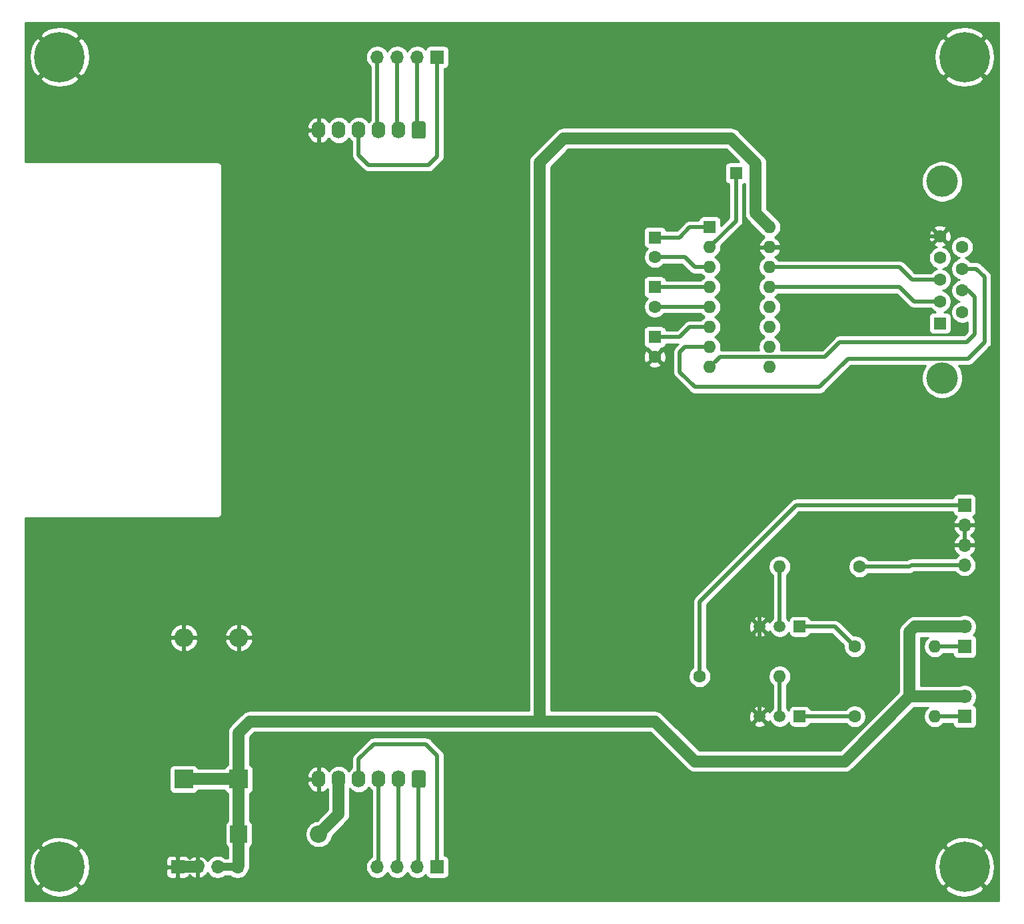
<source format=gbr>
%TF.GenerationSoftware,KiCad,Pcbnew,(5.1.10-1-10_14)*%
%TF.CreationDate,2021-07-18T13:59:37+10:00*%
%TF.ProjectId,RS232,52533233-322e-46b6-9963-61645f706362,rev?*%
%TF.SameCoordinates,Original*%
%TF.FileFunction,Copper,L2,Bot*%
%TF.FilePolarity,Positive*%
%FSLAX46Y46*%
G04 Gerber Fmt 4.6, Leading zero omitted, Abs format (unit mm)*
G04 Created by KiCad (PCBNEW (5.1.10-1-10_14)) date 2021-07-18 13:59:37*
%MOMM*%
%LPD*%
G01*
G04 APERTURE LIST*
%TA.AperFunction,ComponentPad*%
%ADD10O,1.600000X1.600000*%
%TD*%
%TA.AperFunction,ComponentPad*%
%ADD11C,1.600000*%
%TD*%
%TA.AperFunction,ComponentPad*%
%ADD12R,1.500000X1.500000*%
%TD*%
%TA.AperFunction,ComponentPad*%
%ADD13C,1.500000*%
%TD*%
%TA.AperFunction,ComponentPad*%
%ADD14C,1.800000*%
%TD*%
%TA.AperFunction,ComponentPad*%
%ADD15R,1.800000X1.800000*%
%TD*%
%TA.AperFunction,ComponentPad*%
%ADD16O,1.700000X1.700000*%
%TD*%
%TA.AperFunction,ComponentPad*%
%ADD17R,1.700000X1.700000*%
%TD*%
%TA.AperFunction,ComponentPad*%
%ADD18R,1.600000X1.600000*%
%TD*%
%TA.AperFunction,ComponentPad*%
%ADD19C,4.000000*%
%TD*%
%TA.AperFunction,ComponentPad*%
%ADD20O,2.200000X2.200000*%
%TD*%
%TA.AperFunction,ComponentPad*%
%ADD21R,2.200000X2.200000*%
%TD*%
%TA.AperFunction,ComponentPad*%
%ADD22O,2.400000X2.400000*%
%TD*%
%TA.AperFunction,ComponentPad*%
%ADD23R,2.400000X2.400000*%
%TD*%
%TA.AperFunction,ComponentPad*%
%ADD24O,1.740000X2.190000*%
%TD*%
%TA.AperFunction,ComponentPad*%
%ADD25C,0.800000*%
%TD*%
%TA.AperFunction,ComponentPad*%
%ADD26C,6.400000*%
%TD*%
%TA.AperFunction,Conductor*%
%ADD27C,0.500000*%
%TD*%
%TA.AperFunction,Conductor*%
%ADD28C,1.000000*%
%TD*%
%TA.AperFunction,Conductor*%
%ADD29C,1.500000*%
%TD*%
%TA.AperFunction,Conductor*%
%ADD30C,0.254000*%
%TD*%
%TA.AperFunction,Conductor*%
%ADD31C,0.100000*%
%TD*%
G04 APERTURE END LIST*
D10*
%TO.P,R10,2*%
%TO.N,Net-(D1-Pad1)*%
X146205000Y-108870000D03*
D11*
%TO.P,R10,1*%
%TO.N,Net-(Q1-Pad1)*%
X136045000Y-108870000D03*
%TD*%
D10*
%TO.P,R3,2*%
%TO.N,Net-(Q2-Pad2)*%
X126520000Y-89820000D03*
D11*
%TO.P,R3,1*%
%TO.N,RX*%
X136680000Y-89820000D03*
%TD*%
D10*
%TO.P,R2,2*%
%TO.N,Net-(Q1-Pad2)*%
X126520000Y-103790000D03*
D11*
%TO.P,R2,1*%
%TO.N,TX*%
X116360000Y-103790000D03*
%TD*%
D10*
%TO.P,R1,2*%
%TO.N,Net-(D3-Pad1)*%
X146205000Y-99980000D03*
D11*
%TO.P,R1,1*%
%TO.N,Net-(Q2-Pad1)*%
X136045000Y-99980000D03*
%TD*%
D12*
%TO.P,Q2,1*%
%TO.N,Net-(Q2-Pad1)*%
X129060000Y-97440000D03*
D13*
%TO.P,Q2,3*%
%TO.N,GND*%
X123980000Y-97440000D03*
%TO.P,Q2,2*%
%TO.N,Net-(Q2-Pad2)*%
X126520000Y-97440000D03*
%TD*%
D12*
%TO.P,Q1,1*%
%TO.N,Net-(Q1-Pad1)*%
X129060000Y-108870000D03*
D13*
%TO.P,Q1,3*%
%TO.N,GND*%
X123980000Y-108870000D03*
%TO.P,Q1,2*%
%TO.N,Net-(Q1-Pad2)*%
X126520000Y-108870000D03*
%TD*%
D14*
%TO.P,D3,2*%
%TO.N,+5V*%
X150015000Y-97440000D03*
D15*
%TO.P,D3,1*%
%TO.N,Net-(D3-Pad1)*%
X150015000Y-99980000D03*
%TD*%
D14*
%TO.P,D1,2*%
%TO.N,+5V*%
X150015000Y-106330000D03*
D15*
%TO.P,D1,1*%
%TO.N,Net-(D1-Pad1)*%
X150015000Y-108870000D03*
%TD*%
D16*
%TO.P,J5,4*%
%TO.N,RX*%
X150015000Y-89620000D03*
%TO.P,J5,3*%
%TO.N,GND*%
X150015000Y-87080000D03*
%TO.P,J5,2*%
X150015000Y-84540000D03*
D17*
%TO.P,J5,1*%
%TO.N,TX*%
X150015000Y-82000000D03*
%TD*%
D10*
%TO.P,U1,16*%
%TO.N,+5V*%
X125250000Y-46640000D03*
%TO.P,U1,8*%
%TO.N,RTS*%
X117630000Y-64420000D03*
%TO.P,U1,15*%
%TO.N,GND*%
X125250000Y-49180000D03*
%TO.P,U1,7*%
%TO.N,CTS*%
X117630000Y-61880000D03*
%TO.P,U1,14*%
%TO.N,TX_D*%
X125250000Y-51720000D03*
%TO.P,U1,6*%
%TO.N,Net-(C3-Pad1)*%
X117630000Y-59340000D03*
%TO.P,U1,13*%
%TO.N,RX_D*%
X125250000Y-54260000D03*
%TO.P,U1,5*%
%TO.N,Net-(C4-Pad2)*%
X117630000Y-56800000D03*
%TO.P,U1,12*%
%TO.N,Net-(U1-Pad12)*%
X125250000Y-56800000D03*
%TO.P,U1,4*%
%TO.N,Net-(C4-Pad1)*%
X117630000Y-54260000D03*
%TO.P,U1,11*%
%TO.N,TX*%
X125250000Y-59340000D03*
%TO.P,U1,3*%
%TO.N,Net-(C1-Pad2)*%
X117630000Y-51720000D03*
%TO.P,U1,10*%
%TO.N,Net-(U1-Pad10)*%
X125250000Y-61880000D03*
%TO.P,U1,2*%
%TO.N,Net-(C2-Pad1)*%
X117630000Y-49180000D03*
%TO.P,U1,9*%
%TO.N,Net-(U1-Pad9)*%
X125250000Y-64420000D03*
D18*
%TO.P,U1,1*%
%TO.N,Net-(C1-Pad1)*%
X117630000Y-46640000D03*
%TD*%
D19*
%TO.P,J1,0*%
%TO.N,N/C*%
X147180000Y-40815000D03*
X147180000Y-65815000D03*
D11*
%TO.P,J1,9*%
%TO.N,Net-(J1-Pad9)*%
X149720000Y-49160000D03*
%TO.P,J1,8*%
%TO.N,CTS*%
X149720000Y-51930000D03*
%TO.P,J1,7*%
%TO.N,RTS*%
X149720000Y-54700000D03*
%TO.P,J1,6*%
%TO.N,Net-(J1-Pad6)*%
X149720000Y-57470000D03*
%TO.P,J1,5*%
%TO.N,GND*%
X146880000Y-47775000D03*
%TO.P,J1,4*%
%TO.N,Net-(J1-Pad4)*%
X146880000Y-50545000D03*
%TO.P,J1,3*%
%TO.N,TX_D*%
X146880000Y-53315000D03*
%TO.P,J1,2*%
%TO.N,RX_D*%
X146880000Y-56085000D03*
D18*
%TO.P,J1,1*%
%TO.N,Net-(J1-Pad1)*%
X146880000Y-58855000D03*
%TD*%
D11*
%TO.P,C4,2*%
%TO.N,Net-(C4-Pad2)*%
X110645000Y-56760000D03*
D18*
%TO.P,C4,1*%
%TO.N,Net-(C4-Pad1)*%
X110645000Y-54260000D03*
%TD*%
D11*
%TO.P,C3,2*%
%TO.N,GND*%
X110645000Y-63110000D03*
D18*
%TO.P,C3,1*%
%TO.N,Net-(C3-Pad1)*%
X110645000Y-60610000D03*
%TD*%
D11*
%TO.P,C2,2*%
%TO.N,+5V*%
X123480000Y-39755000D03*
D18*
%TO.P,C2,1*%
%TO.N,Net-(C2-Pad1)*%
X120980000Y-39755000D03*
%TD*%
D11*
%TO.P,C1,2*%
%TO.N,Net-(C1-Pad2)*%
X110645000Y-50450000D03*
D18*
%TO.P,C1,1*%
%TO.N,Net-(C1-Pad1)*%
X110645000Y-47950000D03*
%TD*%
D20*
%TO.P,D2,2*%
%TO.N,Net-(D2-Pad2)*%
X67945000Y-123825000D03*
D21*
%TO.P,D2,1*%
%TO.N,+5V*%
X57785000Y-123825000D03*
%TD*%
D22*
%TO.P,C8,2*%
%TO.N,GND*%
X50800000Y-98840000D03*
D23*
%TO.P,C8,1*%
%TO.N,+5V*%
X50800000Y-116840000D03*
%TD*%
D22*
%TO.P,C6,2*%
%TO.N,GND*%
X57785000Y-98840000D03*
D23*
%TO.P,C6,1*%
%TO.N,+5V*%
X57785000Y-116840000D03*
%TD*%
D24*
%TO.P,J11,6*%
%TO.N,GND*%
X67945000Y-34290000D03*
%TO.P,J11,5*%
%TO.N,Net-(D2-Pad2)*%
X70485000Y-34290000D03*
%TO.P,J11,4*%
%TO.N,clock*%
X73025000Y-34290000D03*
%TO.P,J11,3*%
%TO.N,rst*%
X75565000Y-34290000D03*
%TO.P,J11,2*%
%TO.N,flag*%
X78105000Y-34290000D03*
%TO.P,J11,1*%
%TO.N,data*%
%TA.AperFunction,ComponentPad*%
G36*
G01*
X81515000Y-33444999D02*
X81515000Y-35135001D01*
G75*
G02*
X81265001Y-35385000I-249999J0D01*
G01*
X80024999Y-35385000D01*
G75*
G02*
X79775000Y-35135001I0J249999D01*
G01*
X79775000Y-33444999D01*
G75*
G02*
X80024999Y-33195000I249999J0D01*
G01*
X81265001Y-33195000D01*
G75*
G02*
X81515000Y-33444999I0J-249999D01*
G01*
G37*
%TD.AperFunction*%
%TD*%
%TO.P,J10,6*%
%TO.N,GND*%
X67945000Y-116840000D03*
%TO.P,J10,5*%
%TO.N,Net-(D2-Pad2)*%
X70485000Y-116840000D03*
%TO.P,J10,4*%
%TO.N,I_clock*%
X73025000Y-116840000D03*
%TO.P,J10,3*%
%TO.N,I_rst*%
X75565000Y-116840000D03*
%TO.P,J10,2*%
%TO.N,I_flag*%
X78105000Y-116840000D03*
%TO.P,J10,1*%
%TO.N,I_data*%
%TA.AperFunction,ComponentPad*%
G36*
G01*
X81515000Y-115994999D02*
X81515000Y-117685001D01*
G75*
G02*
X81265001Y-117935000I-249999J0D01*
G01*
X80024999Y-117935000D01*
G75*
G02*
X79775000Y-117685001I0J249999D01*
G01*
X79775000Y-115994999D01*
G75*
G02*
X80024999Y-115745000I249999J0D01*
G01*
X81265001Y-115745000D01*
G75*
G02*
X81515000Y-115994999I0J-249999D01*
G01*
G37*
%TD.AperFunction*%
%TD*%
D16*
%TO.P,J9,4*%
%TO.N,rst*%
X75380000Y-25000000D03*
%TO.P,J9,3*%
%TO.N,flag*%
X77920000Y-25000000D03*
%TO.P,J9,2*%
%TO.N,data*%
X80460000Y-25000000D03*
D17*
%TO.P,J9,1*%
%TO.N,clock*%
X83000000Y-25000000D03*
%TD*%
D16*
%TO.P,J7,4*%
%TO.N,I_rst*%
X75380000Y-128000000D03*
%TO.P,J7,3*%
%TO.N,I_flag*%
X77920000Y-128000000D03*
%TO.P,J7,2*%
%TO.N,I_data*%
X80460000Y-128000000D03*
D17*
%TO.P,J7,1*%
%TO.N,I_clock*%
X83000000Y-128000000D03*
%TD*%
D16*
%TO.P,J6,4*%
%TO.N,+5V*%
X57620000Y-128000000D03*
%TO.P,J6,3*%
X55080000Y-128000000D03*
%TO.P,J6,2*%
%TO.N,GND*%
X52540000Y-128000000D03*
D17*
%TO.P,J6,1*%
X50000000Y-128000000D03*
%TD*%
D25*
%TO.P,H4,1*%
%TO.N,GND*%
X151697056Y-23302944D03*
X150000000Y-22600000D03*
X148302944Y-23302944D03*
X147600000Y-25000000D03*
X148302944Y-26697056D03*
X150000000Y-27400000D03*
X151697056Y-26697056D03*
X152400000Y-25000000D03*
D26*
X150000000Y-25000000D03*
%TD*%
D25*
%TO.P,H3,1*%
%TO.N,GND*%
X36697056Y-126302944D03*
X35000000Y-125600000D03*
X33302944Y-126302944D03*
X32600000Y-128000000D03*
X33302944Y-129697056D03*
X35000000Y-130400000D03*
X36697056Y-129697056D03*
X37400000Y-128000000D03*
D26*
X35000000Y-128000000D03*
%TD*%
D25*
%TO.P,H2,1*%
%TO.N,GND*%
X36697056Y-23302944D03*
X35000000Y-22600000D03*
X33302944Y-23302944D03*
X32600000Y-25000000D03*
X33302944Y-26697056D03*
X35000000Y-27400000D03*
X36697056Y-26697056D03*
X37400000Y-25000000D03*
D26*
X35000000Y-25000000D03*
%TD*%
D25*
%TO.P,H1,1*%
%TO.N,GND*%
X151697056Y-126302944D03*
X150000000Y-125600000D03*
X148302944Y-126302944D03*
X147600000Y-128000000D03*
X148302944Y-129697056D03*
X150000000Y-130400000D03*
X151697056Y-129697056D03*
X152400000Y-128000000D03*
D26*
X150000000Y-128000000D03*
%TD*%
D27*
%TO.N,Net-(D1-Pad1)*%
X146205000Y-108870000D02*
X150015000Y-108870000D01*
D28*
%TO.N,+5V*%
X57540000Y-127920000D02*
X57620000Y-128000000D01*
X55080000Y-128000000D02*
X57620000Y-128000000D01*
D29*
X50800000Y-116840000D02*
X57785000Y-116840000D01*
X57785000Y-127835000D02*
X57620000Y-128000000D01*
X57785000Y-123825000D02*
X57785000Y-127835000D01*
X57785000Y-116840000D02*
X57785000Y-123825000D01*
X57785000Y-116840000D02*
X57785000Y-110930000D01*
X57785000Y-110930000D02*
X59210000Y-109505000D01*
X110645000Y-109505000D02*
X115725000Y-114585000D01*
X115725000Y-114585000D02*
X134775000Y-114585000D01*
X143030000Y-106330000D02*
X150015000Y-106330000D01*
X134775000Y-114585000D02*
X143030000Y-106330000D01*
X143030000Y-106330000D02*
X143030000Y-98075000D01*
X143665000Y-97440000D02*
X150015000Y-97440000D01*
X143030000Y-98075000D02*
X143665000Y-97440000D01*
X123480000Y-44870000D02*
X125250000Y-46640000D01*
X123480000Y-39755000D02*
X123480000Y-44870000D01*
X96040000Y-109505000D02*
X110645000Y-109505000D01*
X59210000Y-109505000D02*
X96040000Y-109505000D01*
X99080000Y-35345000D02*
X96040000Y-38385000D01*
X123480000Y-38520000D02*
X120305000Y-35345000D01*
X96040000Y-38385000D02*
X96040000Y-109505000D01*
X120305000Y-35345000D02*
X99080000Y-35345000D01*
X123480000Y-39755000D02*
X123480000Y-38520000D01*
%TO.N,GND*%
X52705000Y-127835000D02*
X52540000Y-128000000D01*
X52540000Y-128000000D02*
X50000000Y-128000000D01*
D27*
X125250000Y-49180000D02*
X133505000Y-49180000D01*
X134910000Y-47775000D02*
X146880000Y-47775000D01*
X133505000Y-49180000D02*
X134910000Y-47775000D01*
X123980000Y-97440000D02*
X123980000Y-108870000D01*
X123980000Y-97440000D02*
X123980000Y-89820000D01*
X126720000Y-87080000D02*
X150015000Y-87080000D01*
X123980000Y-89820000D02*
X126720000Y-87080000D01*
%TO.N,Net-(C1-Pad1)*%
X110645000Y-47950000D02*
X113780000Y-47950000D01*
X115090000Y-46640000D02*
X117630000Y-46640000D01*
X113780000Y-47950000D02*
X115090000Y-46640000D01*
%TO.N,Net-(C2-Pad1)*%
X120980000Y-45830000D02*
X117630000Y-49180000D01*
X120980000Y-39755000D02*
X120980000Y-45830000D01*
%TO.N,RX*%
X136680000Y-89820000D02*
X143030000Y-89820000D01*
X143230000Y-89620000D02*
X150015000Y-89620000D01*
X143030000Y-89820000D02*
X143230000Y-89620000D01*
%TO.N,TX*%
X150015000Y-82000000D02*
X128625000Y-82000000D01*
X116360000Y-94265000D02*
X116360000Y-103790000D01*
X128625000Y-82000000D02*
X116360000Y-94265000D01*
%TO.N,Net-(C4-Pad1)*%
X110645000Y-54260000D02*
X117630000Y-54260000D01*
%TO.N,rst*%
X75380000Y-34105000D02*
X75565000Y-34290000D01*
X75380000Y-25000000D02*
X75380000Y-34105000D01*
%TO.N,flag*%
X77920000Y-34105000D02*
X78105000Y-34290000D01*
X77920000Y-25000000D02*
X77920000Y-34105000D01*
%TO.N,data*%
X80460000Y-34105000D02*
X80645000Y-34290000D01*
X80460000Y-25000000D02*
X80460000Y-34105000D01*
%TO.N,clock*%
X83000000Y-25000000D02*
X83000000Y-37650000D01*
X83000000Y-37650000D02*
X81915000Y-38735000D01*
X81915000Y-38735000D02*
X74295000Y-38735000D01*
X73025000Y-37465000D02*
X73025000Y-34290000D01*
X74295000Y-38735000D02*
X73025000Y-37465000D01*
%TO.N,I_rst*%
X75565000Y-127815000D02*
X75380000Y-128000000D01*
X75565000Y-116840000D02*
X75565000Y-127815000D01*
%TO.N,I_flag*%
X78105000Y-127815000D02*
X77920000Y-128000000D01*
X78105000Y-116840000D02*
X78105000Y-127815000D01*
%TO.N,I_data*%
X80645000Y-127815000D02*
X80460000Y-128000000D01*
X80645000Y-116840000D02*
X80645000Y-127815000D01*
%TO.N,I_clock*%
X83000000Y-128000000D02*
X83000000Y-113850000D01*
X83000000Y-113850000D02*
X81545000Y-112395000D01*
X81545000Y-112395000D02*
X74930000Y-112395000D01*
X73025000Y-114300000D02*
X73025000Y-116840000D01*
X74930000Y-112395000D02*
X73025000Y-114300000D01*
D29*
%TO.N,Net-(D2-Pad2)*%
X70485000Y-121285000D02*
X70485000Y-116840000D01*
X67945000Y-123825000D02*
X70485000Y-121285000D01*
D27*
%TO.N,Net-(C1-Pad2)*%
X110645000Y-50450000D02*
X114455000Y-50450000D01*
X115725000Y-51720000D02*
X117630000Y-51720000D01*
X114455000Y-50450000D02*
X115725000Y-51720000D01*
%TO.N,Net-(C3-Pad1)*%
X110645000Y-60610000D02*
X113820000Y-60610000D01*
X115090000Y-59340000D02*
X117630000Y-59340000D01*
X113820000Y-60610000D02*
X115090000Y-59340000D01*
%TO.N,Net-(C4-Pad2)*%
X117590000Y-56760000D02*
X117630000Y-56800000D01*
X110645000Y-56760000D02*
X117590000Y-56760000D01*
%TO.N,CTS*%
X113820000Y-65055000D02*
X113820000Y-62515000D01*
X131600000Y-66960000D02*
X115725000Y-66960000D01*
X135195001Y-63364999D02*
X131600000Y-66960000D01*
X150435001Y-63364999D02*
X135195001Y-63364999D01*
X152555000Y-61245000D02*
X150435001Y-63364999D01*
X114455000Y-61880000D02*
X117630000Y-61880000D01*
X113820000Y-62515000D02*
X114455000Y-61880000D01*
X115725000Y-66960000D02*
X113820000Y-65055000D01*
X152555000Y-52990000D02*
X152555000Y-61245000D01*
X151495000Y-51930000D02*
X152555000Y-52990000D01*
X149720000Y-51930000D02*
X151495000Y-51930000D01*
%TO.N,RTS*%
X118919999Y-63130001D02*
X118429999Y-63620001D01*
X132254999Y-63130001D02*
X118919999Y-63130001D01*
X134140000Y-61245000D02*
X132254999Y-63130001D01*
X150455000Y-54700000D02*
X151285000Y-55530000D01*
X151285000Y-55530000D02*
X151285000Y-60286037D01*
X150326037Y-61245000D02*
X134140000Y-61245000D01*
X118429999Y-63620001D02*
X117630000Y-64420000D01*
X151285000Y-60286037D02*
X150326037Y-61245000D01*
X149720000Y-54700000D02*
X150455000Y-54700000D01*
%TO.N,TX_D*%
X125250000Y-51720000D02*
X141760000Y-51720000D01*
X143355000Y-53315000D02*
X146880000Y-53315000D01*
X141760000Y-51720000D02*
X143355000Y-53315000D01*
%TO.N,RX_D*%
X125250000Y-54260000D02*
X141760000Y-54260000D01*
X143585000Y-56085000D02*
X146880000Y-56085000D01*
X141760000Y-54260000D02*
X143585000Y-56085000D01*
%TO.N,Net-(D3-Pad1)*%
X146205000Y-99980000D02*
X150015000Y-99980000D01*
%TO.N,Net-(Q1-Pad1)*%
X129060000Y-108870000D02*
X136045000Y-108870000D01*
%TO.N,Net-(Q1-Pad2)*%
X126520000Y-108870000D02*
X126520000Y-103790000D01*
%TO.N,Net-(Q2-Pad1)*%
X133505000Y-97440000D02*
X136045000Y-99980000D01*
X129060000Y-97440000D02*
X133505000Y-97440000D01*
%TO.N,Net-(Q2-Pad2)*%
X126520000Y-92360000D02*
X126520000Y-97440000D01*
X126520000Y-89820000D02*
X126520000Y-92360000D01*
%TD*%
D30*
%TO.N,GND*%
X154340001Y-132340000D02*
X30660000Y-132340000D01*
X30660000Y-130700881D01*
X32478724Y-130700881D01*
X32838912Y-131190548D01*
X33502882Y-131550849D01*
X34224385Y-131774694D01*
X34975695Y-131853480D01*
X35727938Y-131784178D01*
X36452208Y-131569452D01*
X37120670Y-131217555D01*
X37161088Y-131190548D01*
X37521276Y-130700881D01*
X147478724Y-130700881D01*
X147838912Y-131190548D01*
X148502882Y-131550849D01*
X149224385Y-131774694D01*
X149975695Y-131853480D01*
X150727938Y-131784178D01*
X151452208Y-131569452D01*
X152120670Y-131217555D01*
X152161088Y-131190548D01*
X152521276Y-130700881D01*
X150000000Y-128179605D01*
X147478724Y-130700881D01*
X37521276Y-130700881D01*
X35000000Y-128179605D01*
X32478724Y-130700881D01*
X30660000Y-130700881D01*
X30660000Y-127975695D01*
X31146520Y-127975695D01*
X31215822Y-128727938D01*
X31430548Y-129452208D01*
X31782445Y-130120670D01*
X31809452Y-130161088D01*
X32299119Y-130521276D01*
X34820395Y-128000000D01*
X35179605Y-128000000D01*
X37700881Y-130521276D01*
X38190548Y-130161088D01*
X38550849Y-129497118D01*
X38751616Y-128850000D01*
X48511928Y-128850000D01*
X48524188Y-128974482D01*
X48560498Y-129094180D01*
X48619463Y-129204494D01*
X48698815Y-129301185D01*
X48795506Y-129380537D01*
X48905820Y-129439502D01*
X49025518Y-129475812D01*
X49150000Y-129488072D01*
X49714250Y-129485000D01*
X49873000Y-129326250D01*
X49873000Y-128127000D01*
X50127000Y-128127000D01*
X50127000Y-129326250D01*
X50285750Y-129485000D01*
X50850000Y-129488072D01*
X50974482Y-129475812D01*
X51094180Y-129439502D01*
X51204494Y-129380537D01*
X51301185Y-129301185D01*
X51380537Y-129204494D01*
X51439502Y-129094180D01*
X51463966Y-129013534D01*
X51539731Y-129097588D01*
X51773080Y-129271641D01*
X52035901Y-129396825D01*
X52183110Y-129441476D01*
X52413000Y-129320155D01*
X52413000Y-128127000D01*
X50127000Y-128127000D01*
X49873000Y-128127000D01*
X48673750Y-128127000D01*
X48515000Y-128285750D01*
X48511928Y-128850000D01*
X38751616Y-128850000D01*
X38774694Y-128775615D01*
X38853480Y-128024305D01*
X38784178Y-127272062D01*
X38747990Y-127150000D01*
X48511928Y-127150000D01*
X48515000Y-127714250D01*
X48673750Y-127873000D01*
X49873000Y-127873000D01*
X49873000Y-126673750D01*
X50127000Y-126673750D01*
X50127000Y-127873000D01*
X52413000Y-127873000D01*
X52413000Y-126679845D01*
X52183110Y-126558524D01*
X52035901Y-126603175D01*
X51773080Y-126728359D01*
X51539731Y-126902412D01*
X51463966Y-126986466D01*
X51439502Y-126905820D01*
X51380537Y-126795506D01*
X51301185Y-126698815D01*
X51204494Y-126619463D01*
X51094180Y-126560498D01*
X50974482Y-126524188D01*
X50850000Y-126511928D01*
X50285750Y-126515000D01*
X50127000Y-126673750D01*
X49873000Y-126673750D01*
X49714250Y-126515000D01*
X49150000Y-126511928D01*
X49025518Y-126524188D01*
X48905820Y-126560498D01*
X48795506Y-126619463D01*
X48698815Y-126698815D01*
X48619463Y-126795506D01*
X48560498Y-126905820D01*
X48524188Y-127025518D01*
X48511928Y-127150000D01*
X38747990Y-127150000D01*
X38569452Y-126547792D01*
X38217555Y-125879330D01*
X38190548Y-125838912D01*
X37700881Y-125478724D01*
X35179605Y-128000000D01*
X34820395Y-128000000D01*
X32299119Y-125478724D01*
X31809452Y-125838912D01*
X31449151Y-126502882D01*
X31225306Y-127224385D01*
X31146520Y-127975695D01*
X30660000Y-127975695D01*
X30660000Y-125299119D01*
X32478724Y-125299119D01*
X35000000Y-127820395D01*
X37521276Y-125299119D01*
X37161088Y-124809452D01*
X36497118Y-124449151D01*
X35775615Y-124225306D01*
X35024305Y-124146520D01*
X34272062Y-124215822D01*
X33547792Y-124430548D01*
X32879330Y-124782445D01*
X32838912Y-124809452D01*
X32478724Y-125299119D01*
X30660000Y-125299119D01*
X30660000Y-115640000D01*
X48961928Y-115640000D01*
X48961928Y-118040000D01*
X48974188Y-118164482D01*
X49010498Y-118284180D01*
X49069463Y-118394494D01*
X49148815Y-118491185D01*
X49245506Y-118570537D01*
X49355820Y-118629502D01*
X49475518Y-118665812D01*
X49600000Y-118678072D01*
X52000000Y-118678072D01*
X52124482Y-118665812D01*
X52244180Y-118629502D01*
X52354494Y-118570537D01*
X52451185Y-118491185D01*
X52530537Y-118394494D01*
X52589502Y-118284180D01*
X52607454Y-118225000D01*
X55977546Y-118225000D01*
X55995498Y-118284180D01*
X56054463Y-118394494D01*
X56133815Y-118491185D01*
X56230506Y-118570537D01*
X56340820Y-118629502D01*
X56400000Y-118647454D01*
X56400001Y-122157317D01*
X56330506Y-122194463D01*
X56233815Y-122273815D01*
X56154463Y-122370506D01*
X56095498Y-122480820D01*
X56059188Y-122600518D01*
X56046928Y-122725000D01*
X56046928Y-124925000D01*
X56059188Y-125049482D01*
X56095498Y-125169180D01*
X56154463Y-125279494D01*
X56233815Y-125376185D01*
X56330506Y-125455537D01*
X56400000Y-125492683D01*
X56400001Y-126865000D01*
X56045107Y-126865000D01*
X56026632Y-126846525D01*
X55783411Y-126684010D01*
X55513158Y-126572068D01*
X55226260Y-126515000D01*
X54933740Y-126515000D01*
X54646842Y-126572068D01*
X54376589Y-126684010D01*
X54133368Y-126846525D01*
X53926525Y-127053368D01*
X53804805Y-127235534D01*
X53735178Y-127118645D01*
X53540269Y-126902412D01*
X53306920Y-126728359D01*
X53044099Y-126603175D01*
X52896890Y-126558524D01*
X52667000Y-126679845D01*
X52667000Y-127873000D01*
X52687000Y-127873000D01*
X52687000Y-128127000D01*
X52667000Y-128127000D01*
X52667000Y-129320155D01*
X52896890Y-129441476D01*
X53044099Y-129396825D01*
X53306920Y-129271641D01*
X53540269Y-129097588D01*
X53735178Y-128881355D01*
X53804805Y-128764466D01*
X53926525Y-128946632D01*
X54133368Y-129153475D01*
X54376589Y-129315990D01*
X54646842Y-129427932D01*
X54933740Y-129485000D01*
X55226260Y-129485000D01*
X55513158Y-129427932D01*
X55783411Y-129315990D01*
X56026632Y-129153475D01*
X56045107Y-129135000D01*
X56654893Y-129135000D01*
X56673368Y-129153475D01*
X56916589Y-129315990D01*
X57186842Y-129427932D01*
X57473740Y-129485000D01*
X57766260Y-129485000D01*
X58053158Y-129427932D01*
X58323411Y-129315990D01*
X58566632Y-129153475D01*
X58773475Y-128946632D01*
X58935990Y-128703411D01*
X59047932Y-128433158D01*
X59055175Y-128396746D01*
X59070764Y-128367581D01*
X59149960Y-128106507D01*
X59170000Y-127903037D01*
X59170000Y-127903027D01*
X59176700Y-127835001D01*
X59170000Y-127766974D01*
X59170000Y-125492683D01*
X59239494Y-125455537D01*
X59336185Y-125376185D01*
X59415537Y-125279494D01*
X59474502Y-125169180D01*
X59510812Y-125049482D01*
X59523072Y-124925000D01*
X59523072Y-123654117D01*
X66210000Y-123654117D01*
X66210000Y-123995883D01*
X66276675Y-124331081D01*
X66407463Y-124646831D01*
X66597337Y-124930998D01*
X66839002Y-125172663D01*
X67123169Y-125362537D01*
X67438919Y-125493325D01*
X67774117Y-125560000D01*
X68115883Y-125560000D01*
X68451081Y-125493325D01*
X68766831Y-125362537D01*
X69050998Y-125172663D01*
X69292663Y-124930998D01*
X69482537Y-124646831D01*
X69613325Y-124331081D01*
X69666889Y-124061796D01*
X71416235Y-122312450D01*
X71469080Y-122269081D01*
X71642157Y-122058188D01*
X71770764Y-121817581D01*
X71849960Y-121556507D01*
X71870000Y-121353037D01*
X71870000Y-121353028D01*
X71876700Y-121285001D01*
X71870000Y-121216974D01*
X71870000Y-118029974D01*
X71955655Y-118134345D01*
X72184821Y-118322417D01*
X72446275Y-118462166D01*
X72729968Y-118548224D01*
X73025000Y-118577282D01*
X73320031Y-118548224D01*
X73603724Y-118462166D01*
X73865178Y-118322417D01*
X74094345Y-118134345D01*
X74282417Y-117905179D01*
X74295000Y-117881637D01*
X74307583Y-117905178D01*
X74495655Y-118134345D01*
X74680000Y-118285633D01*
X74680001Y-126682597D01*
X74676589Y-126684010D01*
X74433368Y-126846525D01*
X74226525Y-127053368D01*
X74064010Y-127296589D01*
X73952068Y-127566842D01*
X73895000Y-127853740D01*
X73895000Y-128146260D01*
X73952068Y-128433158D01*
X74064010Y-128703411D01*
X74226525Y-128946632D01*
X74433368Y-129153475D01*
X74676589Y-129315990D01*
X74946842Y-129427932D01*
X75233740Y-129485000D01*
X75526260Y-129485000D01*
X75813158Y-129427932D01*
X76083411Y-129315990D01*
X76326632Y-129153475D01*
X76533475Y-128946632D01*
X76650000Y-128772240D01*
X76766525Y-128946632D01*
X76973368Y-129153475D01*
X77216589Y-129315990D01*
X77486842Y-129427932D01*
X77773740Y-129485000D01*
X78066260Y-129485000D01*
X78353158Y-129427932D01*
X78623411Y-129315990D01*
X78866632Y-129153475D01*
X79073475Y-128946632D01*
X79190000Y-128772240D01*
X79306525Y-128946632D01*
X79513368Y-129153475D01*
X79756589Y-129315990D01*
X80026842Y-129427932D01*
X80313740Y-129485000D01*
X80606260Y-129485000D01*
X80893158Y-129427932D01*
X81163411Y-129315990D01*
X81406632Y-129153475D01*
X81538487Y-129021620D01*
X81560498Y-129094180D01*
X81619463Y-129204494D01*
X81698815Y-129301185D01*
X81795506Y-129380537D01*
X81905820Y-129439502D01*
X82025518Y-129475812D01*
X82150000Y-129488072D01*
X83850000Y-129488072D01*
X83974482Y-129475812D01*
X84094180Y-129439502D01*
X84204494Y-129380537D01*
X84301185Y-129301185D01*
X84380537Y-129204494D01*
X84439502Y-129094180D01*
X84475812Y-128974482D01*
X84488072Y-128850000D01*
X84488072Y-127975695D01*
X146146520Y-127975695D01*
X146215822Y-128727938D01*
X146430548Y-129452208D01*
X146782445Y-130120670D01*
X146809452Y-130161088D01*
X147299119Y-130521276D01*
X149820395Y-128000000D01*
X150179605Y-128000000D01*
X152700881Y-130521276D01*
X153190548Y-130161088D01*
X153550849Y-129497118D01*
X153774694Y-128775615D01*
X153853480Y-128024305D01*
X153784178Y-127272062D01*
X153569452Y-126547792D01*
X153217555Y-125879330D01*
X153190548Y-125838912D01*
X152700881Y-125478724D01*
X150179605Y-128000000D01*
X149820395Y-128000000D01*
X147299119Y-125478724D01*
X146809452Y-125838912D01*
X146449151Y-126502882D01*
X146225306Y-127224385D01*
X146146520Y-127975695D01*
X84488072Y-127975695D01*
X84488072Y-127150000D01*
X84475812Y-127025518D01*
X84439502Y-126905820D01*
X84380537Y-126795506D01*
X84301185Y-126698815D01*
X84204494Y-126619463D01*
X84094180Y-126560498D01*
X83974482Y-126524188D01*
X83885000Y-126515375D01*
X83885000Y-125299119D01*
X147478724Y-125299119D01*
X150000000Y-127820395D01*
X152521276Y-125299119D01*
X152161088Y-124809452D01*
X151497118Y-124449151D01*
X150775615Y-124225306D01*
X150024305Y-124146520D01*
X149272062Y-124215822D01*
X148547792Y-124430548D01*
X147879330Y-124782445D01*
X147838912Y-124809452D01*
X147478724Y-125299119D01*
X83885000Y-125299119D01*
X83885000Y-113893469D01*
X83889281Y-113850000D01*
X83885000Y-113806531D01*
X83885000Y-113806523D01*
X83872195Y-113676510D01*
X83821589Y-113509687D01*
X83739411Y-113355941D01*
X83692874Y-113299236D01*
X83656532Y-113254953D01*
X83656530Y-113254951D01*
X83628817Y-113221183D01*
X83595049Y-113193470D01*
X82201534Y-111799956D01*
X82173817Y-111766183D01*
X82039059Y-111655589D01*
X81885313Y-111573411D01*
X81718490Y-111522805D01*
X81588477Y-111510000D01*
X81588469Y-111510000D01*
X81545000Y-111505719D01*
X81501531Y-111510000D01*
X74973469Y-111510000D01*
X74930000Y-111505719D01*
X74886531Y-111510000D01*
X74886523Y-111510000D01*
X74756510Y-111522805D01*
X74589687Y-111573411D01*
X74435941Y-111655589D01*
X74334953Y-111738468D01*
X74334951Y-111738470D01*
X74301183Y-111766183D01*
X74273470Y-111799951D01*
X72429956Y-113643466D01*
X72396183Y-113671183D01*
X72285589Y-113805942D01*
X72203411Y-113959688D01*
X72152805Y-114126511D01*
X72140000Y-114256524D01*
X72140000Y-114256531D01*
X72135719Y-114300000D01*
X72140000Y-114343469D01*
X72140000Y-115394367D01*
X71955655Y-115545655D01*
X71767583Y-115774821D01*
X71755000Y-115798362D01*
X71742417Y-115774821D01*
X71554345Y-115545655D01*
X71325179Y-115357583D01*
X71063725Y-115217834D01*
X70780032Y-115131776D01*
X70485000Y-115102718D01*
X70189969Y-115131776D01*
X69906276Y-115217834D01*
X69644822Y-115357583D01*
X69415655Y-115545655D01*
X69227583Y-115774821D01*
X69212440Y-115803152D01*
X69119708Y-115662567D01*
X68911326Y-115451694D01*
X68665809Y-115285526D01*
X68392591Y-115170449D01*
X68305031Y-115153698D01*
X68072000Y-115274754D01*
X68072000Y-116713000D01*
X68092000Y-116713000D01*
X68092000Y-116967000D01*
X68072000Y-116967000D01*
X68072000Y-118405246D01*
X68305031Y-118526302D01*
X68392591Y-118509551D01*
X68665809Y-118394474D01*
X68911326Y-118228306D01*
X69100001Y-118037376D01*
X69100000Y-120711315D01*
X67708204Y-122103111D01*
X67438919Y-122156675D01*
X67123169Y-122287463D01*
X66839002Y-122477337D01*
X66597337Y-122719002D01*
X66407463Y-123003169D01*
X66276675Y-123318919D01*
X66210000Y-123654117D01*
X59523072Y-123654117D01*
X59523072Y-122725000D01*
X59510812Y-122600518D01*
X59474502Y-122480820D01*
X59415537Y-122370506D01*
X59336185Y-122273815D01*
X59239494Y-122194463D01*
X59170000Y-122157317D01*
X59170000Y-118647454D01*
X59229180Y-118629502D01*
X59339494Y-118570537D01*
X59436185Y-118491185D01*
X59515537Y-118394494D01*
X59574502Y-118284180D01*
X59610812Y-118164482D01*
X59623072Y-118040000D01*
X59623072Y-117204286D01*
X66439123Y-117204286D01*
X66495231Y-117495392D01*
X66607053Y-117769958D01*
X66770292Y-118017433D01*
X66978674Y-118228306D01*
X67224191Y-118394474D01*
X67497409Y-118509551D01*
X67584969Y-118526302D01*
X67818000Y-118405246D01*
X67818000Y-116967000D01*
X66594624Y-116967000D01*
X66439123Y-117204286D01*
X59623072Y-117204286D01*
X59623072Y-116475714D01*
X66439123Y-116475714D01*
X66594624Y-116713000D01*
X67818000Y-116713000D01*
X67818000Y-115274754D01*
X67584969Y-115153698D01*
X67497409Y-115170449D01*
X67224191Y-115285526D01*
X66978674Y-115451694D01*
X66770292Y-115662567D01*
X66607053Y-115910042D01*
X66495231Y-116184608D01*
X66439123Y-116475714D01*
X59623072Y-116475714D01*
X59623072Y-115640000D01*
X59610812Y-115515518D01*
X59574502Y-115395820D01*
X59515537Y-115285506D01*
X59436185Y-115188815D01*
X59339494Y-115109463D01*
X59229180Y-115050498D01*
X59170000Y-115032546D01*
X59170000Y-111503685D01*
X59783686Y-110890000D01*
X95971964Y-110890000D01*
X96040000Y-110896701D01*
X96108037Y-110890000D01*
X110071315Y-110890000D01*
X114697550Y-115516236D01*
X114740919Y-115569081D01*
X114793764Y-115612450D01*
X114793766Y-115612452D01*
X114827334Y-115640000D01*
X114951812Y-115742157D01*
X115164646Y-115855919D01*
X115192419Y-115870764D01*
X115453492Y-115949960D01*
X115476892Y-115952265D01*
X115656963Y-115970000D01*
X115656971Y-115970000D01*
X115725000Y-115976700D01*
X115793029Y-115970000D01*
X134706971Y-115970000D01*
X134775000Y-115976700D01*
X134843029Y-115970000D01*
X134843037Y-115970000D01*
X135046507Y-115949960D01*
X135307581Y-115870764D01*
X135548188Y-115742157D01*
X135759081Y-115569081D01*
X135802454Y-115516231D01*
X143603686Y-107715000D01*
X145350649Y-107715000D01*
X145290241Y-107755363D01*
X145090363Y-107955241D01*
X144933320Y-108190273D01*
X144825147Y-108451426D01*
X144770000Y-108728665D01*
X144770000Y-109011335D01*
X144825147Y-109288574D01*
X144933320Y-109549727D01*
X145090363Y-109784759D01*
X145290241Y-109984637D01*
X145525273Y-110141680D01*
X145786426Y-110249853D01*
X146063665Y-110305000D01*
X146346335Y-110305000D01*
X146623574Y-110249853D01*
X146884727Y-110141680D01*
X147119759Y-109984637D01*
X147319637Y-109784759D01*
X147339521Y-109755000D01*
X148476928Y-109755000D01*
X148476928Y-109770000D01*
X148489188Y-109894482D01*
X148525498Y-110014180D01*
X148584463Y-110124494D01*
X148663815Y-110221185D01*
X148760506Y-110300537D01*
X148870820Y-110359502D01*
X148990518Y-110395812D01*
X149115000Y-110408072D01*
X150915000Y-110408072D01*
X151039482Y-110395812D01*
X151159180Y-110359502D01*
X151269494Y-110300537D01*
X151366185Y-110221185D01*
X151445537Y-110124494D01*
X151504502Y-110014180D01*
X151540812Y-109894482D01*
X151553072Y-109770000D01*
X151553072Y-107970000D01*
X151540812Y-107845518D01*
X151504502Y-107725820D01*
X151445537Y-107615506D01*
X151366185Y-107518815D01*
X151269494Y-107439463D01*
X151159180Y-107380498D01*
X151140873Y-107374944D01*
X151207312Y-107308505D01*
X151375299Y-107057095D01*
X151491011Y-106777743D01*
X151550000Y-106481184D01*
X151550000Y-106178816D01*
X151491011Y-105882257D01*
X151375299Y-105602905D01*
X151207312Y-105351495D01*
X150993505Y-105137688D01*
X150742095Y-104969701D01*
X150462743Y-104853989D01*
X150166184Y-104795000D01*
X149863816Y-104795000D01*
X149567257Y-104853989D01*
X149347538Y-104945000D01*
X144415000Y-104945000D01*
X144415000Y-98825000D01*
X145350649Y-98825000D01*
X145290241Y-98865363D01*
X145090363Y-99065241D01*
X144933320Y-99300273D01*
X144825147Y-99561426D01*
X144770000Y-99838665D01*
X144770000Y-100121335D01*
X144825147Y-100398574D01*
X144933320Y-100659727D01*
X145090363Y-100894759D01*
X145290241Y-101094637D01*
X145525273Y-101251680D01*
X145786426Y-101359853D01*
X146063665Y-101415000D01*
X146346335Y-101415000D01*
X146623574Y-101359853D01*
X146884727Y-101251680D01*
X147119759Y-101094637D01*
X147319637Y-100894759D01*
X147339521Y-100865000D01*
X148476928Y-100865000D01*
X148476928Y-100880000D01*
X148489188Y-101004482D01*
X148525498Y-101124180D01*
X148584463Y-101234494D01*
X148663815Y-101331185D01*
X148760506Y-101410537D01*
X148870820Y-101469502D01*
X148990518Y-101505812D01*
X149115000Y-101518072D01*
X150915000Y-101518072D01*
X151039482Y-101505812D01*
X151159180Y-101469502D01*
X151269494Y-101410537D01*
X151366185Y-101331185D01*
X151445537Y-101234494D01*
X151504502Y-101124180D01*
X151540812Y-101004482D01*
X151553072Y-100880000D01*
X151553072Y-99080000D01*
X151540812Y-98955518D01*
X151504502Y-98835820D01*
X151445537Y-98725506D01*
X151366185Y-98628815D01*
X151269494Y-98549463D01*
X151159180Y-98490498D01*
X151140873Y-98484944D01*
X151207312Y-98418505D01*
X151375299Y-98167095D01*
X151491011Y-97887743D01*
X151550000Y-97591184D01*
X151550000Y-97288816D01*
X151491011Y-96992257D01*
X151375299Y-96712905D01*
X151207312Y-96461495D01*
X150993505Y-96247688D01*
X150742095Y-96079701D01*
X150462743Y-95963989D01*
X150166184Y-95905000D01*
X149863816Y-95905000D01*
X149567257Y-95963989D01*
X149347538Y-96055000D01*
X143733029Y-96055000D01*
X143665000Y-96048300D01*
X143596971Y-96055000D01*
X143596963Y-96055000D01*
X143393493Y-96075040D01*
X143132419Y-96154236D01*
X142891812Y-96282843D01*
X142680919Y-96455919D01*
X142637546Y-96508769D01*
X142098765Y-97047550D01*
X142045920Y-97090919D01*
X142002551Y-97143764D01*
X142002548Y-97143767D01*
X141872844Y-97301812D01*
X141744236Y-97542420D01*
X141665040Y-97803493D01*
X141638300Y-98075000D01*
X141645001Y-98143039D01*
X141645000Y-105756314D01*
X134201315Y-113200000D01*
X116298686Y-113200000D01*
X112925679Y-109826993D01*
X123202612Y-109826993D01*
X123268137Y-110065860D01*
X123515116Y-110181760D01*
X123779960Y-110247250D01*
X124052492Y-110259812D01*
X124322238Y-110218965D01*
X124578832Y-110126277D01*
X124691863Y-110065860D01*
X124757388Y-109826993D01*
X123980000Y-109049605D01*
X123202612Y-109826993D01*
X112925679Y-109826993D01*
X112041178Y-108942492D01*
X122590188Y-108942492D01*
X122631035Y-109212238D01*
X122723723Y-109468832D01*
X122784140Y-109581863D01*
X123023007Y-109647388D01*
X123800395Y-108870000D01*
X124159605Y-108870000D01*
X124936993Y-109647388D01*
X125175860Y-109581863D01*
X125250164Y-109423523D01*
X125292629Y-109526043D01*
X125444201Y-109752886D01*
X125637114Y-109945799D01*
X125863957Y-110097371D01*
X126116011Y-110201775D01*
X126383589Y-110255000D01*
X126656411Y-110255000D01*
X126923989Y-110201775D01*
X127176043Y-110097371D01*
X127402886Y-109945799D01*
X127595799Y-109752886D01*
X127673555Y-109636517D01*
X127684188Y-109744482D01*
X127720498Y-109864180D01*
X127779463Y-109974494D01*
X127858815Y-110071185D01*
X127955506Y-110150537D01*
X128065820Y-110209502D01*
X128185518Y-110245812D01*
X128310000Y-110258072D01*
X129810000Y-110258072D01*
X129934482Y-110245812D01*
X130054180Y-110209502D01*
X130164494Y-110150537D01*
X130261185Y-110071185D01*
X130340537Y-109974494D01*
X130399502Y-109864180D01*
X130432621Y-109755000D01*
X134910479Y-109755000D01*
X134930363Y-109784759D01*
X135130241Y-109984637D01*
X135365273Y-110141680D01*
X135626426Y-110249853D01*
X135903665Y-110305000D01*
X136186335Y-110305000D01*
X136463574Y-110249853D01*
X136724727Y-110141680D01*
X136959759Y-109984637D01*
X137159637Y-109784759D01*
X137316680Y-109549727D01*
X137424853Y-109288574D01*
X137480000Y-109011335D01*
X137480000Y-108728665D01*
X137424853Y-108451426D01*
X137316680Y-108190273D01*
X137159637Y-107955241D01*
X136959759Y-107755363D01*
X136724727Y-107598320D01*
X136463574Y-107490147D01*
X136186335Y-107435000D01*
X135903665Y-107435000D01*
X135626426Y-107490147D01*
X135365273Y-107598320D01*
X135130241Y-107755363D01*
X134930363Y-107955241D01*
X134910479Y-107985000D01*
X130432621Y-107985000D01*
X130399502Y-107875820D01*
X130340537Y-107765506D01*
X130261185Y-107668815D01*
X130164494Y-107589463D01*
X130054180Y-107530498D01*
X129934482Y-107494188D01*
X129810000Y-107481928D01*
X128310000Y-107481928D01*
X128185518Y-107494188D01*
X128065820Y-107530498D01*
X127955506Y-107589463D01*
X127858815Y-107668815D01*
X127779463Y-107765506D01*
X127720498Y-107875820D01*
X127684188Y-107995518D01*
X127673555Y-108103483D01*
X127595799Y-107987114D01*
X127405000Y-107796315D01*
X127405000Y-104924521D01*
X127434759Y-104904637D01*
X127634637Y-104704759D01*
X127791680Y-104469727D01*
X127899853Y-104208574D01*
X127955000Y-103931335D01*
X127955000Y-103648665D01*
X127899853Y-103371426D01*
X127791680Y-103110273D01*
X127634637Y-102875241D01*
X127434759Y-102675363D01*
X127199727Y-102518320D01*
X126938574Y-102410147D01*
X126661335Y-102355000D01*
X126378665Y-102355000D01*
X126101426Y-102410147D01*
X125840273Y-102518320D01*
X125605241Y-102675363D01*
X125405363Y-102875241D01*
X125248320Y-103110273D01*
X125140147Y-103371426D01*
X125085000Y-103648665D01*
X125085000Y-103931335D01*
X125140147Y-104208574D01*
X125248320Y-104469727D01*
X125405363Y-104704759D01*
X125605241Y-104904637D01*
X125635001Y-104924522D01*
X125635000Y-107796315D01*
X125444201Y-107987114D01*
X125292629Y-108213957D01*
X125251489Y-108313279D01*
X125236277Y-108271168D01*
X125175860Y-108158137D01*
X124936993Y-108092612D01*
X124159605Y-108870000D01*
X123800395Y-108870000D01*
X123023007Y-108092612D01*
X122784140Y-108158137D01*
X122668240Y-108405116D01*
X122602750Y-108669960D01*
X122590188Y-108942492D01*
X112041178Y-108942492D01*
X111672454Y-108573769D01*
X111629081Y-108520919D01*
X111418188Y-108347843D01*
X111177581Y-108219236D01*
X110916507Y-108140040D01*
X110713037Y-108120000D01*
X110713029Y-108120000D01*
X110645000Y-108113300D01*
X110576971Y-108120000D01*
X97425000Y-108120000D01*
X97425000Y-107913007D01*
X123202612Y-107913007D01*
X123980000Y-108690395D01*
X124757388Y-107913007D01*
X124691863Y-107674140D01*
X124444884Y-107558240D01*
X124180040Y-107492750D01*
X123907508Y-107480188D01*
X123637762Y-107521035D01*
X123381168Y-107613723D01*
X123268137Y-107674140D01*
X123202612Y-107913007D01*
X97425000Y-107913007D01*
X97425000Y-103648665D01*
X114925000Y-103648665D01*
X114925000Y-103931335D01*
X114980147Y-104208574D01*
X115088320Y-104469727D01*
X115245363Y-104704759D01*
X115445241Y-104904637D01*
X115680273Y-105061680D01*
X115941426Y-105169853D01*
X116218665Y-105225000D01*
X116501335Y-105225000D01*
X116778574Y-105169853D01*
X117039727Y-105061680D01*
X117274759Y-104904637D01*
X117474637Y-104704759D01*
X117631680Y-104469727D01*
X117739853Y-104208574D01*
X117795000Y-103931335D01*
X117795000Y-103648665D01*
X117739853Y-103371426D01*
X117631680Y-103110273D01*
X117474637Y-102875241D01*
X117274759Y-102675363D01*
X117245000Y-102655479D01*
X117245000Y-98396993D01*
X123202612Y-98396993D01*
X123268137Y-98635860D01*
X123515116Y-98751760D01*
X123779960Y-98817250D01*
X124052492Y-98829812D01*
X124322238Y-98788965D01*
X124578832Y-98696277D01*
X124691863Y-98635860D01*
X124757388Y-98396993D01*
X123980000Y-97619605D01*
X123202612Y-98396993D01*
X117245000Y-98396993D01*
X117245000Y-97512492D01*
X122590188Y-97512492D01*
X122631035Y-97782238D01*
X122723723Y-98038832D01*
X122784140Y-98151863D01*
X123023007Y-98217388D01*
X123800395Y-97440000D01*
X124159605Y-97440000D01*
X124936993Y-98217388D01*
X125175860Y-98151863D01*
X125250164Y-97993523D01*
X125292629Y-98096043D01*
X125444201Y-98322886D01*
X125637114Y-98515799D01*
X125863957Y-98667371D01*
X126116011Y-98771775D01*
X126383589Y-98825000D01*
X126656411Y-98825000D01*
X126923989Y-98771775D01*
X127176043Y-98667371D01*
X127402886Y-98515799D01*
X127595799Y-98322886D01*
X127673555Y-98206517D01*
X127684188Y-98314482D01*
X127720498Y-98434180D01*
X127779463Y-98544494D01*
X127858815Y-98641185D01*
X127955506Y-98720537D01*
X128065820Y-98779502D01*
X128185518Y-98815812D01*
X128310000Y-98828072D01*
X129810000Y-98828072D01*
X129934482Y-98815812D01*
X130054180Y-98779502D01*
X130164494Y-98720537D01*
X130261185Y-98641185D01*
X130340537Y-98544494D01*
X130399502Y-98434180D01*
X130432621Y-98325000D01*
X133138422Y-98325000D01*
X134616983Y-99803561D01*
X134610000Y-99838665D01*
X134610000Y-100121335D01*
X134665147Y-100398574D01*
X134773320Y-100659727D01*
X134930363Y-100894759D01*
X135130241Y-101094637D01*
X135365273Y-101251680D01*
X135626426Y-101359853D01*
X135903665Y-101415000D01*
X136186335Y-101415000D01*
X136463574Y-101359853D01*
X136724727Y-101251680D01*
X136959759Y-101094637D01*
X137159637Y-100894759D01*
X137316680Y-100659727D01*
X137424853Y-100398574D01*
X137480000Y-100121335D01*
X137480000Y-99838665D01*
X137424853Y-99561426D01*
X137316680Y-99300273D01*
X137159637Y-99065241D01*
X136959759Y-98865363D01*
X136724727Y-98708320D01*
X136463574Y-98600147D01*
X136186335Y-98545000D01*
X135903665Y-98545000D01*
X135868561Y-98551983D01*
X134161534Y-96844956D01*
X134133817Y-96811183D01*
X133999059Y-96700589D01*
X133845313Y-96618411D01*
X133678490Y-96567805D01*
X133548477Y-96555000D01*
X133548469Y-96555000D01*
X133505000Y-96550719D01*
X133461531Y-96555000D01*
X130432621Y-96555000D01*
X130399502Y-96445820D01*
X130340537Y-96335506D01*
X130261185Y-96238815D01*
X130164494Y-96159463D01*
X130054180Y-96100498D01*
X129934482Y-96064188D01*
X129810000Y-96051928D01*
X128310000Y-96051928D01*
X128185518Y-96064188D01*
X128065820Y-96100498D01*
X127955506Y-96159463D01*
X127858815Y-96238815D01*
X127779463Y-96335506D01*
X127720498Y-96445820D01*
X127684188Y-96565518D01*
X127673555Y-96673483D01*
X127595799Y-96557114D01*
X127405000Y-96366315D01*
X127405000Y-90954521D01*
X127434759Y-90934637D01*
X127634637Y-90734759D01*
X127791680Y-90499727D01*
X127899853Y-90238574D01*
X127955000Y-89961335D01*
X127955000Y-89678665D01*
X135245000Y-89678665D01*
X135245000Y-89961335D01*
X135300147Y-90238574D01*
X135408320Y-90499727D01*
X135565363Y-90734759D01*
X135765241Y-90934637D01*
X136000273Y-91091680D01*
X136261426Y-91199853D01*
X136538665Y-91255000D01*
X136821335Y-91255000D01*
X137098574Y-91199853D01*
X137359727Y-91091680D01*
X137594759Y-90934637D01*
X137794637Y-90734759D01*
X137814521Y-90705000D01*
X142986531Y-90705000D01*
X143030000Y-90709281D01*
X143073469Y-90705000D01*
X143073477Y-90705000D01*
X143203490Y-90692195D01*
X143370313Y-90641589D01*
X143524059Y-90559411D01*
X143590358Y-90505000D01*
X148820344Y-90505000D01*
X148861525Y-90566632D01*
X149068368Y-90773475D01*
X149311589Y-90935990D01*
X149581842Y-91047932D01*
X149868740Y-91105000D01*
X150161260Y-91105000D01*
X150448158Y-91047932D01*
X150718411Y-90935990D01*
X150961632Y-90773475D01*
X151168475Y-90566632D01*
X151330990Y-90323411D01*
X151442932Y-90053158D01*
X151500000Y-89766260D01*
X151500000Y-89473740D01*
X151442932Y-89186842D01*
X151330990Y-88916589D01*
X151168475Y-88673368D01*
X150961632Y-88466525D01*
X150779466Y-88344805D01*
X150896355Y-88275178D01*
X151112588Y-88080269D01*
X151286641Y-87846920D01*
X151411825Y-87584099D01*
X151456476Y-87436890D01*
X151335155Y-87207000D01*
X150142000Y-87207000D01*
X150142000Y-87227000D01*
X149888000Y-87227000D01*
X149888000Y-87207000D01*
X148694845Y-87207000D01*
X148573524Y-87436890D01*
X148618175Y-87584099D01*
X148743359Y-87846920D01*
X148917412Y-88080269D01*
X149133645Y-88275178D01*
X149250534Y-88344805D01*
X149068368Y-88466525D01*
X148861525Y-88673368D01*
X148820344Y-88735000D01*
X143273469Y-88735000D01*
X143230000Y-88730719D01*
X143186531Y-88735000D01*
X143186523Y-88735000D01*
X143056510Y-88747805D01*
X142889687Y-88798411D01*
X142735941Y-88880589D01*
X142669642Y-88935000D01*
X137814521Y-88935000D01*
X137794637Y-88905241D01*
X137594759Y-88705363D01*
X137359727Y-88548320D01*
X137098574Y-88440147D01*
X136821335Y-88385000D01*
X136538665Y-88385000D01*
X136261426Y-88440147D01*
X136000273Y-88548320D01*
X135765241Y-88705363D01*
X135565363Y-88905241D01*
X135408320Y-89140273D01*
X135300147Y-89401426D01*
X135245000Y-89678665D01*
X127955000Y-89678665D01*
X127899853Y-89401426D01*
X127791680Y-89140273D01*
X127634637Y-88905241D01*
X127434759Y-88705363D01*
X127199727Y-88548320D01*
X126938574Y-88440147D01*
X126661335Y-88385000D01*
X126378665Y-88385000D01*
X126101426Y-88440147D01*
X125840273Y-88548320D01*
X125605241Y-88705363D01*
X125405363Y-88905241D01*
X125248320Y-89140273D01*
X125140147Y-89401426D01*
X125085000Y-89678665D01*
X125085000Y-89961335D01*
X125140147Y-90238574D01*
X125248320Y-90499727D01*
X125405363Y-90734759D01*
X125605241Y-90934637D01*
X125635000Y-90954522D01*
X125635001Y-92316514D01*
X125635000Y-92316524D01*
X125635001Y-96366314D01*
X125444201Y-96557114D01*
X125292629Y-96783957D01*
X125251489Y-96883279D01*
X125236277Y-96841168D01*
X125175860Y-96728137D01*
X124936993Y-96662612D01*
X124159605Y-97440000D01*
X123800395Y-97440000D01*
X123023007Y-96662612D01*
X122784140Y-96728137D01*
X122668240Y-96975116D01*
X122602750Y-97239960D01*
X122590188Y-97512492D01*
X117245000Y-97512492D01*
X117245000Y-96483007D01*
X123202612Y-96483007D01*
X123980000Y-97260395D01*
X124757388Y-96483007D01*
X124691863Y-96244140D01*
X124444884Y-96128240D01*
X124180040Y-96062750D01*
X123907508Y-96050188D01*
X123637762Y-96091035D01*
X123381168Y-96183723D01*
X123268137Y-96244140D01*
X123202612Y-96483007D01*
X117245000Y-96483007D01*
X117245000Y-94631578D01*
X126979688Y-84896890D01*
X148573524Y-84896890D01*
X148618175Y-85044099D01*
X148743359Y-85306920D01*
X148917412Y-85540269D01*
X149133645Y-85735178D01*
X149259255Y-85810000D01*
X149133645Y-85884822D01*
X148917412Y-86079731D01*
X148743359Y-86313080D01*
X148618175Y-86575901D01*
X148573524Y-86723110D01*
X148694845Y-86953000D01*
X149888000Y-86953000D01*
X149888000Y-84667000D01*
X150142000Y-84667000D01*
X150142000Y-86953000D01*
X151335155Y-86953000D01*
X151456476Y-86723110D01*
X151411825Y-86575901D01*
X151286641Y-86313080D01*
X151112588Y-86079731D01*
X150896355Y-85884822D01*
X150770745Y-85810000D01*
X150896355Y-85735178D01*
X151112588Y-85540269D01*
X151286641Y-85306920D01*
X151411825Y-85044099D01*
X151456476Y-84896890D01*
X151335155Y-84667000D01*
X150142000Y-84667000D01*
X149888000Y-84667000D01*
X148694845Y-84667000D01*
X148573524Y-84896890D01*
X126979688Y-84896890D01*
X128991579Y-82885000D01*
X148530375Y-82885000D01*
X148539188Y-82974482D01*
X148575498Y-83094180D01*
X148634463Y-83204494D01*
X148713815Y-83301185D01*
X148810506Y-83380537D01*
X148920820Y-83439502D01*
X149001466Y-83463966D01*
X148917412Y-83539731D01*
X148743359Y-83773080D01*
X148618175Y-84035901D01*
X148573524Y-84183110D01*
X148694845Y-84413000D01*
X149888000Y-84413000D01*
X149888000Y-84393000D01*
X150142000Y-84393000D01*
X150142000Y-84413000D01*
X151335155Y-84413000D01*
X151456476Y-84183110D01*
X151411825Y-84035901D01*
X151286641Y-83773080D01*
X151112588Y-83539731D01*
X151028534Y-83463966D01*
X151109180Y-83439502D01*
X151219494Y-83380537D01*
X151316185Y-83301185D01*
X151395537Y-83204494D01*
X151454502Y-83094180D01*
X151490812Y-82974482D01*
X151503072Y-82850000D01*
X151503072Y-81150000D01*
X151490812Y-81025518D01*
X151454502Y-80905820D01*
X151395537Y-80795506D01*
X151316185Y-80698815D01*
X151219494Y-80619463D01*
X151109180Y-80560498D01*
X150989482Y-80524188D01*
X150865000Y-80511928D01*
X149165000Y-80511928D01*
X149040518Y-80524188D01*
X148920820Y-80560498D01*
X148810506Y-80619463D01*
X148713815Y-80698815D01*
X148634463Y-80795506D01*
X148575498Y-80905820D01*
X148539188Y-81025518D01*
X148530375Y-81115000D01*
X128668465Y-81115000D01*
X128624999Y-81110719D01*
X128581533Y-81115000D01*
X128581523Y-81115000D01*
X128451510Y-81127805D01*
X128284687Y-81178411D01*
X128130941Y-81260589D01*
X128130939Y-81260590D01*
X128130940Y-81260590D01*
X128029953Y-81343468D01*
X128029951Y-81343470D01*
X127996183Y-81371183D01*
X127968470Y-81404951D01*
X115764956Y-93608466D01*
X115731183Y-93636183D01*
X115620589Y-93770942D01*
X115538411Y-93924688D01*
X115487805Y-94091511D01*
X115475000Y-94221524D01*
X115475000Y-94221531D01*
X115470719Y-94265000D01*
X115475000Y-94308469D01*
X115475001Y-102655478D01*
X115445241Y-102675363D01*
X115245363Y-102875241D01*
X115088320Y-103110273D01*
X114980147Y-103371426D01*
X114925000Y-103648665D01*
X97425000Y-103648665D01*
X97425000Y-64102702D01*
X109831903Y-64102702D01*
X109903486Y-64346671D01*
X110158996Y-64467571D01*
X110433184Y-64536300D01*
X110715512Y-64550217D01*
X110995130Y-64508787D01*
X111261292Y-64413603D01*
X111386514Y-64346671D01*
X111458097Y-64102702D01*
X110645000Y-63289605D01*
X109831903Y-64102702D01*
X97425000Y-64102702D01*
X97425000Y-63180512D01*
X109204783Y-63180512D01*
X109246213Y-63460130D01*
X109341397Y-63726292D01*
X109408329Y-63851514D01*
X109652298Y-63923097D01*
X110465395Y-63110000D01*
X110824605Y-63110000D01*
X111637702Y-63923097D01*
X111881671Y-63851514D01*
X112002571Y-63596004D01*
X112071300Y-63321816D01*
X112085217Y-63039488D01*
X112043787Y-62759870D01*
X111948603Y-62493708D01*
X111881671Y-62368486D01*
X111637702Y-62296903D01*
X110824605Y-63110000D01*
X110465395Y-63110000D01*
X109652298Y-62296903D01*
X109408329Y-62368486D01*
X109287429Y-62623996D01*
X109218700Y-62898184D01*
X109204783Y-63180512D01*
X97425000Y-63180512D01*
X97425000Y-38958685D01*
X99653686Y-36730000D01*
X119731315Y-36730000D01*
X121318242Y-38316928D01*
X120180000Y-38316928D01*
X120055518Y-38329188D01*
X119935820Y-38365498D01*
X119825506Y-38424463D01*
X119728815Y-38503815D01*
X119649463Y-38600506D01*
X119590498Y-38710820D01*
X119554188Y-38830518D01*
X119541928Y-38955000D01*
X119541928Y-40555000D01*
X119554188Y-40679482D01*
X119590498Y-40799180D01*
X119649463Y-40909494D01*
X119728815Y-41006185D01*
X119825506Y-41085537D01*
X119935820Y-41144502D01*
X120055518Y-41180812D01*
X120095000Y-41184701D01*
X120095001Y-45463420D01*
X119068072Y-46490349D01*
X119068072Y-45840000D01*
X119055812Y-45715518D01*
X119019502Y-45595820D01*
X118960537Y-45485506D01*
X118881185Y-45388815D01*
X118784494Y-45309463D01*
X118674180Y-45250498D01*
X118554482Y-45214188D01*
X118430000Y-45201928D01*
X116830000Y-45201928D01*
X116705518Y-45214188D01*
X116585820Y-45250498D01*
X116475506Y-45309463D01*
X116378815Y-45388815D01*
X116299463Y-45485506D01*
X116240498Y-45595820D01*
X116204188Y-45715518D01*
X116200299Y-45755000D01*
X115133469Y-45755000D01*
X115090000Y-45750719D01*
X115046531Y-45755000D01*
X115046523Y-45755000D01*
X114916510Y-45767805D01*
X114749687Y-45818411D01*
X114659136Y-45866811D01*
X114595941Y-45900589D01*
X114494953Y-45983468D01*
X114494951Y-45983470D01*
X114461183Y-46011183D01*
X114433470Y-46044951D01*
X113413422Y-47065000D01*
X112074701Y-47065000D01*
X112070812Y-47025518D01*
X112034502Y-46905820D01*
X111975537Y-46795506D01*
X111896185Y-46698815D01*
X111799494Y-46619463D01*
X111689180Y-46560498D01*
X111569482Y-46524188D01*
X111445000Y-46511928D01*
X109845000Y-46511928D01*
X109720518Y-46524188D01*
X109600820Y-46560498D01*
X109490506Y-46619463D01*
X109393815Y-46698815D01*
X109314463Y-46795506D01*
X109255498Y-46905820D01*
X109219188Y-47025518D01*
X109206928Y-47150000D01*
X109206928Y-48750000D01*
X109219188Y-48874482D01*
X109255498Y-48994180D01*
X109314463Y-49104494D01*
X109393815Y-49201185D01*
X109490506Y-49280537D01*
X109600820Y-49339502D01*
X109696943Y-49368661D01*
X109530363Y-49535241D01*
X109373320Y-49770273D01*
X109265147Y-50031426D01*
X109210000Y-50308665D01*
X109210000Y-50591335D01*
X109265147Y-50868574D01*
X109373320Y-51129727D01*
X109530363Y-51364759D01*
X109730241Y-51564637D01*
X109965273Y-51721680D01*
X110226426Y-51829853D01*
X110503665Y-51885000D01*
X110786335Y-51885000D01*
X111063574Y-51829853D01*
X111324727Y-51721680D01*
X111559759Y-51564637D01*
X111759637Y-51364759D01*
X111779521Y-51335000D01*
X114088422Y-51335000D01*
X115068470Y-52315049D01*
X115096183Y-52348817D01*
X115129951Y-52376530D01*
X115129953Y-52376532D01*
X115187865Y-52424059D01*
X115230941Y-52459411D01*
X115384687Y-52541589D01*
X115551510Y-52592195D01*
X115681523Y-52605000D01*
X115681533Y-52605000D01*
X115724999Y-52609281D01*
X115768465Y-52605000D01*
X116495479Y-52605000D01*
X116515363Y-52634759D01*
X116715241Y-52834637D01*
X116947759Y-52990000D01*
X116715241Y-53145363D01*
X116515363Y-53345241D01*
X116495479Y-53375000D01*
X112074701Y-53375000D01*
X112070812Y-53335518D01*
X112034502Y-53215820D01*
X111975537Y-53105506D01*
X111896185Y-53008815D01*
X111799494Y-52929463D01*
X111689180Y-52870498D01*
X111569482Y-52834188D01*
X111445000Y-52821928D01*
X109845000Y-52821928D01*
X109720518Y-52834188D01*
X109600820Y-52870498D01*
X109490506Y-52929463D01*
X109393815Y-53008815D01*
X109314463Y-53105506D01*
X109255498Y-53215820D01*
X109219188Y-53335518D01*
X109206928Y-53460000D01*
X109206928Y-55060000D01*
X109219188Y-55184482D01*
X109255498Y-55304180D01*
X109314463Y-55414494D01*
X109393815Y-55511185D01*
X109490506Y-55590537D01*
X109600820Y-55649502D01*
X109696943Y-55678661D01*
X109530363Y-55845241D01*
X109373320Y-56080273D01*
X109265147Y-56341426D01*
X109210000Y-56618665D01*
X109210000Y-56901335D01*
X109265147Y-57178574D01*
X109373320Y-57439727D01*
X109530363Y-57674759D01*
X109730241Y-57874637D01*
X109965273Y-58031680D01*
X110226426Y-58139853D01*
X110503665Y-58195000D01*
X110786335Y-58195000D01*
X111063574Y-58139853D01*
X111324727Y-58031680D01*
X111559759Y-57874637D01*
X111759637Y-57674759D01*
X111779521Y-57645000D01*
X116468752Y-57645000D01*
X116515363Y-57714759D01*
X116715241Y-57914637D01*
X116947759Y-58070000D01*
X116715241Y-58225363D01*
X116515363Y-58425241D01*
X116495479Y-58455000D01*
X115133465Y-58455000D01*
X115089999Y-58450719D01*
X115046533Y-58455000D01*
X115046523Y-58455000D01*
X114916510Y-58467805D01*
X114749687Y-58518411D01*
X114595941Y-58600589D01*
X114595939Y-58600590D01*
X114595940Y-58600590D01*
X114494953Y-58683468D01*
X114494951Y-58683470D01*
X114461183Y-58711183D01*
X114433470Y-58744951D01*
X113453422Y-59725000D01*
X112074701Y-59725000D01*
X112070812Y-59685518D01*
X112034502Y-59565820D01*
X111975537Y-59455506D01*
X111896185Y-59358815D01*
X111799494Y-59279463D01*
X111689180Y-59220498D01*
X111569482Y-59184188D01*
X111445000Y-59171928D01*
X109845000Y-59171928D01*
X109720518Y-59184188D01*
X109600820Y-59220498D01*
X109490506Y-59279463D01*
X109393815Y-59358815D01*
X109314463Y-59455506D01*
X109255498Y-59565820D01*
X109219188Y-59685518D01*
X109206928Y-59810000D01*
X109206928Y-61410000D01*
X109219188Y-61534482D01*
X109255498Y-61654180D01*
X109314463Y-61764494D01*
X109393815Y-61861185D01*
X109490506Y-61940537D01*
X109600820Y-61999502D01*
X109720518Y-62035812D01*
X109845000Y-62048072D01*
X109852215Y-62048072D01*
X109831903Y-62117298D01*
X110645000Y-62930395D01*
X111458097Y-62117298D01*
X111437785Y-62048072D01*
X111445000Y-62048072D01*
X111569482Y-62035812D01*
X111689180Y-61999502D01*
X111799494Y-61940537D01*
X111896185Y-61861185D01*
X111975537Y-61764494D01*
X112034502Y-61654180D01*
X112070812Y-61534482D01*
X112074701Y-61495000D01*
X113588421Y-61495000D01*
X113224951Y-61858471D01*
X113191184Y-61886183D01*
X113163471Y-61919951D01*
X113163468Y-61919954D01*
X113080590Y-62020941D01*
X112998412Y-62174687D01*
X112947805Y-62341510D01*
X112930719Y-62515000D01*
X112935001Y-62558479D01*
X112935000Y-65011531D01*
X112930719Y-65055000D01*
X112935000Y-65098469D01*
X112935000Y-65098476D01*
X112946212Y-65212314D01*
X112947805Y-65228490D01*
X112963157Y-65279096D01*
X112998411Y-65395312D01*
X113080589Y-65549058D01*
X113191183Y-65683817D01*
X113224956Y-65711534D01*
X115068470Y-67555049D01*
X115096183Y-67588817D01*
X115129951Y-67616530D01*
X115129953Y-67616532D01*
X115230940Y-67699410D01*
X115230941Y-67699411D01*
X115384687Y-67781589D01*
X115551510Y-67832195D01*
X115681523Y-67845000D01*
X115681531Y-67845000D01*
X115725000Y-67849281D01*
X115768469Y-67845000D01*
X131556531Y-67845000D01*
X131600000Y-67849281D01*
X131643469Y-67845000D01*
X131643477Y-67845000D01*
X131773490Y-67832195D01*
X131940313Y-67781589D01*
X132094059Y-67699411D01*
X132228817Y-67588817D01*
X132256534Y-67555044D01*
X135561580Y-64249999D01*
X145056612Y-64249999D01*
X144844893Y-64566859D01*
X144646261Y-65046399D01*
X144545000Y-65555475D01*
X144545000Y-66074525D01*
X144646261Y-66583601D01*
X144844893Y-67063141D01*
X145133262Y-67494715D01*
X145500285Y-67861738D01*
X145931859Y-68150107D01*
X146411399Y-68348739D01*
X146920475Y-68450000D01*
X147439525Y-68450000D01*
X147948601Y-68348739D01*
X148428141Y-68150107D01*
X148859715Y-67861738D01*
X149226738Y-67494715D01*
X149515107Y-67063141D01*
X149713739Y-66583601D01*
X149815000Y-66074525D01*
X149815000Y-65555475D01*
X149713739Y-65046399D01*
X149515107Y-64566859D01*
X149303388Y-64249999D01*
X150391532Y-64249999D01*
X150435001Y-64254280D01*
X150478470Y-64249999D01*
X150478478Y-64249999D01*
X150608491Y-64237194D01*
X150775314Y-64186588D01*
X150929060Y-64104410D01*
X151063818Y-63993816D01*
X151091535Y-63960043D01*
X153150049Y-61901530D01*
X153183817Y-61873817D01*
X153294411Y-61739059D01*
X153376589Y-61585313D01*
X153427195Y-61418490D01*
X153440000Y-61288477D01*
X153440000Y-61288467D01*
X153444281Y-61245001D01*
X153440000Y-61201535D01*
X153440000Y-53033465D01*
X153444281Y-52989999D01*
X153440000Y-52946533D01*
X153440000Y-52946523D01*
X153427195Y-52816510D01*
X153376589Y-52649687D01*
X153294411Y-52495941D01*
X153240294Y-52430000D01*
X153211532Y-52394953D01*
X153211530Y-52394951D01*
X153183817Y-52361183D01*
X153150050Y-52333471D01*
X152151534Y-51334956D01*
X152123817Y-51301183D01*
X151989059Y-51190589D01*
X151835313Y-51108411D01*
X151668490Y-51057805D01*
X151538477Y-51045000D01*
X151538469Y-51045000D01*
X151495000Y-51040719D01*
X151451531Y-51045000D01*
X150854521Y-51045000D01*
X150834637Y-51015241D01*
X150634759Y-50815363D01*
X150399727Y-50658320D01*
X150138574Y-50550147D01*
X150112699Y-50545000D01*
X150138574Y-50539853D01*
X150399727Y-50431680D01*
X150634759Y-50274637D01*
X150834637Y-50074759D01*
X150991680Y-49839727D01*
X151099853Y-49578574D01*
X151155000Y-49301335D01*
X151155000Y-49018665D01*
X151099853Y-48741426D01*
X150991680Y-48480273D01*
X150834637Y-48245241D01*
X150634759Y-48045363D01*
X150399727Y-47888320D01*
X150138574Y-47780147D01*
X149861335Y-47725000D01*
X149578665Y-47725000D01*
X149301426Y-47780147D01*
X149040273Y-47888320D01*
X148805241Y-48045363D01*
X148605363Y-48245241D01*
X148448320Y-48480273D01*
X148340147Y-48741426D01*
X148285000Y-49018665D01*
X148285000Y-49301335D01*
X148340147Y-49578574D01*
X148448320Y-49839727D01*
X148605363Y-50074759D01*
X148805241Y-50274637D01*
X149040273Y-50431680D01*
X149301426Y-50539853D01*
X149327301Y-50545000D01*
X149301426Y-50550147D01*
X149040273Y-50658320D01*
X148805241Y-50815363D01*
X148605363Y-51015241D01*
X148448320Y-51250273D01*
X148340147Y-51511426D01*
X148285000Y-51788665D01*
X148285000Y-52071335D01*
X148340147Y-52348574D01*
X148448320Y-52609727D01*
X148605363Y-52844759D01*
X148805241Y-53044637D01*
X149040273Y-53201680D01*
X149301426Y-53309853D01*
X149327301Y-53315000D01*
X149301426Y-53320147D01*
X149040273Y-53428320D01*
X148805241Y-53585363D01*
X148605363Y-53785241D01*
X148448320Y-54020273D01*
X148340147Y-54281426D01*
X148285000Y-54558665D01*
X148285000Y-54841335D01*
X148340147Y-55118574D01*
X148448320Y-55379727D01*
X148605363Y-55614759D01*
X148805241Y-55814637D01*
X149040273Y-55971680D01*
X149301426Y-56079853D01*
X149327301Y-56085000D01*
X149301426Y-56090147D01*
X149040273Y-56198320D01*
X148805241Y-56355363D01*
X148605363Y-56555241D01*
X148448320Y-56790273D01*
X148340147Y-57051426D01*
X148285000Y-57328665D01*
X148285000Y-57611335D01*
X148340147Y-57888574D01*
X148448320Y-58149727D01*
X148605363Y-58384759D01*
X148805241Y-58584637D01*
X149040273Y-58741680D01*
X149301426Y-58849853D01*
X149578665Y-58905000D01*
X149861335Y-58905000D01*
X150138574Y-58849853D01*
X150399727Y-58741680D01*
X150400001Y-58741497D01*
X150400001Y-59919457D01*
X149959459Y-60360000D01*
X134183469Y-60360000D01*
X134140000Y-60355719D01*
X134096531Y-60360000D01*
X134096523Y-60360000D01*
X133981306Y-60371348D01*
X133966509Y-60372805D01*
X133915903Y-60388157D01*
X133799687Y-60423411D01*
X133645941Y-60505589D01*
X133645939Y-60505590D01*
X133645940Y-60505590D01*
X133544953Y-60588468D01*
X133544951Y-60588470D01*
X133511183Y-60616183D01*
X133483470Y-60649951D01*
X131888421Y-62245001D01*
X126640509Y-62245001D01*
X126685000Y-62021335D01*
X126685000Y-61738665D01*
X126629853Y-61461426D01*
X126521680Y-61200273D01*
X126364637Y-60965241D01*
X126164759Y-60765363D01*
X125932241Y-60610000D01*
X126164759Y-60454637D01*
X126364637Y-60254759D01*
X126521680Y-60019727D01*
X126629853Y-59758574D01*
X126685000Y-59481335D01*
X126685000Y-59198665D01*
X126629853Y-58921426D01*
X126521680Y-58660273D01*
X126364637Y-58425241D01*
X126164759Y-58225363D01*
X125932241Y-58070000D01*
X126164759Y-57914637D01*
X126364637Y-57714759D01*
X126521680Y-57479727D01*
X126629853Y-57218574D01*
X126685000Y-56941335D01*
X126685000Y-56658665D01*
X126629853Y-56381426D01*
X126521680Y-56120273D01*
X126364637Y-55885241D01*
X126164759Y-55685363D01*
X125932241Y-55530000D01*
X126164759Y-55374637D01*
X126364637Y-55174759D01*
X126384521Y-55145000D01*
X141393422Y-55145000D01*
X142928470Y-56680049D01*
X142956183Y-56713817D01*
X142989951Y-56741530D01*
X142989953Y-56741532D01*
X143018216Y-56764727D01*
X143090941Y-56824411D01*
X143244687Y-56906589D01*
X143411510Y-56957195D01*
X143541523Y-56970000D01*
X143541531Y-56970000D01*
X143585000Y-56974281D01*
X143628469Y-56970000D01*
X145745479Y-56970000D01*
X145765363Y-56999759D01*
X145965241Y-57199637D01*
X146200273Y-57356680D01*
X146345725Y-57416928D01*
X146080000Y-57416928D01*
X145955518Y-57429188D01*
X145835820Y-57465498D01*
X145725506Y-57524463D01*
X145628815Y-57603815D01*
X145549463Y-57700506D01*
X145490498Y-57810820D01*
X145454188Y-57930518D01*
X145441928Y-58055000D01*
X145441928Y-59655000D01*
X145454188Y-59779482D01*
X145490498Y-59899180D01*
X145549463Y-60009494D01*
X145628815Y-60106185D01*
X145725506Y-60185537D01*
X145835820Y-60244502D01*
X145955518Y-60280812D01*
X146080000Y-60293072D01*
X147680000Y-60293072D01*
X147804482Y-60280812D01*
X147924180Y-60244502D01*
X148034494Y-60185537D01*
X148131185Y-60106185D01*
X148210537Y-60009494D01*
X148269502Y-59899180D01*
X148305812Y-59779482D01*
X148318072Y-59655000D01*
X148318072Y-58055000D01*
X148305812Y-57930518D01*
X148269502Y-57810820D01*
X148210537Y-57700506D01*
X148131185Y-57603815D01*
X148034494Y-57524463D01*
X147924180Y-57465498D01*
X147804482Y-57429188D01*
X147680000Y-57416928D01*
X147414275Y-57416928D01*
X147559727Y-57356680D01*
X147794759Y-57199637D01*
X147994637Y-56999759D01*
X148151680Y-56764727D01*
X148259853Y-56503574D01*
X148315000Y-56226335D01*
X148315000Y-55943665D01*
X148259853Y-55666426D01*
X148151680Y-55405273D01*
X147994637Y-55170241D01*
X147794759Y-54970363D01*
X147559727Y-54813320D01*
X147298574Y-54705147D01*
X147272699Y-54700000D01*
X147298574Y-54694853D01*
X147559727Y-54586680D01*
X147794759Y-54429637D01*
X147994637Y-54229759D01*
X148151680Y-53994727D01*
X148259853Y-53733574D01*
X148315000Y-53456335D01*
X148315000Y-53173665D01*
X148259853Y-52896426D01*
X148151680Y-52635273D01*
X147994637Y-52400241D01*
X147794759Y-52200363D01*
X147559727Y-52043320D01*
X147298574Y-51935147D01*
X147272699Y-51930000D01*
X147298574Y-51924853D01*
X147559727Y-51816680D01*
X147794759Y-51659637D01*
X147994637Y-51459759D01*
X148151680Y-51224727D01*
X148259853Y-50963574D01*
X148315000Y-50686335D01*
X148315000Y-50403665D01*
X148259853Y-50126426D01*
X148151680Y-49865273D01*
X147994637Y-49630241D01*
X147794759Y-49430363D01*
X147559727Y-49273320D01*
X147298574Y-49165147D01*
X147270118Y-49159487D01*
X147496292Y-49078603D01*
X147621514Y-49011671D01*
X147693097Y-48767702D01*
X146880000Y-47954605D01*
X146066903Y-48767702D01*
X146138486Y-49011671D01*
X146393996Y-49132571D01*
X146496289Y-49158212D01*
X146461426Y-49165147D01*
X146200273Y-49273320D01*
X145965241Y-49430363D01*
X145765363Y-49630241D01*
X145608320Y-49865273D01*
X145500147Y-50126426D01*
X145445000Y-50403665D01*
X145445000Y-50686335D01*
X145500147Y-50963574D01*
X145608320Y-51224727D01*
X145765363Y-51459759D01*
X145965241Y-51659637D01*
X146200273Y-51816680D01*
X146461426Y-51924853D01*
X146487301Y-51930000D01*
X146461426Y-51935147D01*
X146200273Y-52043320D01*
X145965241Y-52200363D01*
X145765363Y-52400241D01*
X145745479Y-52430000D01*
X143721579Y-52430000D01*
X142416534Y-51124956D01*
X142388817Y-51091183D01*
X142254059Y-50980589D01*
X142100313Y-50898411D01*
X141933490Y-50847805D01*
X141803477Y-50835000D01*
X141803469Y-50835000D01*
X141760000Y-50830719D01*
X141716531Y-50835000D01*
X126384521Y-50835000D01*
X126364637Y-50805241D01*
X126164759Y-50605363D01*
X125929727Y-50448320D01*
X125919135Y-50443933D01*
X126105131Y-50332385D01*
X126313519Y-50143414D01*
X126481037Y-49917420D01*
X126601246Y-49663087D01*
X126641904Y-49529039D01*
X126519915Y-49307000D01*
X125377000Y-49307000D01*
X125377000Y-49327000D01*
X125123000Y-49327000D01*
X125123000Y-49307000D01*
X123980085Y-49307000D01*
X123858096Y-49529039D01*
X123898754Y-49663087D01*
X124018963Y-49917420D01*
X124186481Y-50143414D01*
X124394869Y-50332385D01*
X124580865Y-50443933D01*
X124570273Y-50448320D01*
X124335241Y-50605363D01*
X124135363Y-50805241D01*
X123978320Y-51040273D01*
X123870147Y-51301426D01*
X123815000Y-51578665D01*
X123815000Y-51861335D01*
X123870147Y-52138574D01*
X123978320Y-52399727D01*
X124135363Y-52634759D01*
X124335241Y-52834637D01*
X124567759Y-52990000D01*
X124335241Y-53145363D01*
X124135363Y-53345241D01*
X123978320Y-53580273D01*
X123870147Y-53841426D01*
X123815000Y-54118665D01*
X123815000Y-54401335D01*
X123870147Y-54678574D01*
X123978320Y-54939727D01*
X124135363Y-55174759D01*
X124335241Y-55374637D01*
X124567759Y-55530000D01*
X124335241Y-55685363D01*
X124135363Y-55885241D01*
X123978320Y-56120273D01*
X123870147Y-56381426D01*
X123815000Y-56658665D01*
X123815000Y-56941335D01*
X123870147Y-57218574D01*
X123978320Y-57479727D01*
X124135363Y-57714759D01*
X124335241Y-57914637D01*
X124567759Y-58070000D01*
X124335241Y-58225363D01*
X124135363Y-58425241D01*
X123978320Y-58660273D01*
X123870147Y-58921426D01*
X123815000Y-59198665D01*
X123815000Y-59481335D01*
X123870147Y-59758574D01*
X123978320Y-60019727D01*
X124135363Y-60254759D01*
X124335241Y-60454637D01*
X124567759Y-60610000D01*
X124335241Y-60765363D01*
X124135363Y-60965241D01*
X123978320Y-61200273D01*
X123870147Y-61461426D01*
X123815000Y-61738665D01*
X123815000Y-62021335D01*
X123859491Y-62245001D01*
X119020509Y-62245001D01*
X119065000Y-62021335D01*
X119065000Y-61738665D01*
X119009853Y-61461426D01*
X118901680Y-61200273D01*
X118744637Y-60965241D01*
X118544759Y-60765363D01*
X118312241Y-60610000D01*
X118544759Y-60454637D01*
X118744637Y-60254759D01*
X118901680Y-60019727D01*
X119009853Y-59758574D01*
X119065000Y-59481335D01*
X119065000Y-59198665D01*
X119009853Y-58921426D01*
X118901680Y-58660273D01*
X118744637Y-58425241D01*
X118544759Y-58225363D01*
X118312241Y-58070000D01*
X118544759Y-57914637D01*
X118744637Y-57714759D01*
X118901680Y-57479727D01*
X119009853Y-57218574D01*
X119065000Y-56941335D01*
X119065000Y-56658665D01*
X119009853Y-56381426D01*
X118901680Y-56120273D01*
X118744637Y-55885241D01*
X118544759Y-55685363D01*
X118312241Y-55530000D01*
X118544759Y-55374637D01*
X118744637Y-55174759D01*
X118901680Y-54939727D01*
X119009853Y-54678574D01*
X119065000Y-54401335D01*
X119065000Y-54118665D01*
X119009853Y-53841426D01*
X118901680Y-53580273D01*
X118744637Y-53345241D01*
X118544759Y-53145363D01*
X118312241Y-52990000D01*
X118544759Y-52834637D01*
X118744637Y-52634759D01*
X118901680Y-52399727D01*
X119009853Y-52138574D01*
X119065000Y-51861335D01*
X119065000Y-51578665D01*
X119009853Y-51301426D01*
X118901680Y-51040273D01*
X118744637Y-50805241D01*
X118544759Y-50605363D01*
X118312241Y-50450000D01*
X118544759Y-50294637D01*
X118744637Y-50094759D01*
X118901680Y-49859727D01*
X119009853Y-49598574D01*
X119065000Y-49321335D01*
X119065000Y-49038665D01*
X119058017Y-49003561D01*
X121575049Y-46486530D01*
X121608817Y-46458817D01*
X121682946Y-46368492D01*
X121719410Y-46324060D01*
X121719411Y-46324059D01*
X121801589Y-46170313D01*
X121852195Y-46003490D01*
X121865000Y-45873477D01*
X121865000Y-45873467D01*
X121869281Y-45830001D01*
X121865000Y-45786535D01*
X121865000Y-41184701D01*
X121904482Y-41180812D01*
X122024180Y-41144502D01*
X122095000Y-41106647D01*
X122095001Y-44801961D01*
X122088300Y-44870000D01*
X122115040Y-45141507D01*
X122194236Y-45402580D01*
X122322844Y-45643188D01*
X122452548Y-45801233D01*
X122452551Y-45801236D01*
X122495920Y-45854081D01*
X122548764Y-45897449D01*
X123992977Y-47341663D01*
X124135363Y-47554759D01*
X124335241Y-47754637D01*
X124570273Y-47911680D01*
X124580865Y-47916067D01*
X124394869Y-48027615D01*
X124186481Y-48216586D01*
X124018963Y-48442580D01*
X123898754Y-48696913D01*
X123858096Y-48830961D01*
X123980085Y-49053000D01*
X125123000Y-49053000D01*
X125123000Y-49033000D01*
X125377000Y-49033000D01*
X125377000Y-49053000D01*
X126519915Y-49053000D01*
X126641904Y-48830961D01*
X126601246Y-48696913D01*
X126481037Y-48442580D01*
X126313519Y-48216586D01*
X126105131Y-48027615D01*
X125919135Y-47916067D01*
X125929727Y-47911680D01*
X126028754Y-47845512D01*
X145439783Y-47845512D01*
X145481213Y-48125130D01*
X145576397Y-48391292D01*
X145643329Y-48516514D01*
X145887298Y-48588097D01*
X146700395Y-47775000D01*
X147059605Y-47775000D01*
X147872702Y-48588097D01*
X148116671Y-48516514D01*
X148237571Y-48261004D01*
X148306300Y-47986816D01*
X148320217Y-47704488D01*
X148278787Y-47424870D01*
X148183603Y-47158708D01*
X148116671Y-47033486D01*
X147872702Y-46961903D01*
X147059605Y-47775000D01*
X146700395Y-47775000D01*
X145887298Y-46961903D01*
X145643329Y-47033486D01*
X145522429Y-47288996D01*
X145453700Y-47563184D01*
X145439783Y-47845512D01*
X126028754Y-47845512D01*
X126164759Y-47754637D01*
X126364637Y-47554759D01*
X126521680Y-47319727D01*
X126629853Y-47058574D01*
X126684808Y-46782298D01*
X146066903Y-46782298D01*
X146880000Y-47595395D01*
X147693097Y-46782298D01*
X147621514Y-46538329D01*
X147366004Y-46417429D01*
X147091816Y-46348700D01*
X146809488Y-46334783D01*
X146529870Y-46376213D01*
X146263708Y-46471397D01*
X146138486Y-46538329D01*
X146066903Y-46782298D01*
X126684808Y-46782298D01*
X126685000Y-46781335D01*
X126685000Y-46498665D01*
X126629853Y-46221426D01*
X126521680Y-45960273D01*
X126364637Y-45725241D01*
X126164759Y-45525363D01*
X125951663Y-45382977D01*
X124865000Y-44296315D01*
X124865000Y-40555475D01*
X144545000Y-40555475D01*
X144545000Y-41074525D01*
X144646261Y-41583601D01*
X144844893Y-42063141D01*
X145133262Y-42494715D01*
X145500285Y-42861738D01*
X145931859Y-43150107D01*
X146411399Y-43348739D01*
X146920475Y-43450000D01*
X147439525Y-43450000D01*
X147948601Y-43348739D01*
X148428141Y-43150107D01*
X148859715Y-42861738D01*
X149226738Y-42494715D01*
X149515107Y-42063141D01*
X149713739Y-41583601D01*
X149815000Y-41074525D01*
X149815000Y-40555475D01*
X149713739Y-40046399D01*
X149515107Y-39566859D01*
X149226738Y-39135285D01*
X148859715Y-38768262D01*
X148428141Y-38479893D01*
X147948601Y-38281261D01*
X147439525Y-38180000D01*
X146920475Y-38180000D01*
X146411399Y-38281261D01*
X145931859Y-38479893D01*
X145500285Y-38768262D01*
X145133262Y-39135285D01*
X144844893Y-39566859D01*
X144646261Y-40046399D01*
X144545000Y-40555475D01*
X124865000Y-40555475D01*
X124865000Y-40147699D01*
X124915000Y-39896335D01*
X124915000Y-39613665D01*
X124865000Y-39362301D01*
X124865000Y-38588026D01*
X124871700Y-38519999D01*
X124865000Y-38451972D01*
X124865000Y-38451963D01*
X124844960Y-38248493D01*
X124765764Y-37987419D01*
X124637157Y-37746812D01*
X124548259Y-37638490D01*
X124507452Y-37588766D01*
X124507450Y-37588764D01*
X124464081Y-37535919D01*
X124411236Y-37492550D01*
X121332454Y-34413769D01*
X121289081Y-34360919D01*
X121078188Y-34187843D01*
X120837581Y-34059236D01*
X120576507Y-33980040D01*
X120373037Y-33960000D01*
X120373029Y-33960000D01*
X120305000Y-33953300D01*
X120236971Y-33960000D01*
X99148026Y-33960000D01*
X99079999Y-33953300D01*
X99011972Y-33960000D01*
X99011963Y-33960000D01*
X98808493Y-33980040D01*
X98547419Y-34059236D01*
X98306812Y-34187843D01*
X98306810Y-34187844D01*
X98306811Y-34187844D01*
X98148766Y-34317548D01*
X98148764Y-34317550D01*
X98095919Y-34360919D01*
X98052550Y-34413764D01*
X95108765Y-37357550D01*
X95055919Y-37400920D01*
X95012550Y-37453765D01*
X95012548Y-37453767D01*
X94967650Y-37508476D01*
X94882843Y-37611813D01*
X94868584Y-37638490D01*
X94754236Y-37852420D01*
X94677258Y-38106183D01*
X94675040Y-38113494D01*
X94655000Y-38316964D01*
X94655000Y-38316971D01*
X94648300Y-38385000D01*
X94655000Y-38453029D01*
X94655001Y-108120000D01*
X59278026Y-108120000D01*
X59209999Y-108113300D01*
X59141972Y-108120000D01*
X59141963Y-108120000D01*
X58938493Y-108140040D01*
X58677419Y-108219236D01*
X58436812Y-108347843D01*
X58436810Y-108347844D01*
X58436811Y-108347844D01*
X58278766Y-108477548D01*
X58278764Y-108477550D01*
X58225919Y-108520919D01*
X58182550Y-108573764D01*
X56853764Y-109902551D01*
X56800920Y-109945919D01*
X56757551Y-109998764D01*
X56757548Y-109998767D01*
X56627844Y-110156812D01*
X56499236Y-110397420D01*
X56420040Y-110658493D01*
X56393300Y-110930000D01*
X56400001Y-110998039D01*
X56400000Y-115032546D01*
X56340820Y-115050498D01*
X56230506Y-115109463D01*
X56133815Y-115188815D01*
X56054463Y-115285506D01*
X55995498Y-115395820D01*
X55977546Y-115455000D01*
X52607454Y-115455000D01*
X52589502Y-115395820D01*
X52530537Y-115285506D01*
X52451185Y-115188815D01*
X52354494Y-115109463D01*
X52244180Y-115050498D01*
X52124482Y-115014188D01*
X52000000Y-115001928D01*
X49600000Y-115001928D01*
X49475518Y-115014188D01*
X49355820Y-115050498D01*
X49245506Y-115109463D01*
X49148815Y-115188815D01*
X49069463Y-115285506D01*
X49010498Y-115395820D01*
X48974188Y-115515518D01*
X48961928Y-115640000D01*
X30660000Y-115640000D01*
X30660000Y-99251806D01*
X49011801Y-99251806D01*
X49126500Y-99592754D01*
X49305511Y-99904774D01*
X49541954Y-100175875D01*
X49826743Y-100395639D01*
X50148934Y-100555621D01*
X50388195Y-100628195D01*
X50673000Y-100511432D01*
X50673000Y-98967000D01*
X50927000Y-98967000D01*
X50927000Y-100511432D01*
X51211805Y-100628195D01*
X51451066Y-100555621D01*
X51773257Y-100395639D01*
X52058046Y-100175875D01*
X52294489Y-99904774D01*
X52473500Y-99592754D01*
X52588199Y-99251806D01*
X55996801Y-99251806D01*
X56111500Y-99592754D01*
X56290511Y-99904774D01*
X56526954Y-100175875D01*
X56811743Y-100395639D01*
X57133934Y-100555621D01*
X57373195Y-100628195D01*
X57658000Y-100511432D01*
X57658000Y-98967000D01*
X57912000Y-98967000D01*
X57912000Y-100511432D01*
X58196805Y-100628195D01*
X58436066Y-100555621D01*
X58758257Y-100395639D01*
X59043046Y-100175875D01*
X59279489Y-99904774D01*
X59458500Y-99592754D01*
X59573199Y-99251806D01*
X59456854Y-98967000D01*
X57912000Y-98967000D01*
X57658000Y-98967000D01*
X56113146Y-98967000D01*
X55996801Y-99251806D01*
X52588199Y-99251806D01*
X52471854Y-98967000D01*
X50927000Y-98967000D01*
X50673000Y-98967000D01*
X49128146Y-98967000D01*
X49011801Y-99251806D01*
X30660000Y-99251806D01*
X30660000Y-98428194D01*
X49011801Y-98428194D01*
X49128146Y-98713000D01*
X50673000Y-98713000D01*
X50673000Y-97168568D01*
X50927000Y-97168568D01*
X50927000Y-98713000D01*
X52471854Y-98713000D01*
X52588199Y-98428194D01*
X55996801Y-98428194D01*
X56113146Y-98713000D01*
X57658000Y-98713000D01*
X57658000Y-97168568D01*
X57912000Y-97168568D01*
X57912000Y-98713000D01*
X59456854Y-98713000D01*
X59573199Y-98428194D01*
X59458500Y-98087246D01*
X59279489Y-97775226D01*
X59043046Y-97504125D01*
X58758257Y-97284361D01*
X58436066Y-97124379D01*
X58196805Y-97051805D01*
X57912000Y-97168568D01*
X57658000Y-97168568D01*
X57373195Y-97051805D01*
X57133934Y-97124379D01*
X56811743Y-97284361D01*
X56526954Y-97504125D01*
X56290511Y-97775226D01*
X56111500Y-98087246D01*
X55996801Y-98428194D01*
X52588199Y-98428194D01*
X52473500Y-98087246D01*
X52294489Y-97775226D01*
X52058046Y-97504125D01*
X51773257Y-97284361D01*
X51451066Y-97124379D01*
X51211805Y-97051805D01*
X50927000Y-97168568D01*
X50673000Y-97168568D01*
X50388195Y-97051805D01*
X50148934Y-97124379D01*
X49826743Y-97284361D01*
X49541954Y-97504125D01*
X49305511Y-97775226D01*
X49126500Y-98087246D01*
X49011801Y-98428194D01*
X30660000Y-98428194D01*
X30660000Y-83660000D01*
X54967581Y-83660000D01*
X55000000Y-83663193D01*
X55032419Y-83660000D01*
X55129383Y-83650450D01*
X55253793Y-83612710D01*
X55368450Y-83551425D01*
X55468948Y-83468948D01*
X55551425Y-83368450D01*
X55612710Y-83253793D01*
X55650450Y-83129383D01*
X55663193Y-83000000D01*
X55660000Y-82967581D01*
X55660000Y-39032419D01*
X55663193Y-39000000D01*
X55650450Y-38870617D01*
X55612710Y-38746207D01*
X55551425Y-38631550D01*
X55468948Y-38531052D01*
X55368450Y-38448575D01*
X55253793Y-38387290D01*
X55129383Y-38349550D01*
X55032419Y-38340000D01*
X55000000Y-38336807D01*
X54967581Y-38340000D01*
X30660000Y-38340000D01*
X30660000Y-34654286D01*
X66439123Y-34654286D01*
X66495231Y-34945392D01*
X66607053Y-35219958D01*
X66770292Y-35467433D01*
X66978674Y-35678306D01*
X67224191Y-35844474D01*
X67497409Y-35959551D01*
X67584969Y-35976302D01*
X67818000Y-35855246D01*
X67818000Y-34417000D01*
X66594624Y-34417000D01*
X66439123Y-34654286D01*
X30660000Y-34654286D01*
X30660000Y-33925714D01*
X66439123Y-33925714D01*
X66594624Y-34163000D01*
X67818000Y-34163000D01*
X67818000Y-32724754D01*
X68072000Y-32724754D01*
X68072000Y-34163000D01*
X68092000Y-34163000D01*
X68092000Y-34417000D01*
X68072000Y-34417000D01*
X68072000Y-35855246D01*
X68305031Y-35976302D01*
X68392591Y-35959551D01*
X68665809Y-35844474D01*
X68911326Y-35678306D01*
X69119708Y-35467433D01*
X69212440Y-35326848D01*
X69227583Y-35355178D01*
X69415655Y-35584345D01*
X69644821Y-35772417D01*
X69906275Y-35912166D01*
X70189968Y-35998224D01*
X70485000Y-36027282D01*
X70780031Y-35998224D01*
X71063724Y-35912166D01*
X71325178Y-35772417D01*
X71554345Y-35584345D01*
X71742417Y-35355179D01*
X71755000Y-35331637D01*
X71767583Y-35355178D01*
X71955655Y-35584345D01*
X72140001Y-35735634D01*
X72140000Y-37421531D01*
X72135719Y-37465000D01*
X72140000Y-37508469D01*
X72140000Y-37508476D01*
X72152805Y-37638489D01*
X72203411Y-37805312D01*
X72285589Y-37959058D01*
X72396183Y-38093817D01*
X72429956Y-38121534D01*
X73638470Y-39330049D01*
X73666183Y-39363817D01*
X73699951Y-39391530D01*
X73699953Y-39391532D01*
X73728169Y-39414688D01*
X73800941Y-39474411D01*
X73954687Y-39556589D01*
X74121510Y-39607195D01*
X74251523Y-39620000D01*
X74251533Y-39620000D01*
X74294999Y-39624281D01*
X74338465Y-39620000D01*
X81871531Y-39620000D01*
X81915000Y-39624281D01*
X81958469Y-39620000D01*
X81958477Y-39620000D01*
X82088490Y-39607195D01*
X82255313Y-39556589D01*
X82409059Y-39474411D01*
X82543817Y-39363817D01*
X82571534Y-39330044D01*
X83595049Y-38306530D01*
X83628817Y-38278817D01*
X83659902Y-38240941D01*
X83739411Y-38144059D01*
X83759656Y-38106183D01*
X83821589Y-37990313D01*
X83872195Y-37823490D01*
X83885000Y-37693477D01*
X83885000Y-37693469D01*
X83889281Y-37650000D01*
X83885000Y-37606531D01*
X83885000Y-27700881D01*
X147478724Y-27700881D01*
X147838912Y-28190548D01*
X148502882Y-28550849D01*
X149224385Y-28774694D01*
X149975695Y-28853480D01*
X150727938Y-28784178D01*
X151452208Y-28569452D01*
X152120670Y-28217555D01*
X152161088Y-28190548D01*
X152521276Y-27700881D01*
X150000000Y-25179605D01*
X147478724Y-27700881D01*
X83885000Y-27700881D01*
X83885000Y-26484625D01*
X83974482Y-26475812D01*
X84094180Y-26439502D01*
X84204494Y-26380537D01*
X84301185Y-26301185D01*
X84380537Y-26204494D01*
X84439502Y-26094180D01*
X84475812Y-25974482D01*
X84488072Y-25850000D01*
X84488072Y-24975695D01*
X146146520Y-24975695D01*
X146215822Y-25727938D01*
X146430548Y-26452208D01*
X146782445Y-27120670D01*
X146809452Y-27161088D01*
X147299119Y-27521276D01*
X149820395Y-25000000D01*
X150179605Y-25000000D01*
X152700881Y-27521276D01*
X153190548Y-27161088D01*
X153550849Y-26497118D01*
X153774694Y-25775615D01*
X153853480Y-25024305D01*
X153784178Y-24272062D01*
X153569452Y-23547792D01*
X153217555Y-22879330D01*
X153190548Y-22838912D01*
X152700881Y-22478724D01*
X150179605Y-25000000D01*
X149820395Y-25000000D01*
X147299119Y-22478724D01*
X146809452Y-22838912D01*
X146449151Y-23502882D01*
X146225306Y-24224385D01*
X146146520Y-24975695D01*
X84488072Y-24975695D01*
X84488072Y-24150000D01*
X84475812Y-24025518D01*
X84439502Y-23905820D01*
X84380537Y-23795506D01*
X84301185Y-23698815D01*
X84204494Y-23619463D01*
X84094180Y-23560498D01*
X83974482Y-23524188D01*
X83850000Y-23511928D01*
X82150000Y-23511928D01*
X82025518Y-23524188D01*
X81905820Y-23560498D01*
X81795506Y-23619463D01*
X81698815Y-23698815D01*
X81619463Y-23795506D01*
X81560498Y-23905820D01*
X81538487Y-23978380D01*
X81406632Y-23846525D01*
X81163411Y-23684010D01*
X80893158Y-23572068D01*
X80606260Y-23515000D01*
X80313740Y-23515000D01*
X80026842Y-23572068D01*
X79756589Y-23684010D01*
X79513368Y-23846525D01*
X79306525Y-24053368D01*
X79190000Y-24227760D01*
X79073475Y-24053368D01*
X78866632Y-23846525D01*
X78623411Y-23684010D01*
X78353158Y-23572068D01*
X78066260Y-23515000D01*
X77773740Y-23515000D01*
X77486842Y-23572068D01*
X77216589Y-23684010D01*
X76973368Y-23846525D01*
X76766525Y-24053368D01*
X76650000Y-24227760D01*
X76533475Y-24053368D01*
X76326632Y-23846525D01*
X76083411Y-23684010D01*
X75813158Y-23572068D01*
X75526260Y-23515000D01*
X75233740Y-23515000D01*
X74946842Y-23572068D01*
X74676589Y-23684010D01*
X74433368Y-23846525D01*
X74226525Y-24053368D01*
X74064010Y-24296589D01*
X73952068Y-24566842D01*
X73895000Y-24853740D01*
X73895000Y-25146260D01*
X73952068Y-25433158D01*
X74064010Y-25703411D01*
X74226525Y-25946632D01*
X74433368Y-26153475D01*
X74495000Y-26194656D01*
X74495001Y-32996452D01*
X74307583Y-33224821D01*
X74295000Y-33248362D01*
X74282417Y-33224821D01*
X74094345Y-32995655D01*
X73865179Y-32807583D01*
X73603725Y-32667834D01*
X73320032Y-32581776D01*
X73025000Y-32552718D01*
X72729969Y-32581776D01*
X72446276Y-32667834D01*
X72184822Y-32807583D01*
X71955655Y-32995655D01*
X71767583Y-33224821D01*
X71755000Y-33248362D01*
X71742417Y-33224821D01*
X71554345Y-32995655D01*
X71325179Y-32807583D01*
X71063725Y-32667834D01*
X70780032Y-32581776D01*
X70485000Y-32552718D01*
X70189969Y-32581776D01*
X69906276Y-32667834D01*
X69644822Y-32807583D01*
X69415655Y-32995655D01*
X69227583Y-33224821D01*
X69212440Y-33253152D01*
X69119708Y-33112567D01*
X68911326Y-32901694D01*
X68665809Y-32735526D01*
X68392591Y-32620449D01*
X68305031Y-32603698D01*
X68072000Y-32724754D01*
X67818000Y-32724754D01*
X67584969Y-32603698D01*
X67497409Y-32620449D01*
X67224191Y-32735526D01*
X66978674Y-32901694D01*
X66770292Y-33112567D01*
X66607053Y-33360042D01*
X66495231Y-33634608D01*
X66439123Y-33925714D01*
X30660000Y-33925714D01*
X30660000Y-27700881D01*
X32478724Y-27700881D01*
X32838912Y-28190548D01*
X33502882Y-28550849D01*
X34224385Y-28774694D01*
X34975695Y-28853480D01*
X35727938Y-28784178D01*
X36452208Y-28569452D01*
X37120670Y-28217555D01*
X37161088Y-28190548D01*
X37521276Y-27700881D01*
X35000000Y-25179605D01*
X32478724Y-27700881D01*
X30660000Y-27700881D01*
X30660000Y-24975695D01*
X31146520Y-24975695D01*
X31215822Y-25727938D01*
X31430548Y-26452208D01*
X31782445Y-27120670D01*
X31809452Y-27161088D01*
X32299119Y-27521276D01*
X34820395Y-25000000D01*
X35179605Y-25000000D01*
X37700881Y-27521276D01*
X38190548Y-27161088D01*
X38550849Y-26497118D01*
X38774694Y-25775615D01*
X38853480Y-25024305D01*
X38784178Y-24272062D01*
X38569452Y-23547792D01*
X38217555Y-22879330D01*
X38190548Y-22838912D01*
X37700881Y-22478724D01*
X35179605Y-25000000D01*
X34820395Y-25000000D01*
X32299119Y-22478724D01*
X31809452Y-22838912D01*
X31449151Y-23502882D01*
X31225306Y-24224385D01*
X31146520Y-24975695D01*
X30660000Y-24975695D01*
X30660000Y-22299119D01*
X32478724Y-22299119D01*
X35000000Y-24820395D01*
X37521276Y-22299119D01*
X147478724Y-22299119D01*
X150000000Y-24820395D01*
X152521276Y-22299119D01*
X152161088Y-21809452D01*
X151497118Y-21449151D01*
X150775615Y-21225306D01*
X150024305Y-21146520D01*
X149272062Y-21215822D01*
X148547792Y-21430548D01*
X147879330Y-21782445D01*
X147838912Y-21809452D01*
X147478724Y-22299119D01*
X37521276Y-22299119D01*
X37161088Y-21809452D01*
X36497118Y-21449151D01*
X35775615Y-21225306D01*
X35024305Y-21146520D01*
X34272062Y-21215822D01*
X33547792Y-21430548D01*
X32879330Y-21782445D01*
X32838912Y-21809452D01*
X32478724Y-22299119D01*
X30660000Y-22299119D01*
X30660000Y-20660000D01*
X154340000Y-20660000D01*
X154340001Y-132340000D01*
%TA.AperFunction,Conductor*%
D31*
G36*
X154340001Y-132340000D02*
G01*
X30660000Y-132340000D01*
X30660000Y-130700881D01*
X32478724Y-130700881D01*
X32838912Y-131190548D01*
X33502882Y-131550849D01*
X34224385Y-131774694D01*
X34975695Y-131853480D01*
X35727938Y-131784178D01*
X36452208Y-131569452D01*
X37120670Y-131217555D01*
X37161088Y-131190548D01*
X37521276Y-130700881D01*
X147478724Y-130700881D01*
X147838912Y-131190548D01*
X148502882Y-131550849D01*
X149224385Y-131774694D01*
X149975695Y-131853480D01*
X150727938Y-131784178D01*
X151452208Y-131569452D01*
X152120670Y-131217555D01*
X152161088Y-131190548D01*
X152521276Y-130700881D01*
X150000000Y-128179605D01*
X147478724Y-130700881D01*
X37521276Y-130700881D01*
X35000000Y-128179605D01*
X32478724Y-130700881D01*
X30660000Y-130700881D01*
X30660000Y-127975695D01*
X31146520Y-127975695D01*
X31215822Y-128727938D01*
X31430548Y-129452208D01*
X31782445Y-130120670D01*
X31809452Y-130161088D01*
X32299119Y-130521276D01*
X34820395Y-128000000D01*
X35179605Y-128000000D01*
X37700881Y-130521276D01*
X38190548Y-130161088D01*
X38550849Y-129497118D01*
X38751616Y-128850000D01*
X48511928Y-128850000D01*
X48524188Y-128974482D01*
X48560498Y-129094180D01*
X48619463Y-129204494D01*
X48698815Y-129301185D01*
X48795506Y-129380537D01*
X48905820Y-129439502D01*
X49025518Y-129475812D01*
X49150000Y-129488072D01*
X49714250Y-129485000D01*
X49873000Y-129326250D01*
X49873000Y-128127000D01*
X50127000Y-128127000D01*
X50127000Y-129326250D01*
X50285750Y-129485000D01*
X50850000Y-129488072D01*
X50974482Y-129475812D01*
X51094180Y-129439502D01*
X51204494Y-129380537D01*
X51301185Y-129301185D01*
X51380537Y-129204494D01*
X51439502Y-129094180D01*
X51463966Y-129013534D01*
X51539731Y-129097588D01*
X51773080Y-129271641D01*
X52035901Y-129396825D01*
X52183110Y-129441476D01*
X52413000Y-129320155D01*
X52413000Y-128127000D01*
X50127000Y-128127000D01*
X49873000Y-128127000D01*
X48673750Y-128127000D01*
X48515000Y-128285750D01*
X48511928Y-128850000D01*
X38751616Y-128850000D01*
X38774694Y-128775615D01*
X38853480Y-128024305D01*
X38784178Y-127272062D01*
X38747990Y-127150000D01*
X48511928Y-127150000D01*
X48515000Y-127714250D01*
X48673750Y-127873000D01*
X49873000Y-127873000D01*
X49873000Y-126673750D01*
X50127000Y-126673750D01*
X50127000Y-127873000D01*
X52413000Y-127873000D01*
X52413000Y-126679845D01*
X52183110Y-126558524D01*
X52035901Y-126603175D01*
X51773080Y-126728359D01*
X51539731Y-126902412D01*
X51463966Y-126986466D01*
X51439502Y-126905820D01*
X51380537Y-126795506D01*
X51301185Y-126698815D01*
X51204494Y-126619463D01*
X51094180Y-126560498D01*
X50974482Y-126524188D01*
X50850000Y-126511928D01*
X50285750Y-126515000D01*
X50127000Y-126673750D01*
X49873000Y-126673750D01*
X49714250Y-126515000D01*
X49150000Y-126511928D01*
X49025518Y-126524188D01*
X48905820Y-126560498D01*
X48795506Y-126619463D01*
X48698815Y-126698815D01*
X48619463Y-126795506D01*
X48560498Y-126905820D01*
X48524188Y-127025518D01*
X48511928Y-127150000D01*
X38747990Y-127150000D01*
X38569452Y-126547792D01*
X38217555Y-125879330D01*
X38190548Y-125838912D01*
X37700881Y-125478724D01*
X35179605Y-128000000D01*
X34820395Y-128000000D01*
X32299119Y-125478724D01*
X31809452Y-125838912D01*
X31449151Y-126502882D01*
X31225306Y-127224385D01*
X31146520Y-127975695D01*
X30660000Y-127975695D01*
X30660000Y-125299119D01*
X32478724Y-125299119D01*
X35000000Y-127820395D01*
X37521276Y-125299119D01*
X37161088Y-124809452D01*
X36497118Y-124449151D01*
X35775615Y-124225306D01*
X35024305Y-124146520D01*
X34272062Y-124215822D01*
X33547792Y-124430548D01*
X32879330Y-124782445D01*
X32838912Y-124809452D01*
X32478724Y-125299119D01*
X30660000Y-125299119D01*
X30660000Y-115640000D01*
X48961928Y-115640000D01*
X48961928Y-118040000D01*
X48974188Y-118164482D01*
X49010498Y-118284180D01*
X49069463Y-118394494D01*
X49148815Y-118491185D01*
X49245506Y-118570537D01*
X49355820Y-118629502D01*
X49475518Y-118665812D01*
X49600000Y-118678072D01*
X52000000Y-118678072D01*
X52124482Y-118665812D01*
X52244180Y-118629502D01*
X52354494Y-118570537D01*
X52451185Y-118491185D01*
X52530537Y-118394494D01*
X52589502Y-118284180D01*
X52607454Y-118225000D01*
X55977546Y-118225000D01*
X55995498Y-118284180D01*
X56054463Y-118394494D01*
X56133815Y-118491185D01*
X56230506Y-118570537D01*
X56340820Y-118629502D01*
X56400000Y-118647454D01*
X56400001Y-122157317D01*
X56330506Y-122194463D01*
X56233815Y-122273815D01*
X56154463Y-122370506D01*
X56095498Y-122480820D01*
X56059188Y-122600518D01*
X56046928Y-122725000D01*
X56046928Y-124925000D01*
X56059188Y-125049482D01*
X56095498Y-125169180D01*
X56154463Y-125279494D01*
X56233815Y-125376185D01*
X56330506Y-125455537D01*
X56400000Y-125492683D01*
X56400001Y-126865000D01*
X56045107Y-126865000D01*
X56026632Y-126846525D01*
X55783411Y-126684010D01*
X55513158Y-126572068D01*
X55226260Y-126515000D01*
X54933740Y-126515000D01*
X54646842Y-126572068D01*
X54376589Y-126684010D01*
X54133368Y-126846525D01*
X53926525Y-127053368D01*
X53804805Y-127235534D01*
X53735178Y-127118645D01*
X53540269Y-126902412D01*
X53306920Y-126728359D01*
X53044099Y-126603175D01*
X52896890Y-126558524D01*
X52667000Y-126679845D01*
X52667000Y-127873000D01*
X52687000Y-127873000D01*
X52687000Y-128127000D01*
X52667000Y-128127000D01*
X52667000Y-129320155D01*
X52896890Y-129441476D01*
X53044099Y-129396825D01*
X53306920Y-129271641D01*
X53540269Y-129097588D01*
X53735178Y-128881355D01*
X53804805Y-128764466D01*
X53926525Y-128946632D01*
X54133368Y-129153475D01*
X54376589Y-129315990D01*
X54646842Y-129427932D01*
X54933740Y-129485000D01*
X55226260Y-129485000D01*
X55513158Y-129427932D01*
X55783411Y-129315990D01*
X56026632Y-129153475D01*
X56045107Y-129135000D01*
X56654893Y-129135000D01*
X56673368Y-129153475D01*
X56916589Y-129315990D01*
X57186842Y-129427932D01*
X57473740Y-129485000D01*
X57766260Y-129485000D01*
X58053158Y-129427932D01*
X58323411Y-129315990D01*
X58566632Y-129153475D01*
X58773475Y-128946632D01*
X58935990Y-128703411D01*
X59047932Y-128433158D01*
X59055175Y-128396746D01*
X59070764Y-128367581D01*
X59149960Y-128106507D01*
X59170000Y-127903037D01*
X59170000Y-127903027D01*
X59176700Y-127835001D01*
X59170000Y-127766974D01*
X59170000Y-125492683D01*
X59239494Y-125455537D01*
X59336185Y-125376185D01*
X59415537Y-125279494D01*
X59474502Y-125169180D01*
X59510812Y-125049482D01*
X59523072Y-124925000D01*
X59523072Y-123654117D01*
X66210000Y-123654117D01*
X66210000Y-123995883D01*
X66276675Y-124331081D01*
X66407463Y-124646831D01*
X66597337Y-124930998D01*
X66839002Y-125172663D01*
X67123169Y-125362537D01*
X67438919Y-125493325D01*
X67774117Y-125560000D01*
X68115883Y-125560000D01*
X68451081Y-125493325D01*
X68766831Y-125362537D01*
X69050998Y-125172663D01*
X69292663Y-124930998D01*
X69482537Y-124646831D01*
X69613325Y-124331081D01*
X69666889Y-124061796D01*
X71416235Y-122312450D01*
X71469080Y-122269081D01*
X71642157Y-122058188D01*
X71770764Y-121817581D01*
X71849960Y-121556507D01*
X71870000Y-121353037D01*
X71870000Y-121353028D01*
X71876700Y-121285001D01*
X71870000Y-121216974D01*
X71870000Y-118029974D01*
X71955655Y-118134345D01*
X72184821Y-118322417D01*
X72446275Y-118462166D01*
X72729968Y-118548224D01*
X73025000Y-118577282D01*
X73320031Y-118548224D01*
X73603724Y-118462166D01*
X73865178Y-118322417D01*
X74094345Y-118134345D01*
X74282417Y-117905179D01*
X74295000Y-117881637D01*
X74307583Y-117905178D01*
X74495655Y-118134345D01*
X74680000Y-118285633D01*
X74680001Y-126682597D01*
X74676589Y-126684010D01*
X74433368Y-126846525D01*
X74226525Y-127053368D01*
X74064010Y-127296589D01*
X73952068Y-127566842D01*
X73895000Y-127853740D01*
X73895000Y-128146260D01*
X73952068Y-128433158D01*
X74064010Y-128703411D01*
X74226525Y-128946632D01*
X74433368Y-129153475D01*
X74676589Y-129315990D01*
X74946842Y-129427932D01*
X75233740Y-129485000D01*
X75526260Y-129485000D01*
X75813158Y-129427932D01*
X76083411Y-129315990D01*
X76326632Y-129153475D01*
X76533475Y-128946632D01*
X76650000Y-128772240D01*
X76766525Y-128946632D01*
X76973368Y-129153475D01*
X77216589Y-129315990D01*
X77486842Y-129427932D01*
X77773740Y-129485000D01*
X78066260Y-129485000D01*
X78353158Y-129427932D01*
X78623411Y-129315990D01*
X78866632Y-129153475D01*
X79073475Y-128946632D01*
X79190000Y-128772240D01*
X79306525Y-128946632D01*
X79513368Y-129153475D01*
X79756589Y-129315990D01*
X80026842Y-129427932D01*
X80313740Y-129485000D01*
X80606260Y-129485000D01*
X80893158Y-129427932D01*
X81163411Y-129315990D01*
X81406632Y-129153475D01*
X81538487Y-129021620D01*
X81560498Y-129094180D01*
X81619463Y-129204494D01*
X81698815Y-129301185D01*
X81795506Y-129380537D01*
X81905820Y-129439502D01*
X82025518Y-129475812D01*
X82150000Y-129488072D01*
X83850000Y-129488072D01*
X83974482Y-129475812D01*
X84094180Y-129439502D01*
X84204494Y-129380537D01*
X84301185Y-129301185D01*
X84380537Y-129204494D01*
X84439502Y-129094180D01*
X84475812Y-128974482D01*
X84488072Y-128850000D01*
X84488072Y-127975695D01*
X146146520Y-127975695D01*
X146215822Y-128727938D01*
X146430548Y-129452208D01*
X146782445Y-130120670D01*
X146809452Y-130161088D01*
X147299119Y-130521276D01*
X149820395Y-128000000D01*
X150179605Y-128000000D01*
X152700881Y-130521276D01*
X153190548Y-130161088D01*
X153550849Y-129497118D01*
X153774694Y-128775615D01*
X153853480Y-128024305D01*
X153784178Y-127272062D01*
X153569452Y-126547792D01*
X153217555Y-125879330D01*
X153190548Y-125838912D01*
X152700881Y-125478724D01*
X150179605Y-128000000D01*
X149820395Y-128000000D01*
X147299119Y-125478724D01*
X146809452Y-125838912D01*
X146449151Y-126502882D01*
X146225306Y-127224385D01*
X146146520Y-127975695D01*
X84488072Y-127975695D01*
X84488072Y-127150000D01*
X84475812Y-127025518D01*
X84439502Y-126905820D01*
X84380537Y-126795506D01*
X84301185Y-126698815D01*
X84204494Y-126619463D01*
X84094180Y-126560498D01*
X83974482Y-126524188D01*
X83885000Y-126515375D01*
X83885000Y-125299119D01*
X147478724Y-125299119D01*
X150000000Y-127820395D01*
X152521276Y-125299119D01*
X152161088Y-124809452D01*
X151497118Y-124449151D01*
X150775615Y-124225306D01*
X150024305Y-124146520D01*
X149272062Y-124215822D01*
X148547792Y-124430548D01*
X147879330Y-124782445D01*
X147838912Y-124809452D01*
X147478724Y-125299119D01*
X83885000Y-125299119D01*
X83885000Y-113893469D01*
X83889281Y-113850000D01*
X83885000Y-113806531D01*
X83885000Y-113806523D01*
X83872195Y-113676510D01*
X83821589Y-113509687D01*
X83739411Y-113355941D01*
X83692874Y-113299236D01*
X83656532Y-113254953D01*
X83656530Y-113254951D01*
X83628817Y-113221183D01*
X83595049Y-113193470D01*
X82201534Y-111799956D01*
X82173817Y-111766183D01*
X82039059Y-111655589D01*
X81885313Y-111573411D01*
X81718490Y-111522805D01*
X81588477Y-111510000D01*
X81588469Y-111510000D01*
X81545000Y-111505719D01*
X81501531Y-111510000D01*
X74973469Y-111510000D01*
X74930000Y-111505719D01*
X74886531Y-111510000D01*
X74886523Y-111510000D01*
X74756510Y-111522805D01*
X74589687Y-111573411D01*
X74435941Y-111655589D01*
X74334953Y-111738468D01*
X74334951Y-111738470D01*
X74301183Y-111766183D01*
X74273470Y-111799951D01*
X72429956Y-113643466D01*
X72396183Y-113671183D01*
X72285589Y-113805942D01*
X72203411Y-113959688D01*
X72152805Y-114126511D01*
X72140000Y-114256524D01*
X72140000Y-114256531D01*
X72135719Y-114300000D01*
X72140000Y-114343469D01*
X72140000Y-115394367D01*
X71955655Y-115545655D01*
X71767583Y-115774821D01*
X71755000Y-115798362D01*
X71742417Y-115774821D01*
X71554345Y-115545655D01*
X71325179Y-115357583D01*
X71063725Y-115217834D01*
X70780032Y-115131776D01*
X70485000Y-115102718D01*
X70189969Y-115131776D01*
X69906276Y-115217834D01*
X69644822Y-115357583D01*
X69415655Y-115545655D01*
X69227583Y-115774821D01*
X69212440Y-115803152D01*
X69119708Y-115662567D01*
X68911326Y-115451694D01*
X68665809Y-115285526D01*
X68392591Y-115170449D01*
X68305031Y-115153698D01*
X68072000Y-115274754D01*
X68072000Y-116713000D01*
X68092000Y-116713000D01*
X68092000Y-116967000D01*
X68072000Y-116967000D01*
X68072000Y-118405246D01*
X68305031Y-118526302D01*
X68392591Y-118509551D01*
X68665809Y-118394474D01*
X68911326Y-118228306D01*
X69100001Y-118037376D01*
X69100000Y-120711315D01*
X67708204Y-122103111D01*
X67438919Y-122156675D01*
X67123169Y-122287463D01*
X66839002Y-122477337D01*
X66597337Y-122719002D01*
X66407463Y-123003169D01*
X66276675Y-123318919D01*
X66210000Y-123654117D01*
X59523072Y-123654117D01*
X59523072Y-122725000D01*
X59510812Y-122600518D01*
X59474502Y-122480820D01*
X59415537Y-122370506D01*
X59336185Y-122273815D01*
X59239494Y-122194463D01*
X59170000Y-122157317D01*
X59170000Y-118647454D01*
X59229180Y-118629502D01*
X59339494Y-118570537D01*
X59436185Y-118491185D01*
X59515537Y-118394494D01*
X59574502Y-118284180D01*
X59610812Y-118164482D01*
X59623072Y-118040000D01*
X59623072Y-117204286D01*
X66439123Y-117204286D01*
X66495231Y-117495392D01*
X66607053Y-117769958D01*
X66770292Y-118017433D01*
X66978674Y-118228306D01*
X67224191Y-118394474D01*
X67497409Y-118509551D01*
X67584969Y-118526302D01*
X67818000Y-118405246D01*
X67818000Y-116967000D01*
X66594624Y-116967000D01*
X66439123Y-117204286D01*
X59623072Y-117204286D01*
X59623072Y-116475714D01*
X66439123Y-116475714D01*
X66594624Y-116713000D01*
X67818000Y-116713000D01*
X67818000Y-115274754D01*
X67584969Y-115153698D01*
X67497409Y-115170449D01*
X67224191Y-115285526D01*
X66978674Y-115451694D01*
X66770292Y-115662567D01*
X66607053Y-115910042D01*
X66495231Y-116184608D01*
X66439123Y-116475714D01*
X59623072Y-116475714D01*
X59623072Y-115640000D01*
X59610812Y-115515518D01*
X59574502Y-115395820D01*
X59515537Y-115285506D01*
X59436185Y-115188815D01*
X59339494Y-115109463D01*
X59229180Y-115050498D01*
X59170000Y-115032546D01*
X59170000Y-111503685D01*
X59783686Y-110890000D01*
X95971964Y-110890000D01*
X96040000Y-110896701D01*
X96108037Y-110890000D01*
X110071315Y-110890000D01*
X114697550Y-115516236D01*
X114740919Y-115569081D01*
X114793764Y-115612450D01*
X114793766Y-115612452D01*
X114827334Y-115640000D01*
X114951812Y-115742157D01*
X115164646Y-115855919D01*
X115192419Y-115870764D01*
X115453492Y-115949960D01*
X115476892Y-115952265D01*
X115656963Y-115970000D01*
X115656971Y-115970000D01*
X115725000Y-115976700D01*
X115793029Y-115970000D01*
X134706971Y-115970000D01*
X134775000Y-115976700D01*
X134843029Y-115970000D01*
X134843037Y-115970000D01*
X135046507Y-115949960D01*
X135307581Y-115870764D01*
X135548188Y-115742157D01*
X135759081Y-115569081D01*
X135802454Y-115516231D01*
X143603686Y-107715000D01*
X145350649Y-107715000D01*
X145290241Y-107755363D01*
X145090363Y-107955241D01*
X144933320Y-108190273D01*
X144825147Y-108451426D01*
X144770000Y-108728665D01*
X144770000Y-109011335D01*
X144825147Y-109288574D01*
X144933320Y-109549727D01*
X145090363Y-109784759D01*
X145290241Y-109984637D01*
X145525273Y-110141680D01*
X145786426Y-110249853D01*
X146063665Y-110305000D01*
X146346335Y-110305000D01*
X146623574Y-110249853D01*
X146884727Y-110141680D01*
X147119759Y-109984637D01*
X147319637Y-109784759D01*
X147339521Y-109755000D01*
X148476928Y-109755000D01*
X148476928Y-109770000D01*
X148489188Y-109894482D01*
X148525498Y-110014180D01*
X148584463Y-110124494D01*
X148663815Y-110221185D01*
X148760506Y-110300537D01*
X148870820Y-110359502D01*
X148990518Y-110395812D01*
X149115000Y-110408072D01*
X150915000Y-110408072D01*
X151039482Y-110395812D01*
X151159180Y-110359502D01*
X151269494Y-110300537D01*
X151366185Y-110221185D01*
X151445537Y-110124494D01*
X151504502Y-110014180D01*
X151540812Y-109894482D01*
X151553072Y-109770000D01*
X151553072Y-107970000D01*
X151540812Y-107845518D01*
X151504502Y-107725820D01*
X151445537Y-107615506D01*
X151366185Y-107518815D01*
X151269494Y-107439463D01*
X151159180Y-107380498D01*
X151140873Y-107374944D01*
X151207312Y-107308505D01*
X151375299Y-107057095D01*
X151491011Y-106777743D01*
X151550000Y-106481184D01*
X151550000Y-106178816D01*
X151491011Y-105882257D01*
X151375299Y-105602905D01*
X151207312Y-105351495D01*
X150993505Y-105137688D01*
X150742095Y-104969701D01*
X150462743Y-104853989D01*
X150166184Y-104795000D01*
X149863816Y-104795000D01*
X149567257Y-104853989D01*
X149347538Y-104945000D01*
X144415000Y-104945000D01*
X144415000Y-98825000D01*
X145350649Y-98825000D01*
X145290241Y-98865363D01*
X145090363Y-99065241D01*
X144933320Y-99300273D01*
X144825147Y-99561426D01*
X144770000Y-99838665D01*
X144770000Y-100121335D01*
X144825147Y-100398574D01*
X144933320Y-100659727D01*
X145090363Y-100894759D01*
X145290241Y-101094637D01*
X145525273Y-101251680D01*
X145786426Y-101359853D01*
X146063665Y-101415000D01*
X146346335Y-101415000D01*
X146623574Y-101359853D01*
X146884727Y-101251680D01*
X147119759Y-101094637D01*
X147319637Y-100894759D01*
X147339521Y-100865000D01*
X148476928Y-100865000D01*
X148476928Y-100880000D01*
X148489188Y-101004482D01*
X148525498Y-101124180D01*
X148584463Y-101234494D01*
X148663815Y-101331185D01*
X148760506Y-101410537D01*
X148870820Y-101469502D01*
X148990518Y-101505812D01*
X149115000Y-101518072D01*
X150915000Y-101518072D01*
X151039482Y-101505812D01*
X151159180Y-101469502D01*
X151269494Y-101410537D01*
X151366185Y-101331185D01*
X151445537Y-101234494D01*
X151504502Y-101124180D01*
X151540812Y-101004482D01*
X151553072Y-100880000D01*
X151553072Y-99080000D01*
X151540812Y-98955518D01*
X151504502Y-98835820D01*
X151445537Y-98725506D01*
X151366185Y-98628815D01*
X151269494Y-98549463D01*
X151159180Y-98490498D01*
X151140873Y-98484944D01*
X151207312Y-98418505D01*
X151375299Y-98167095D01*
X151491011Y-97887743D01*
X151550000Y-97591184D01*
X151550000Y-97288816D01*
X151491011Y-96992257D01*
X151375299Y-96712905D01*
X151207312Y-96461495D01*
X150993505Y-96247688D01*
X150742095Y-96079701D01*
X150462743Y-95963989D01*
X150166184Y-95905000D01*
X149863816Y-95905000D01*
X149567257Y-95963989D01*
X149347538Y-96055000D01*
X143733029Y-96055000D01*
X143665000Y-96048300D01*
X143596971Y-96055000D01*
X143596963Y-96055000D01*
X143393493Y-96075040D01*
X143132419Y-96154236D01*
X142891812Y-96282843D01*
X142680919Y-96455919D01*
X142637546Y-96508769D01*
X142098765Y-97047550D01*
X142045920Y-97090919D01*
X142002551Y-97143764D01*
X142002548Y-97143767D01*
X141872844Y-97301812D01*
X141744236Y-97542420D01*
X141665040Y-97803493D01*
X141638300Y-98075000D01*
X141645001Y-98143039D01*
X141645000Y-105756314D01*
X134201315Y-113200000D01*
X116298686Y-113200000D01*
X112925679Y-109826993D01*
X123202612Y-109826993D01*
X123268137Y-110065860D01*
X123515116Y-110181760D01*
X123779960Y-110247250D01*
X124052492Y-110259812D01*
X124322238Y-110218965D01*
X124578832Y-110126277D01*
X124691863Y-110065860D01*
X124757388Y-109826993D01*
X123980000Y-109049605D01*
X123202612Y-109826993D01*
X112925679Y-109826993D01*
X112041178Y-108942492D01*
X122590188Y-108942492D01*
X122631035Y-109212238D01*
X122723723Y-109468832D01*
X122784140Y-109581863D01*
X123023007Y-109647388D01*
X123800395Y-108870000D01*
X124159605Y-108870000D01*
X124936993Y-109647388D01*
X125175860Y-109581863D01*
X125250164Y-109423523D01*
X125292629Y-109526043D01*
X125444201Y-109752886D01*
X125637114Y-109945799D01*
X125863957Y-110097371D01*
X126116011Y-110201775D01*
X126383589Y-110255000D01*
X126656411Y-110255000D01*
X126923989Y-110201775D01*
X127176043Y-110097371D01*
X127402886Y-109945799D01*
X127595799Y-109752886D01*
X127673555Y-109636517D01*
X127684188Y-109744482D01*
X127720498Y-109864180D01*
X127779463Y-109974494D01*
X127858815Y-110071185D01*
X127955506Y-110150537D01*
X128065820Y-110209502D01*
X128185518Y-110245812D01*
X128310000Y-110258072D01*
X129810000Y-110258072D01*
X129934482Y-110245812D01*
X130054180Y-110209502D01*
X130164494Y-110150537D01*
X130261185Y-110071185D01*
X130340537Y-109974494D01*
X130399502Y-109864180D01*
X130432621Y-109755000D01*
X134910479Y-109755000D01*
X134930363Y-109784759D01*
X135130241Y-109984637D01*
X135365273Y-110141680D01*
X135626426Y-110249853D01*
X135903665Y-110305000D01*
X136186335Y-110305000D01*
X136463574Y-110249853D01*
X136724727Y-110141680D01*
X136959759Y-109984637D01*
X137159637Y-109784759D01*
X137316680Y-109549727D01*
X137424853Y-109288574D01*
X137480000Y-109011335D01*
X137480000Y-108728665D01*
X137424853Y-108451426D01*
X137316680Y-108190273D01*
X137159637Y-107955241D01*
X136959759Y-107755363D01*
X136724727Y-107598320D01*
X136463574Y-107490147D01*
X136186335Y-107435000D01*
X135903665Y-107435000D01*
X135626426Y-107490147D01*
X135365273Y-107598320D01*
X135130241Y-107755363D01*
X134930363Y-107955241D01*
X134910479Y-107985000D01*
X130432621Y-107985000D01*
X130399502Y-107875820D01*
X130340537Y-107765506D01*
X130261185Y-107668815D01*
X130164494Y-107589463D01*
X130054180Y-107530498D01*
X129934482Y-107494188D01*
X129810000Y-107481928D01*
X128310000Y-107481928D01*
X128185518Y-107494188D01*
X128065820Y-107530498D01*
X127955506Y-107589463D01*
X127858815Y-107668815D01*
X127779463Y-107765506D01*
X127720498Y-107875820D01*
X127684188Y-107995518D01*
X127673555Y-108103483D01*
X127595799Y-107987114D01*
X127405000Y-107796315D01*
X127405000Y-104924521D01*
X127434759Y-104904637D01*
X127634637Y-104704759D01*
X127791680Y-104469727D01*
X127899853Y-104208574D01*
X127955000Y-103931335D01*
X127955000Y-103648665D01*
X127899853Y-103371426D01*
X127791680Y-103110273D01*
X127634637Y-102875241D01*
X127434759Y-102675363D01*
X127199727Y-102518320D01*
X126938574Y-102410147D01*
X126661335Y-102355000D01*
X126378665Y-102355000D01*
X126101426Y-102410147D01*
X125840273Y-102518320D01*
X125605241Y-102675363D01*
X125405363Y-102875241D01*
X125248320Y-103110273D01*
X125140147Y-103371426D01*
X125085000Y-103648665D01*
X125085000Y-103931335D01*
X125140147Y-104208574D01*
X125248320Y-104469727D01*
X125405363Y-104704759D01*
X125605241Y-104904637D01*
X125635001Y-104924522D01*
X125635000Y-107796315D01*
X125444201Y-107987114D01*
X125292629Y-108213957D01*
X125251489Y-108313279D01*
X125236277Y-108271168D01*
X125175860Y-108158137D01*
X124936993Y-108092612D01*
X124159605Y-108870000D01*
X123800395Y-108870000D01*
X123023007Y-108092612D01*
X122784140Y-108158137D01*
X122668240Y-108405116D01*
X122602750Y-108669960D01*
X122590188Y-108942492D01*
X112041178Y-108942492D01*
X111672454Y-108573769D01*
X111629081Y-108520919D01*
X111418188Y-108347843D01*
X111177581Y-108219236D01*
X110916507Y-108140040D01*
X110713037Y-108120000D01*
X110713029Y-108120000D01*
X110645000Y-108113300D01*
X110576971Y-108120000D01*
X97425000Y-108120000D01*
X97425000Y-107913007D01*
X123202612Y-107913007D01*
X123980000Y-108690395D01*
X124757388Y-107913007D01*
X124691863Y-107674140D01*
X124444884Y-107558240D01*
X124180040Y-107492750D01*
X123907508Y-107480188D01*
X123637762Y-107521035D01*
X123381168Y-107613723D01*
X123268137Y-107674140D01*
X123202612Y-107913007D01*
X97425000Y-107913007D01*
X97425000Y-103648665D01*
X114925000Y-103648665D01*
X114925000Y-103931335D01*
X114980147Y-104208574D01*
X115088320Y-104469727D01*
X115245363Y-104704759D01*
X115445241Y-104904637D01*
X115680273Y-105061680D01*
X115941426Y-105169853D01*
X116218665Y-105225000D01*
X116501335Y-105225000D01*
X116778574Y-105169853D01*
X117039727Y-105061680D01*
X117274759Y-104904637D01*
X117474637Y-104704759D01*
X117631680Y-104469727D01*
X117739853Y-104208574D01*
X117795000Y-103931335D01*
X117795000Y-103648665D01*
X117739853Y-103371426D01*
X117631680Y-103110273D01*
X117474637Y-102875241D01*
X117274759Y-102675363D01*
X117245000Y-102655479D01*
X117245000Y-98396993D01*
X123202612Y-98396993D01*
X123268137Y-98635860D01*
X123515116Y-98751760D01*
X123779960Y-98817250D01*
X124052492Y-98829812D01*
X124322238Y-98788965D01*
X124578832Y-98696277D01*
X124691863Y-98635860D01*
X124757388Y-98396993D01*
X123980000Y-97619605D01*
X123202612Y-98396993D01*
X117245000Y-98396993D01*
X117245000Y-97512492D01*
X122590188Y-97512492D01*
X122631035Y-97782238D01*
X122723723Y-98038832D01*
X122784140Y-98151863D01*
X123023007Y-98217388D01*
X123800395Y-97440000D01*
X124159605Y-97440000D01*
X124936993Y-98217388D01*
X125175860Y-98151863D01*
X125250164Y-97993523D01*
X125292629Y-98096043D01*
X125444201Y-98322886D01*
X125637114Y-98515799D01*
X125863957Y-98667371D01*
X126116011Y-98771775D01*
X126383589Y-98825000D01*
X126656411Y-98825000D01*
X126923989Y-98771775D01*
X127176043Y-98667371D01*
X127402886Y-98515799D01*
X127595799Y-98322886D01*
X127673555Y-98206517D01*
X127684188Y-98314482D01*
X127720498Y-98434180D01*
X127779463Y-98544494D01*
X127858815Y-98641185D01*
X127955506Y-98720537D01*
X128065820Y-98779502D01*
X128185518Y-98815812D01*
X128310000Y-98828072D01*
X129810000Y-98828072D01*
X129934482Y-98815812D01*
X130054180Y-98779502D01*
X130164494Y-98720537D01*
X130261185Y-98641185D01*
X130340537Y-98544494D01*
X130399502Y-98434180D01*
X130432621Y-98325000D01*
X133138422Y-98325000D01*
X134616983Y-99803561D01*
X134610000Y-99838665D01*
X134610000Y-100121335D01*
X134665147Y-100398574D01*
X134773320Y-100659727D01*
X134930363Y-100894759D01*
X135130241Y-101094637D01*
X135365273Y-101251680D01*
X135626426Y-101359853D01*
X135903665Y-101415000D01*
X136186335Y-101415000D01*
X136463574Y-101359853D01*
X136724727Y-101251680D01*
X136959759Y-101094637D01*
X137159637Y-100894759D01*
X137316680Y-100659727D01*
X137424853Y-100398574D01*
X137480000Y-100121335D01*
X137480000Y-99838665D01*
X137424853Y-99561426D01*
X137316680Y-99300273D01*
X137159637Y-99065241D01*
X136959759Y-98865363D01*
X136724727Y-98708320D01*
X136463574Y-98600147D01*
X136186335Y-98545000D01*
X135903665Y-98545000D01*
X135868561Y-98551983D01*
X134161534Y-96844956D01*
X134133817Y-96811183D01*
X133999059Y-96700589D01*
X133845313Y-96618411D01*
X133678490Y-96567805D01*
X133548477Y-96555000D01*
X133548469Y-96555000D01*
X133505000Y-96550719D01*
X133461531Y-96555000D01*
X130432621Y-96555000D01*
X130399502Y-96445820D01*
X130340537Y-96335506D01*
X130261185Y-96238815D01*
X130164494Y-96159463D01*
X130054180Y-96100498D01*
X129934482Y-96064188D01*
X129810000Y-96051928D01*
X128310000Y-96051928D01*
X128185518Y-96064188D01*
X128065820Y-96100498D01*
X127955506Y-96159463D01*
X127858815Y-96238815D01*
X127779463Y-96335506D01*
X127720498Y-96445820D01*
X127684188Y-96565518D01*
X127673555Y-96673483D01*
X127595799Y-96557114D01*
X127405000Y-96366315D01*
X127405000Y-90954521D01*
X127434759Y-90934637D01*
X127634637Y-90734759D01*
X127791680Y-90499727D01*
X127899853Y-90238574D01*
X127955000Y-89961335D01*
X127955000Y-89678665D01*
X135245000Y-89678665D01*
X135245000Y-89961335D01*
X135300147Y-90238574D01*
X135408320Y-90499727D01*
X135565363Y-90734759D01*
X135765241Y-90934637D01*
X136000273Y-91091680D01*
X136261426Y-91199853D01*
X136538665Y-91255000D01*
X136821335Y-91255000D01*
X137098574Y-91199853D01*
X137359727Y-91091680D01*
X137594759Y-90934637D01*
X137794637Y-90734759D01*
X137814521Y-90705000D01*
X142986531Y-90705000D01*
X143030000Y-90709281D01*
X143073469Y-90705000D01*
X143073477Y-90705000D01*
X143203490Y-90692195D01*
X143370313Y-90641589D01*
X143524059Y-90559411D01*
X143590358Y-90505000D01*
X148820344Y-90505000D01*
X148861525Y-90566632D01*
X149068368Y-90773475D01*
X149311589Y-90935990D01*
X149581842Y-91047932D01*
X149868740Y-91105000D01*
X150161260Y-91105000D01*
X150448158Y-91047932D01*
X150718411Y-90935990D01*
X150961632Y-90773475D01*
X151168475Y-90566632D01*
X151330990Y-90323411D01*
X151442932Y-90053158D01*
X151500000Y-89766260D01*
X151500000Y-89473740D01*
X151442932Y-89186842D01*
X151330990Y-88916589D01*
X151168475Y-88673368D01*
X150961632Y-88466525D01*
X150779466Y-88344805D01*
X150896355Y-88275178D01*
X151112588Y-88080269D01*
X151286641Y-87846920D01*
X151411825Y-87584099D01*
X151456476Y-87436890D01*
X151335155Y-87207000D01*
X150142000Y-87207000D01*
X150142000Y-87227000D01*
X149888000Y-87227000D01*
X149888000Y-87207000D01*
X148694845Y-87207000D01*
X148573524Y-87436890D01*
X148618175Y-87584099D01*
X148743359Y-87846920D01*
X148917412Y-88080269D01*
X149133645Y-88275178D01*
X149250534Y-88344805D01*
X149068368Y-88466525D01*
X148861525Y-88673368D01*
X148820344Y-88735000D01*
X143273469Y-88735000D01*
X143230000Y-88730719D01*
X143186531Y-88735000D01*
X143186523Y-88735000D01*
X143056510Y-88747805D01*
X142889687Y-88798411D01*
X142735941Y-88880589D01*
X142669642Y-88935000D01*
X137814521Y-88935000D01*
X137794637Y-88905241D01*
X137594759Y-88705363D01*
X137359727Y-88548320D01*
X137098574Y-88440147D01*
X136821335Y-88385000D01*
X136538665Y-88385000D01*
X136261426Y-88440147D01*
X136000273Y-88548320D01*
X135765241Y-88705363D01*
X135565363Y-88905241D01*
X135408320Y-89140273D01*
X135300147Y-89401426D01*
X135245000Y-89678665D01*
X127955000Y-89678665D01*
X127899853Y-89401426D01*
X127791680Y-89140273D01*
X127634637Y-88905241D01*
X127434759Y-88705363D01*
X127199727Y-88548320D01*
X126938574Y-88440147D01*
X126661335Y-88385000D01*
X126378665Y-88385000D01*
X126101426Y-88440147D01*
X125840273Y-88548320D01*
X125605241Y-88705363D01*
X125405363Y-88905241D01*
X125248320Y-89140273D01*
X125140147Y-89401426D01*
X125085000Y-89678665D01*
X125085000Y-89961335D01*
X125140147Y-90238574D01*
X125248320Y-90499727D01*
X125405363Y-90734759D01*
X125605241Y-90934637D01*
X125635000Y-90954522D01*
X125635001Y-92316514D01*
X125635000Y-92316524D01*
X125635001Y-96366314D01*
X125444201Y-96557114D01*
X125292629Y-96783957D01*
X125251489Y-96883279D01*
X125236277Y-96841168D01*
X125175860Y-96728137D01*
X124936993Y-96662612D01*
X124159605Y-97440000D01*
X123800395Y-97440000D01*
X123023007Y-96662612D01*
X122784140Y-96728137D01*
X122668240Y-96975116D01*
X122602750Y-97239960D01*
X122590188Y-97512492D01*
X117245000Y-97512492D01*
X117245000Y-96483007D01*
X123202612Y-96483007D01*
X123980000Y-97260395D01*
X124757388Y-96483007D01*
X124691863Y-96244140D01*
X124444884Y-96128240D01*
X124180040Y-96062750D01*
X123907508Y-96050188D01*
X123637762Y-96091035D01*
X123381168Y-96183723D01*
X123268137Y-96244140D01*
X123202612Y-96483007D01*
X117245000Y-96483007D01*
X117245000Y-94631578D01*
X126979688Y-84896890D01*
X148573524Y-84896890D01*
X148618175Y-85044099D01*
X148743359Y-85306920D01*
X148917412Y-85540269D01*
X149133645Y-85735178D01*
X149259255Y-85810000D01*
X149133645Y-85884822D01*
X148917412Y-86079731D01*
X148743359Y-86313080D01*
X148618175Y-86575901D01*
X148573524Y-86723110D01*
X148694845Y-86953000D01*
X149888000Y-86953000D01*
X149888000Y-84667000D01*
X150142000Y-84667000D01*
X150142000Y-86953000D01*
X151335155Y-86953000D01*
X151456476Y-86723110D01*
X151411825Y-86575901D01*
X151286641Y-86313080D01*
X151112588Y-86079731D01*
X150896355Y-85884822D01*
X150770745Y-85810000D01*
X150896355Y-85735178D01*
X151112588Y-85540269D01*
X151286641Y-85306920D01*
X151411825Y-85044099D01*
X151456476Y-84896890D01*
X151335155Y-84667000D01*
X150142000Y-84667000D01*
X149888000Y-84667000D01*
X148694845Y-84667000D01*
X148573524Y-84896890D01*
X126979688Y-84896890D01*
X128991579Y-82885000D01*
X148530375Y-82885000D01*
X148539188Y-82974482D01*
X148575498Y-83094180D01*
X148634463Y-83204494D01*
X148713815Y-83301185D01*
X148810506Y-83380537D01*
X148920820Y-83439502D01*
X149001466Y-83463966D01*
X148917412Y-83539731D01*
X148743359Y-83773080D01*
X148618175Y-84035901D01*
X148573524Y-84183110D01*
X148694845Y-84413000D01*
X149888000Y-84413000D01*
X149888000Y-84393000D01*
X150142000Y-84393000D01*
X150142000Y-84413000D01*
X151335155Y-84413000D01*
X151456476Y-84183110D01*
X151411825Y-84035901D01*
X151286641Y-83773080D01*
X151112588Y-83539731D01*
X151028534Y-83463966D01*
X151109180Y-83439502D01*
X151219494Y-83380537D01*
X151316185Y-83301185D01*
X151395537Y-83204494D01*
X151454502Y-83094180D01*
X151490812Y-82974482D01*
X151503072Y-82850000D01*
X151503072Y-81150000D01*
X151490812Y-81025518D01*
X151454502Y-80905820D01*
X151395537Y-80795506D01*
X151316185Y-80698815D01*
X151219494Y-80619463D01*
X151109180Y-80560498D01*
X150989482Y-80524188D01*
X150865000Y-80511928D01*
X149165000Y-80511928D01*
X149040518Y-80524188D01*
X148920820Y-80560498D01*
X148810506Y-80619463D01*
X148713815Y-80698815D01*
X148634463Y-80795506D01*
X148575498Y-80905820D01*
X148539188Y-81025518D01*
X148530375Y-81115000D01*
X128668465Y-81115000D01*
X128624999Y-81110719D01*
X128581533Y-81115000D01*
X128581523Y-81115000D01*
X128451510Y-81127805D01*
X128284687Y-81178411D01*
X128130941Y-81260589D01*
X128130939Y-81260590D01*
X128130940Y-81260590D01*
X128029953Y-81343468D01*
X128029951Y-81343470D01*
X127996183Y-81371183D01*
X127968470Y-81404951D01*
X115764956Y-93608466D01*
X115731183Y-93636183D01*
X115620589Y-93770942D01*
X115538411Y-93924688D01*
X115487805Y-94091511D01*
X115475000Y-94221524D01*
X115475000Y-94221531D01*
X115470719Y-94265000D01*
X115475000Y-94308469D01*
X115475001Y-102655478D01*
X115445241Y-102675363D01*
X115245363Y-102875241D01*
X115088320Y-103110273D01*
X114980147Y-103371426D01*
X114925000Y-103648665D01*
X97425000Y-103648665D01*
X97425000Y-64102702D01*
X109831903Y-64102702D01*
X109903486Y-64346671D01*
X110158996Y-64467571D01*
X110433184Y-64536300D01*
X110715512Y-64550217D01*
X110995130Y-64508787D01*
X111261292Y-64413603D01*
X111386514Y-64346671D01*
X111458097Y-64102702D01*
X110645000Y-63289605D01*
X109831903Y-64102702D01*
X97425000Y-64102702D01*
X97425000Y-63180512D01*
X109204783Y-63180512D01*
X109246213Y-63460130D01*
X109341397Y-63726292D01*
X109408329Y-63851514D01*
X109652298Y-63923097D01*
X110465395Y-63110000D01*
X110824605Y-63110000D01*
X111637702Y-63923097D01*
X111881671Y-63851514D01*
X112002571Y-63596004D01*
X112071300Y-63321816D01*
X112085217Y-63039488D01*
X112043787Y-62759870D01*
X111948603Y-62493708D01*
X111881671Y-62368486D01*
X111637702Y-62296903D01*
X110824605Y-63110000D01*
X110465395Y-63110000D01*
X109652298Y-62296903D01*
X109408329Y-62368486D01*
X109287429Y-62623996D01*
X109218700Y-62898184D01*
X109204783Y-63180512D01*
X97425000Y-63180512D01*
X97425000Y-38958685D01*
X99653686Y-36730000D01*
X119731315Y-36730000D01*
X121318242Y-38316928D01*
X120180000Y-38316928D01*
X120055518Y-38329188D01*
X119935820Y-38365498D01*
X119825506Y-38424463D01*
X119728815Y-38503815D01*
X119649463Y-38600506D01*
X119590498Y-38710820D01*
X119554188Y-38830518D01*
X119541928Y-38955000D01*
X119541928Y-40555000D01*
X119554188Y-40679482D01*
X119590498Y-40799180D01*
X119649463Y-40909494D01*
X119728815Y-41006185D01*
X119825506Y-41085537D01*
X119935820Y-41144502D01*
X120055518Y-41180812D01*
X120095000Y-41184701D01*
X120095001Y-45463420D01*
X119068072Y-46490349D01*
X119068072Y-45840000D01*
X119055812Y-45715518D01*
X119019502Y-45595820D01*
X118960537Y-45485506D01*
X118881185Y-45388815D01*
X118784494Y-45309463D01*
X118674180Y-45250498D01*
X118554482Y-45214188D01*
X118430000Y-45201928D01*
X116830000Y-45201928D01*
X116705518Y-45214188D01*
X116585820Y-45250498D01*
X116475506Y-45309463D01*
X116378815Y-45388815D01*
X116299463Y-45485506D01*
X116240498Y-45595820D01*
X116204188Y-45715518D01*
X116200299Y-45755000D01*
X115133469Y-45755000D01*
X115090000Y-45750719D01*
X115046531Y-45755000D01*
X115046523Y-45755000D01*
X114916510Y-45767805D01*
X114749687Y-45818411D01*
X114659136Y-45866811D01*
X114595941Y-45900589D01*
X114494953Y-45983468D01*
X114494951Y-45983470D01*
X114461183Y-46011183D01*
X114433470Y-46044951D01*
X113413422Y-47065000D01*
X112074701Y-47065000D01*
X112070812Y-47025518D01*
X112034502Y-46905820D01*
X111975537Y-46795506D01*
X111896185Y-46698815D01*
X111799494Y-46619463D01*
X111689180Y-46560498D01*
X111569482Y-46524188D01*
X111445000Y-46511928D01*
X109845000Y-46511928D01*
X109720518Y-46524188D01*
X109600820Y-46560498D01*
X109490506Y-46619463D01*
X109393815Y-46698815D01*
X109314463Y-46795506D01*
X109255498Y-46905820D01*
X109219188Y-47025518D01*
X109206928Y-47150000D01*
X109206928Y-48750000D01*
X109219188Y-48874482D01*
X109255498Y-48994180D01*
X109314463Y-49104494D01*
X109393815Y-49201185D01*
X109490506Y-49280537D01*
X109600820Y-49339502D01*
X109696943Y-49368661D01*
X109530363Y-49535241D01*
X109373320Y-49770273D01*
X109265147Y-50031426D01*
X109210000Y-50308665D01*
X109210000Y-50591335D01*
X109265147Y-50868574D01*
X109373320Y-51129727D01*
X109530363Y-51364759D01*
X109730241Y-51564637D01*
X109965273Y-51721680D01*
X110226426Y-51829853D01*
X110503665Y-51885000D01*
X110786335Y-51885000D01*
X111063574Y-51829853D01*
X111324727Y-51721680D01*
X111559759Y-51564637D01*
X111759637Y-51364759D01*
X111779521Y-51335000D01*
X114088422Y-51335000D01*
X115068470Y-52315049D01*
X115096183Y-52348817D01*
X115129951Y-52376530D01*
X115129953Y-52376532D01*
X115187865Y-52424059D01*
X115230941Y-52459411D01*
X115384687Y-52541589D01*
X115551510Y-52592195D01*
X115681523Y-52605000D01*
X115681533Y-52605000D01*
X115724999Y-52609281D01*
X115768465Y-52605000D01*
X116495479Y-52605000D01*
X116515363Y-52634759D01*
X116715241Y-52834637D01*
X116947759Y-52990000D01*
X116715241Y-53145363D01*
X116515363Y-53345241D01*
X116495479Y-53375000D01*
X112074701Y-53375000D01*
X112070812Y-53335518D01*
X112034502Y-53215820D01*
X111975537Y-53105506D01*
X111896185Y-53008815D01*
X111799494Y-52929463D01*
X111689180Y-52870498D01*
X111569482Y-52834188D01*
X111445000Y-52821928D01*
X109845000Y-52821928D01*
X109720518Y-52834188D01*
X109600820Y-52870498D01*
X109490506Y-52929463D01*
X109393815Y-53008815D01*
X109314463Y-53105506D01*
X109255498Y-53215820D01*
X109219188Y-53335518D01*
X109206928Y-53460000D01*
X109206928Y-55060000D01*
X109219188Y-55184482D01*
X109255498Y-55304180D01*
X109314463Y-55414494D01*
X109393815Y-55511185D01*
X109490506Y-55590537D01*
X109600820Y-55649502D01*
X109696943Y-55678661D01*
X109530363Y-55845241D01*
X109373320Y-56080273D01*
X109265147Y-56341426D01*
X109210000Y-56618665D01*
X109210000Y-56901335D01*
X109265147Y-57178574D01*
X109373320Y-57439727D01*
X109530363Y-57674759D01*
X109730241Y-57874637D01*
X109965273Y-58031680D01*
X110226426Y-58139853D01*
X110503665Y-58195000D01*
X110786335Y-58195000D01*
X111063574Y-58139853D01*
X111324727Y-58031680D01*
X111559759Y-57874637D01*
X111759637Y-57674759D01*
X111779521Y-57645000D01*
X116468752Y-57645000D01*
X116515363Y-57714759D01*
X116715241Y-57914637D01*
X116947759Y-58070000D01*
X116715241Y-58225363D01*
X116515363Y-58425241D01*
X116495479Y-58455000D01*
X115133465Y-58455000D01*
X115089999Y-58450719D01*
X115046533Y-58455000D01*
X115046523Y-58455000D01*
X114916510Y-58467805D01*
X114749687Y-58518411D01*
X114595941Y-58600589D01*
X114595939Y-58600590D01*
X114595940Y-58600590D01*
X114494953Y-58683468D01*
X114494951Y-58683470D01*
X114461183Y-58711183D01*
X114433470Y-58744951D01*
X113453422Y-59725000D01*
X112074701Y-59725000D01*
X112070812Y-59685518D01*
X112034502Y-59565820D01*
X111975537Y-59455506D01*
X111896185Y-59358815D01*
X111799494Y-59279463D01*
X111689180Y-59220498D01*
X111569482Y-59184188D01*
X111445000Y-59171928D01*
X109845000Y-59171928D01*
X109720518Y-59184188D01*
X109600820Y-59220498D01*
X109490506Y-59279463D01*
X109393815Y-59358815D01*
X109314463Y-59455506D01*
X109255498Y-59565820D01*
X109219188Y-59685518D01*
X109206928Y-59810000D01*
X109206928Y-61410000D01*
X109219188Y-61534482D01*
X109255498Y-61654180D01*
X109314463Y-61764494D01*
X109393815Y-61861185D01*
X109490506Y-61940537D01*
X109600820Y-61999502D01*
X109720518Y-62035812D01*
X109845000Y-62048072D01*
X109852215Y-62048072D01*
X109831903Y-62117298D01*
X110645000Y-62930395D01*
X111458097Y-62117298D01*
X111437785Y-62048072D01*
X111445000Y-62048072D01*
X111569482Y-62035812D01*
X111689180Y-61999502D01*
X111799494Y-61940537D01*
X111896185Y-61861185D01*
X111975537Y-61764494D01*
X112034502Y-61654180D01*
X112070812Y-61534482D01*
X112074701Y-61495000D01*
X113588421Y-61495000D01*
X113224951Y-61858471D01*
X113191184Y-61886183D01*
X113163471Y-61919951D01*
X113163468Y-61919954D01*
X113080590Y-62020941D01*
X112998412Y-62174687D01*
X112947805Y-62341510D01*
X112930719Y-62515000D01*
X112935001Y-62558479D01*
X112935000Y-65011531D01*
X112930719Y-65055000D01*
X112935000Y-65098469D01*
X112935000Y-65098476D01*
X112946212Y-65212314D01*
X112947805Y-65228490D01*
X112963157Y-65279096D01*
X112998411Y-65395312D01*
X113080589Y-65549058D01*
X113191183Y-65683817D01*
X113224956Y-65711534D01*
X115068470Y-67555049D01*
X115096183Y-67588817D01*
X115129951Y-67616530D01*
X115129953Y-67616532D01*
X115230940Y-67699410D01*
X115230941Y-67699411D01*
X115384687Y-67781589D01*
X115551510Y-67832195D01*
X115681523Y-67845000D01*
X115681531Y-67845000D01*
X115725000Y-67849281D01*
X115768469Y-67845000D01*
X131556531Y-67845000D01*
X131600000Y-67849281D01*
X131643469Y-67845000D01*
X131643477Y-67845000D01*
X131773490Y-67832195D01*
X131940313Y-67781589D01*
X132094059Y-67699411D01*
X132228817Y-67588817D01*
X132256534Y-67555044D01*
X135561580Y-64249999D01*
X145056612Y-64249999D01*
X144844893Y-64566859D01*
X144646261Y-65046399D01*
X144545000Y-65555475D01*
X144545000Y-66074525D01*
X144646261Y-66583601D01*
X144844893Y-67063141D01*
X145133262Y-67494715D01*
X145500285Y-67861738D01*
X145931859Y-68150107D01*
X146411399Y-68348739D01*
X146920475Y-68450000D01*
X147439525Y-68450000D01*
X147948601Y-68348739D01*
X148428141Y-68150107D01*
X148859715Y-67861738D01*
X149226738Y-67494715D01*
X149515107Y-67063141D01*
X149713739Y-66583601D01*
X149815000Y-66074525D01*
X149815000Y-65555475D01*
X149713739Y-65046399D01*
X149515107Y-64566859D01*
X149303388Y-64249999D01*
X150391532Y-64249999D01*
X150435001Y-64254280D01*
X150478470Y-64249999D01*
X150478478Y-64249999D01*
X150608491Y-64237194D01*
X150775314Y-64186588D01*
X150929060Y-64104410D01*
X151063818Y-63993816D01*
X151091535Y-63960043D01*
X153150049Y-61901530D01*
X153183817Y-61873817D01*
X153294411Y-61739059D01*
X153376589Y-61585313D01*
X153427195Y-61418490D01*
X153440000Y-61288477D01*
X153440000Y-61288467D01*
X153444281Y-61245001D01*
X153440000Y-61201535D01*
X153440000Y-53033465D01*
X153444281Y-52989999D01*
X153440000Y-52946533D01*
X153440000Y-52946523D01*
X153427195Y-52816510D01*
X153376589Y-52649687D01*
X153294411Y-52495941D01*
X153240294Y-52430000D01*
X153211532Y-52394953D01*
X153211530Y-52394951D01*
X153183817Y-52361183D01*
X153150050Y-52333471D01*
X152151534Y-51334956D01*
X152123817Y-51301183D01*
X151989059Y-51190589D01*
X151835313Y-51108411D01*
X151668490Y-51057805D01*
X151538477Y-51045000D01*
X151538469Y-51045000D01*
X151495000Y-51040719D01*
X151451531Y-51045000D01*
X150854521Y-51045000D01*
X150834637Y-51015241D01*
X150634759Y-50815363D01*
X150399727Y-50658320D01*
X150138574Y-50550147D01*
X150112699Y-50545000D01*
X150138574Y-50539853D01*
X150399727Y-50431680D01*
X150634759Y-50274637D01*
X150834637Y-50074759D01*
X150991680Y-49839727D01*
X151099853Y-49578574D01*
X151155000Y-49301335D01*
X151155000Y-49018665D01*
X151099853Y-48741426D01*
X150991680Y-48480273D01*
X150834637Y-48245241D01*
X150634759Y-48045363D01*
X150399727Y-47888320D01*
X150138574Y-47780147D01*
X149861335Y-47725000D01*
X149578665Y-47725000D01*
X149301426Y-47780147D01*
X149040273Y-47888320D01*
X148805241Y-48045363D01*
X148605363Y-48245241D01*
X148448320Y-48480273D01*
X148340147Y-48741426D01*
X148285000Y-49018665D01*
X148285000Y-49301335D01*
X148340147Y-49578574D01*
X148448320Y-49839727D01*
X148605363Y-50074759D01*
X148805241Y-50274637D01*
X149040273Y-50431680D01*
X149301426Y-50539853D01*
X149327301Y-50545000D01*
X149301426Y-50550147D01*
X149040273Y-50658320D01*
X148805241Y-50815363D01*
X148605363Y-51015241D01*
X148448320Y-51250273D01*
X148340147Y-51511426D01*
X148285000Y-51788665D01*
X148285000Y-52071335D01*
X148340147Y-52348574D01*
X148448320Y-52609727D01*
X148605363Y-52844759D01*
X148805241Y-53044637D01*
X149040273Y-53201680D01*
X149301426Y-53309853D01*
X149327301Y-53315000D01*
X149301426Y-53320147D01*
X149040273Y-53428320D01*
X148805241Y-53585363D01*
X148605363Y-53785241D01*
X148448320Y-54020273D01*
X148340147Y-54281426D01*
X148285000Y-54558665D01*
X148285000Y-54841335D01*
X148340147Y-55118574D01*
X148448320Y-55379727D01*
X148605363Y-55614759D01*
X148805241Y-55814637D01*
X149040273Y-55971680D01*
X149301426Y-56079853D01*
X149327301Y-56085000D01*
X149301426Y-56090147D01*
X149040273Y-56198320D01*
X148805241Y-56355363D01*
X148605363Y-56555241D01*
X148448320Y-56790273D01*
X148340147Y-57051426D01*
X148285000Y-57328665D01*
X148285000Y-57611335D01*
X148340147Y-57888574D01*
X148448320Y-58149727D01*
X148605363Y-58384759D01*
X148805241Y-58584637D01*
X149040273Y-58741680D01*
X149301426Y-58849853D01*
X149578665Y-58905000D01*
X149861335Y-58905000D01*
X150138574Y-58849853D01*
X150399727Y-58741680D01*
X150400001Y-58741497D01*
X150400001Y-59919457D01*
X149959459Y-60360000D01*
X134183469Y-60360000D01*
X134140000Y-60355719D01*
X134096531Y-60360000D01*
X134096523Y-60360000D01*
X133981306Y-60371348D01*
X133966509Y-60372805D01*
X133915903Y-60388157D01*
X133799687Y-60423411D01*
X133645941Y-60505589D01*
X133645939Y-60505590D01*
X133645940Y-60505590D01*
X133544953Y-60588468D01*
X133544951Y-60588470D01*
X133511183Y-60616183D01*
X133483470Y-60649951D01*
X131888421Y-62245001D01*
X126640509Y-62245001D01*
X126685000Y-62021335D01*
X126685000Y-61738665D01*
X126629853Y-61461426D01*
X126521680Y-61200273D01*
X126364637Y-60965241D01*
X126164759Y-60765363D01*
X125932241Y-60610000D01*
X126164759Y-60454637D01*
X126364637Y-60254759D01*
X126521680Y-60019727D01*
X126629853Y-59758574D01*
X126685000Y-59481335D01*
X126685000Y-59198665D01*
X126629853Y-58921426D01*
X126521680Y-58660273D01*
X126364637Y-58425241D01*
X126164759Y-58225363D01*
X125932241Y-58070000D01*
X126164759Y-57914637D01*
X126364637Y-57714759D01*
X126521680Y-57479727D01*
X126629853Y-57218574D01*
X126685000Y-56941335D01*
X126685000Y-56658665D01*
X126629853Y-56381426D01*
X126521680Y-56120273D01*
X126364637Y-55885241D01*
X126164759Y-55685363D01*
X125932241Y-55530000D01*
X126164759Y-55374637D01*
X126364637Y-55174759D01*
X126384521Y-55145000D01*
X141393422Y-55145000D01*
X142928470Y-56680049D01*
X142956183Y-56713817D01*
X142989951Y-56741530D01*
X142989953Y-56741532D01*
X143018216Y-56764727D01*
X143090941Y-56824411D01*
X143244687Y-56906589D01*
X143411510Y-56957195D01*
X143541523Y-56970000D01*
X143541531Y-56970000D01*
X143585000Y-56974281D01*
X143628469Y-56970000D01*
X145745479Y-56970000D01*
X145765363Y-56999759D01*
X145965241Y-57199637D01*
X146200273Y-57356680D01*
X146345725Y-57416928D01*
X146080000Y-57416928D01*
X145955518Y-57429188D01*
X145835820Y-57465498D01*
X145725506Y-57524463D01*
X145628815Y-57603815D01*
X145549463Y-57700506D01*
X145490498Y-57810820D01*
X145454188Y-57930518D01*
X145441928Y-58055000D01*
X145441928Y-59655000D01*
X145454188Y-59779482D01*
X145490498Y-59899180D01*
X145549463Y-60009494D01*
X145628815Y-60106185D01*
X145725506Y-60185537D01*
X145835820Y-60244502D01*
X145955518Y-60280812D01*
X146080000Y-60293072D01*
X147680000Y-60293072D01*
X147804482Y-60280812D01*
X147924180Y-60244502D01*
X148034494Y-60185537D01*
X148131185Y-60106185D01*
X148210537Y-60009494D01*
X148269502Y-59899180D01*
X148305812Y-59779482D01*
X148318072Y-59655000D01*
X148318072Y-58055000D01*
X148305812Y-57930518D01*
X148269502Y-57810820D01*
X148210537Y-57700506D01*
X148131185Y-57603815D01*
X148034494Y-57524463D01*
X147924180Y-57465498D01*
X147804482Y-57429188D01*
X147680000Y-57416928D01*
X147414275Y-57416928D01*
X147559727Y-57356680D01*
X147794759Y-57199637D01*
X147994637Y-56999759D01*
X148151680Y-56764727D01*
X148259853Y-56503574D01*
X148315000Y-56226335D01*
X148315000Y-55943665D01*
X148259853Y-55666426D01*
X148151680Y-55405273D01*
X147994637Y-55170241D01*
X147794759Y-54970363D01*
X147559727Y-54813320D01*
X147298574Y-54705147D01*
X147272699Y-54700000D01*
X147298574Y-54694853D01*
X147559727Y-54586680D01*
X147794759Y-54429637D01*
X147994637Y-54229759D01*
X148151680Y-53994727D01*
X148259853Y-53733574D01*
X148315000Y-53456335D01*
X148315000Y-53173665D01*
X148259853Y-52896426D01*
X148151680Y-52635273D01*
X147994637Y-52400241D01*
X147794759Y-52200363D01*
X147559727Y-52043320D01*
X147298574Y-51935147D01*
X147272699Y-51930000D01*
X147298574Y-51924853D01*
X147559727Y-51816680D01*
X147794759Y-51659637D01*
X147994637Y-51459759D01*
X148151680Y-51224727D01*
X148259853Y-50963574D01*
X148315000Y-50686335D01*
X148315000Y-50403665D01*
X148259853Y-50126426D01*
X148151680Y-49865273D01*
X147994637Y-49630241D01*
X147794759Y-49430363D01*
X147559727Y-49273320D01*
X147298574Y-49165147D01*
X147270118Y-49159487D01*
X147496292Y-49078603D01*
X147621514Y-49011671D01*
X147693097Y-48767702D01*
X146880000Y-47954605D01*
X146066903Y-48767702D01*
X146138486Y-49011671D01*
X146393996Y-49132571D01*
X146496289Y-49158212D01*
X146461426Y-49165147D01*
X146200273Y-49273320D01*
X145965241Y-49430363D01*
X145765363Y-49630241D01*
X145608320Y-49865273D01*
X145500147Y-50126426D01*
X145445000Y-50403665D01*
X145445000Y-50686335D01*
X145500147Y-50963574D01*
X145608320Y-51224727D01*
X145765363Y-51459759D01*
X145965241Y-51659637D01*
X146200273Y-51816680D01*
X146461426Y-51924853D01*
X146487301Y-51930000D01*
X146461426Y-51935147D01*
X146200273Y-52043320D01*
X145965241Y-52200363D01*
X145765363Y-52400241D01*
X145745479Y-52430000D01*
X143721579Y-52430000D01*
X142416534Y-51124956D01*
X142388817Y-51091183D01*
X142254059Y-50980589D01*
X142100313Y-50898411D01*
X141933490Y-50847805D01*
X141803477Y-50835000D01*
X141803469Y-50835000D01*
X141760000Y-50830719D01*
X141716531Y-50835000D01*
X126384521Y-50835000D01*
X126364637Y-50805241D01*
X126164759Y-50605363D01*
X125929727Y-50448320D01*
X125919135Y-50443933D01*
X126105131Y-50332385D01*
X126313519Y-50143414D01*
X126481037Y-49917420D01*
X126601246Y-49663087D01*
X126641904Y-49529039D01*
X126519915Y-49307000D01*
X125377000Y-49307000D01*
X125377000Y-49327000D01*
X125123000Y-49327000D01*
X125123000Y-49307000D01*
X123980085Y-49307000D01*
X123858096Y-49529039D01*
X123898754Y-49663087D01*
X124018963Y-49917420D01*
X124186481Y-50143414D01*
X124394869Y-50332385D01*
X124580865Y-50443933D01*
X124570273Y-50448320D01*
X124335241Y-50605363D01*
X124135363Y-50805241D01*
X123978320Y-51040273D01*
X123870147Y-51301426D01*
X123815000Y-51578665D01*
X123815000Y-51861335D01*
X123870147Y-52138574D01*
X123978320Y-52399727D01*
X124135363Y-52634759D01*
X124335241Y-52834637D01*
X124567759Y-52990000D01*
X124335241Y-53145363D01*
X124135363Y-53345241D01*
X123978320Y-53580273D01*
X123870147Y-53841426D01*
X123815000Y-54118665D01*
X123815000Y-54401335D01*
X123870147Y-54678574D01*
X123978320Y-54939727D01*
X124135363Y-55174759D01*
X124335241Y-55374637D01*
X124567759Y-55530000D01*
X124335241Y-55685363D01*
X124135363Y-55885241D01*
X123978320Y-56120273D01*
X123870147Y-56381426D01*
X123815000Y-56658665D01*
X123815000Y-56941335D01*
X123870147Y-57218574D01*
X123978320Y-57479727D01*
X124135363Y-57714759D01*
X124335241Y-57914637D01*
X124567759Y-58070000D01*
X124335241Y-58225363D01*
X124135363Y-58425241D01*
X123978320Y-58660273D01*
X123870147Y-58921426D01*
X123815000Y-59198665D01*
X123815000Y-59481335D01*
X123870147Y-59758574D01*
X123978320Y-60019727D01*
X124135363Y-60254759D01*
X124335241Y-60454637D01*
X124567759Y-60610000D01*
X124335241Y-60765363D01*
X124135363Y-60965241D01*
X123978320Y-61200273D01*
X123870147Y-61461426D01*
X123815000Y-61738665D01*
X123815000Y-62021335D01*
X123859491Y-62245001D01*
X119020509Y-62245001D01*
X119065000Y-62021335D01*
X119065000Y-61738665D01*
X119009853Y-61461426D01*
X118901680Y-61200273D01*
X118744637Y-60965241D01*
X118544759Y-60765363D01*
X118312241Y-60610000D01*
X118544759Y-60454637D01*
X118744637Y-60254759D01*
X118901680Y-60019727D01*
X119009853Y-59758574D01*
X119065000Y-59481335D01*
X119065000Y-59198665D01*
X119009853Y-58921426D01*
X118901680Y-58660273D01*
X118744637Y-58425241D01*
X118544759Y-58225363D01*
X118312241Y-58070000D01*
X118544759Y-57914637D01*
X118744637Y-57714759D01*
X118901680Y-57479727D01*
X119009853Y-57218574D01*
X119065000Y-56941335D01*
X119065000Y-56658665D01*
X119009853Y-56381426D01*
X118901680Y-56120273D01*
X118744637Y-55885241D01*
X118544759Y-55685363D01*
X118312241Y-55530000D01*
X118544759Y-55374637D01*
X118744637Y-55174759D01*
X118901680Y-54939727D01*
X119009853Y-54678574D01*
X119065000Y-54401335D01*
X119065000Y-54118665D01*
X119009853Y-53841426D01*
X118901680Y-53580273D01*
X118744637Y-53345241D01*
X118544759Y-53145363D01*
X118312241Y-52990000D01*
X118544759Y-52834637D01*
X118744637Y-52634759D01*
X118901680Y-52399727D01*
X119009853Y-52138574D01*
X119065000Y-51861335D01*
X119065000Y-51578665D01*
X119009853Y-51301426D01*
X118901680Y-51040273D01*
X118744637Y-50805241D01*
X118544759Y-50605363D01*
X118312241Y-50450000D01*
X118544759Y-50294637D01*
X118744637Y-50094759D01*
X118901680Y-49859727D01*
X119009853Y-49598574D01*
X119065000Y-49321335D01*
X119065000Y-49038665D01*
X119058017Y-49003561D01*
X121575049Y-46486530D01*
X121608817Y-46458817D01*
X121682946Y-46368492D01*
X121719410Y-46324060D01*
X121719411Y-46324059D01*
X121801589Y-46170313D01*
X121852195Y-46003490D01*
X121865000Y-45873477D01*
X121865000Y-45873467D01*
X121869281Y-45830001D01*
X121865000Y-45786535D01*
X121865000Y-41184701D01*
X121904482Y-41180812D01*
X122024180Y-41144502D01*
X122095000Y-41106647D01*
X122095001Y-44801961D01*
X122088300Y-44870000D01*
X122115040Y-45141507D01*
X122194236Y-45402580D01*
X122322844Y-45643188D01*
X122452548Y-45801233D01*
X122452551Y-45801236D01*
X122495920Y-45854081D01*
X122548764Y-45897449D01*
X123992977Y-47341663D01*
X124135363Y-47554759D01*
X124335241Y-47754637D01*
X124570273Y-47911680D01*
X124580865Y-47916067D01*
X124394869Y-48027615D01*
X124186481Y-48216586D01*
X124018963Y-48442580D01*
X123898754Y-48696913D01*
X123858096Y-48830961D01*
X123980085Y-49053000D01*
X125123000Y-49053000D01*
X125123000Y-49033000D01*
X125377000Y-49033000D01*
X125377000Y-49053000D01*
X126519915Y-49053000D01*
X126641904Y-48830961D01*
X126601246Y-48696913D01*
X126481037Y-48442580D01*
X126313519Y-48216586D01*
X126105131Y-48027615D01*
X125919135Y-47916067D01*
X125929727Y-47911680D01*
X126028754Y-47845512D01*
X145439783Y-47845512D01*
X145481213Y-48125130D01*
X145576397Y-48391292D01*
X145643329Y-48516514D01*
X145887298Y-48588097D01*
X146700395Y-47775000D01*
X147059605Y-47775000D01*
X147872702Y-48588097D01*
X148116671Y-48516514D01*
X148237571Y-48261004D01*
X148306300Y-47986816D01*
X148320217Y-47704488D01*
X148278787Y-47424870D01*
X148183603Y-47158708D01*
X148116671Y-47033486D01*
X147872702Y-46961903D01*
X147059605Y-47775000D01*
X146700395Y-47775000D01*
X145887298Y-46961903D01*
X145643329Y-47033486D01*
X145522429Y-47288996D01*
X145453700Y-47563184D01*
X145439783Y-47845512D01*
X126028754Y-47845512D01*
X126164759Y-47754637D01*
X126364637Y-47554759D01*
X126521680Y-47319727D01*
X126629853Y-47058574D01*
X126684808Y-46782298D01*
X146066903Y-46782298D01*
X146880000Y-47595395D01*
X147693097Y-46782298D01*
X147621514Y-46538329D01*
X147366004Y-46417429D01*
X147091816Y-46348700D01*
X146809488Y-46334783D01*
X146529870Y-46376213D01*
X146263708Y-46471397D01*
X146138486Y-46538329D01*
X146066903Y-46782298D01*
X126684808Y-46782298D01*
X126685000Y-46781335D01*
X126685000Y-46498665D01*
X126629853Y-46221426D01*
X126521680Y-45960273D01*
X126364637Y-45725241D01*
X126164759Y-45525363D01*
X125951663Y-45382977D01*
X124865000Y-44296315D01*
X124865000Y-40555475D01*
X144545000Y-40555475D01*
X144545000Y-41074525D01*
X144646261Y-41583601D01*
X144844893Y-42063141D01*
X145133262Y-42494715D01*
X145500285Y-42861738D01*
X145931859Y-43150107D01*
X146411399Y-43348739D01*
X146920475Y-43450000D01*
X147439525Y-43450000D01*
X147948601Y-43348739D01*
X148428141Y-43150107D01*
X148859715Y-42861738D01*
X149226738Y-42494715D01*
X149515107Y-42063141D01*
X149713739Y-41583601D01*
X149815000Y-41074525D01*
X149815000Y-40555475D01*
X149713739Y-40046399D01*
X149515107Y-39566859D01*
X149226738Y-39135285D01*
X148859715Y-38768262D01*
X148428141Y-38479893D01*
X147948601Y-38281261D01*
X147439525Y-38180000D01*
X146920475Y-38180000D01*
X146411399Y-38281261D01*
X145931859Y-38479893D01*
X145500285Y-38768262D01*
X145133262Y-39135285D01*
X144844893Y-39566859D01*
X144646261Y-40046399D01*
X144545000Y-40555475D01*
X124865000Y-40555475D01*
X124865000Y-40147699D01*
X124915000Y-39896335D01*
X124915000Y-39613665D01*
X124865000Y-39362301D01*
X124865000Y-38588026D01*
X124871700Y-38519999D01*
X124865000Y-38451972D01*
X124865000Y-38451963D01*
X124844960Y-38248493D01*
X124765764Y-37987419D01*
X124637157Y-37746812D01*
X124548259Y-37638490D01*
X124507452Y-37588766D01*
X124507450Y-37588764D01*
X124464081Y-37535919D01*
X124411236Y-37492550D01*
X121332454Y-34413769D01*
X121289081Y-34360919D01*
X121078188Y-34187843D01*
X120837581Y-34059236D01*
X120576507Y-33980040D01*
X120373037Y-33960000D01*
X120373029Y-33960000D01*
X120305000Y-33953300D01*
X120236971Y-33960000D01*
X99148026Y-33960000D01*
X99079999Y-33953300D01*
X99011972Y-33960000D01*
X99011963Y-33960000D01*
X98808493Y-33980040D01*
X98547419Y-34059236D01*
X98306812Y-34187843D01*
X98306810Y-34187844D01*
X98306811Y-34187844D01*
X98148766Y-34317548D01*
X98148764Y-34317550D01*
X98095919Y-34360919D01*
X98052550Y-34413764D01*
X95108765Y-37357550D01*
X95055919Y-37400920D01*
X95012550Y-37453765D01*
X95012548Y-37453767D01*
X94967650Y-37508476D01*
X94882843Y-37611813D01*
X94868584Y-37638490D01*
X94754236Y-37852420D01*
X94677258Y-38106183D01*
X94675040Y-38113494D01*
X94655000Y-38316964D01*
X94655000Y-38316971D01*
X94648300Y-38385000D01*
X94655000Y-38453029D01*
X94655001Y-108120000D01*
X59278026Y-108120000D01*
X59209999Y-108113300D01*
X59141972Y-108120000D01*
X59141963Y-108120000D01*
X58938493Y-108140040D01*
X58677419Y-108219236D01*
X58436812Y-108347843D01*
X58436810Y-108347844D01*
X58436811Y-108347844D01*
X58278766Y-108477548D01*
X58278764Y-108477550D01*
X58225919Y-108520919D01*
X58182550Y-108573764D01*
X56853764Y-109902551D01*
X56800920Y-109945919D01*
X56757551Y-109998764D01*
X56757548Y-109998767D01*
X56627844Y-110156812D01*
X56499236Y-110397420D01*
X56420040Y-110658493D01*
X56393300Y-110930000D01*
X56400001Y-110998039D01*
X56400000Y-115032546D01*
X56340820Y-115050498D01*
X56230506Y-115109463D01*
X56133815Y-115188815D01*
X56054463Y-115285506D01*
X55995498Y-115395820D01*
X55977546Y-115455000D01*
X52607454Y-115455000D01*
X52589502Y-115395820D01*
X52530537Y-115285506D01*
X52451185Y-115188815D01*
X52354494Y-115109463D01*
X52244180Y-115050498D01*
X52124482Y-115014188D01*
X52000000Y-115001928D01*
X49600000Y-115001928D01*
X49475518Y-115014188D01*
X49355820Y-115050498D01*
X49245506Y-115109463D01*
X49148815Y-115188815D01*
X49069463Y-115285506D01*
X49010498Y-115395820D01*
X48974188Y-115515518D01*
X48961928Y-115640000D01*
X30660000Y-115640000D01*
X30660000Y-99251806D01*
X49011801Y-99251806D01*
X49126500Y-99592754D01*
X49305511Y-99904774D01*
X49541954Y-100175875D01*
X49826743Y-100395639D01*
X50148934Y-100555621D01*
X50388195Y-100628195D01*
X50673000Y-100511432D01*
X50673000Y-98967000D01*
X50927000Y-98967000D01*
X50927000Y-100511432D01*
X51211805Y-100628195D01*
X51451066Y-100555621D01*
X51773257Y-100395639D01*
X52058046Y-100175875D01*
X52294489Y-99904774D01*
X52473500Y-99592754D01*
X52588199Y-99251806D01*
X55996801Y-99251806D01*
X56111500Y-99592754D01*
X56290511Y-99904774D01*
X56526954Y-100175875D01*
X56811743Y-100395639D01*
X57133934Y-100555621D01*
X57373195Y-100628195D01*
X57658000Y-100511432D01*
X57658000Y-98967000D01*
X57912000Y-98967000D01*
X57912000Y-100511432D01*
X58196805Y-100628195D01*
X58436066Y-100555621D01*
X58758257Y-100395639D01*
X59043046Y-100175875D01*
X59279489Y-99904774D01*
X59458500Y-99592754D01*
X59573199Y-99251806D01*
X59456854Y-98967000D01*
X57912000Y-98967000D01*
X57658000Y-98967000D01*
X56113146Y-98967000D01*
X55996801Y-99251806D01*
X52588199Y-99251806D01*
X52471854Y-98967000D01*
X50927000Y-98967000D01*
X50673000Y-98967000D01*
X49128146Y-98967000D01*
X49011801Y-99251806D01*
X30660000Y-99251806D01*
X30660000Y-98428194D01*
X49011801Y-98428194D01*
X49128146Y-98713000D01*
X50673000Y-98713000D01*
X50673000Y-97168568D01*
X50927000Y-97168568D01*
X50927000Y-98713000D01*
X52471854Y-98713000D01*
X52588199Y-98428194D01*
X55996801Y-98428194D01*
X56113146Y-98713000D01*
X57658000Y-98713000D01*
X57658000Y-97168568D01*
X57912000Y-97168568D01*
X57912000Y-98713000D01*
X59456854Y-98713000D01*
X59573199Y-98428194D01*
X59458500Y-98087246D01*
X59279489Y-97775226D01*
X59043046Y-97504125D01*
X58758257Y-97284361D01*
X58436066Y-97124379D01*
X58196805Y-97051805D01*
X57912000Y-97168568D01*
X57658000Y-97168568D01*
X57373195Y-97051805D01*
X57133934Y-97124379D01*
X56811743Y-97284361D01*
X56526954Y-97504125D01*
X56290511Y-97775226D01*
X56111500Y-98087246D01*
X55996801Y-98428194D01*
X52588199Y-98428194D01*
X52473500Y-98087246D01*
X52294489Y-97775226D01*
X52058046Y-97504125D01*
X51773257Y-97284361D01*
X51451066Y-97124379D01*
X51211805Y-97051805D01*
X50927000Y-97168568D01*
X50673000Y-97168568D01*
X50388195Y-97051805D01*
X50148934Y-97124379D01*
X49826743Y-97284361D01*
X49541954Y-97504125D01*
X49305511Y-97775226D01*
X49126500Y-98087246D01*
X49011801Y-98428194D01*
X30660000Y-98428194D01*
X30660000Y-83660000D01*
X54967581Y-83660000D01*
X55000000Y-83663193D01*
X55032419Y-83660000D01*
X55129383Y-83650450D01*
X55253793Y-83612710D01*
X55368450Y-83551425D01*
X55468948Y-83468948D01*
X55551425Y-83368450D01*
X55612710Y-83253793D01*
X55650450Y-83129383D01*
X55663193Y-83000000D01*
X55660000Y-82967581D01*
X55660000Y-39032419D01*
X55663193Y-39000000D01*
X55650450Y-38870617D01*
X55612710Y-38746207D01*
X55551425Y-38631550D01*
X55468948Y-38531052D01*
X55368450Y-38448575D01*
X55253793Y-38387290D01*
X55129383Y-38349550D01*
X55032419Y-38340000D01*
X55000000Y-38336807D01*
X54967581Y-38340000D01*
X30660000Y-38340000D01*
X30660000Y-34654286D01*
X66439123Y-34654286D01*
X66495231Y-34945392D01*
X66607053Y-35219958D01*
X66770292Y-35467433D01*
X66978674Y-35678306D01*
X67224191Y-35844474D01*
X67497409Y-35959551D01*
X67584969Y-35976302D01*
X67818000Y-35855246D01*
X67818000Y-34417000D01*
X66594624Y-34417000D01*
X66439123Y-34654286D01*
X30660000Y-34654286D01*
X30660000Y-33925714D01*
X66439123Y-33925714D01*
X66594624Y-34163000D01*
X67818000Y-34163000D01*
X67818000Y-32724754D01*
X68072000Y-32724754D01*
X68072000Y-34163000D01*
X68092000Y-34163000D01*
X68092000Y-34417000D01*
X68072000Y-34417000D01*
X68072000Y-35855246D01*
X68305031Y-35976302D01*
X68392591Y-35959551D01*
X68665809Y-35844474D01*
X68911326Y-35678306D01*
X69119708Y-35467433D01*
X69212440Y-35326848D01*
X69227583Y-35355178D01*
X69415655Y-35584345D01*
X69644821Y-35772417D01*
X69906275Y-35912166D01*
X70189968Y-35998224D01*
X70485000Y-36027282D01*
X70780031Y-35998224D01*
X71063724Y-35912166D01*
X71325178Y-35772417D01*
X71554345Y-35584345D01*
X71742417Y-35355179D01*
X71755000Y-35331637D01*
X71767583Y-35355178D01*
X71955655Y-35584345D01*
X72140001Y-35735634D01*
X72140000Y-37421531D01*
X72135719Y-37465000D01*
X72140000Y-37508469D01*
X72140000Y-37508476D01*
X72152805Y-37638489D01*
X72203411Y-37805312D01*
X72285589Y-37959058D01*
X72396183Y-38093817D01*
X72429956Y-38121534D01*
X73638470Y-39330049D01*
X73666183Y-39363817D01*
X73699951Y-39391530D01*
X73699953Y-39391532D01*
X73728169Y-39414688D01*
X73800941Y-39474411D01*
X73954687Y-39556589D01*
X74121510Y-39607195D01*
X74251523Y-39620000D01*
X74251533Y-39620000D01*
X74294999Y-39624281D01*
X74338465Y-39620000D01*
X81871531Y-39620000D01*
X81915000Y-39624281D01*
X81958469Y-39620000D01*
X81958477Y-39620000D01*
X82088490Y-39607195D01*
X82255313Y-39556589D01*
X82409059Y-39474411D01*
X82543817Y-39363817D01*
X82571534Y-39330044D01*
X83595049Y-38306530D01*
X83628817Y-38278817D01*
X83659902Y-38240941D01*
X83739411Y-38144059D01*
X83759656Y-38106183D01*
X83821589Y-37990313D01*
X83872195Y-37823490D01*
X83885000Y-37693477D01*
X83885000Y-37693469D01*
X83889281Y-37650000D01*
X83885000Y-37606531D01*
X83885000Y-27700881D01*
X147478724Y-27700881D01*
X147838912Y-28190548D01*
X148502882Y-28550849D01*
X149224385Y-28774694D01*
X149975695Y-28853480D01*
X150727938Y-28784178D01*
X151452208Y-28569452D01*
X152120670Y-28217555D01*
X152161088Y-28190548D01*
X152521276Y-27700881D01*
X150000000Y-25179605D01*
X147478724Y-27700881D01*
X83885000Y-27700881D01*
X83885000Y-26484625D01*
X83974482Y-26475812D01*
X84094180Y-26439502D01*
X84204494Y-26380537D01*
X84301185Y-26301185D01*
X84380537Y-26204494D01*
X84439502Y-26094180D01*
X84475812Y-25974482D01*
X84488072Y-25850000D01*
X84488072Y-24975695D01*
X146146520Y-24975695D01*
X146215822Y-25727938D01*
X146430548Y-26452208D01*
X146782445Y-27120670D01*
X146809452Y-27161088D01*
X147299119Y-27521276D01*
X149820395Y-25000000D01*
X150179605Y-25000000D01*
X152700881Y-27521276D01*
X153190548Y-27161088D01*
X153550849Y-26497118D01*
X153774694Y-25775615D01*
X153853480Y-25024305D01*
X153784178Y-24272062D01*
X153569452Y-23547792D01*
X153217555Y-22879330D01*
X153190548Y-22838912D01*
X152700881Y-22478724D01*
X150179605Y-25000000D01*
X149820395Y-25000000D01*
X147299119Y-22478724D01*
X146809452Y-22838912D01*
X146449151Y-23502882D01*
X146225306Y-24224385D01*
X146146520Y-24975695D01*
X84488072Y-24975695D01*
X84488072Y-24150000D01*
X84475812Y-24025518D01*
X84439502Y-23905820D01*
X84380537Y-23795506D01*
X84301185Y-23698815D01*
X84204494Y-23619463D01*
X84094180Y-23560498D01*
X83974482Y-23524188D01*
X83850000Y-23511928D01*
X82150000Y-23511928D01*
X82025518Y-23524188D01*
X81905820Y-23560498D01*
X81795506Y-23619463D01*
X81698815Y-23698815D01*
X81619463Y-23795506D01*
X81560498Y-23905820D01*
X81538487Y-23978380D01*
X81406632Y-23846525D01*
X81163411Y-23684010D01*
X80893158Y-23572068D01*
X80606260Y-23515000D01*
X80313740Y-23515000D01*
X80026842Y-23572068D01*
X79756589Y-23684010D01*
X79513368Y-23846525D01*
X79306525Y-24053368D01*
X79190000Y-24227760D01*
X79073475Y-24053368D01*
X78866632Y-23846525D01*
X78623411Y-23684010D01*
X78353158Y-23572068D01*
X78066260Y-23515000D01*
X77773740Y-23515000D01*
X77486842Y-23572068D01*
X77216589Y-23684010D01*
X76973368Y-23846525D01*
X76766525Y-24053368D01*
X76650000Y-24227760D01*
X76533475Y-24053368D01*
X76326632Y-23846525D01*
X76083411Y-23684010D01*
X75813158Y-23572068D01*
X75526260Y-23515000D01*
X75233740Y-23515000D01*
X74946842Y-23572068D01*
X74676589Y-23684010D01*
X74433368Y-23846525D01*
X74226525Y-24053368D01*
X74064010Y-24296589D01*
X73952068Y-24566842D01*
X73895000Y-24853740D01*
X73895000Y-25146260D01*
X73952068Y-25433158D01*
X74064010Y-25703411D01*
X74226525Y-25946632D01*
X74433368Y-26153475D01*
X74495000Y-26194656D01*
X74495001Y-32996452D01*
X74307583Y-33224821D01*
X74295000Y-33248362D01*
X74282417Y-33224821D01*
X74094345Y-32995655D01*
X73865179Y-32807583D01*
X73603725Y-32667834D01*
X73320032Y-32581776D01*
X73025000Y-32552718D01*
X72729969Y-32581776D01*
X72446276Y-32667834D01*
X72184822Y-32807583D01*
X71955655Y-32995655D01*
X71767583Y-33224821D01*
X71755000Y-33248362D01*
X71742417Y-33224821D01*
X71554345Y-32995655D01*
X71325179Y-32807583D01*
X71063725Y-32667834D01*
X70780032Y-32581776D01*
X70485000Y-32552718D01*
X70189969Y-32581776D01*
X69906276Y-32667834D01*
X69644822Y-32807583D01*
X69415655Y-32995655D01*
X69227583Y-33224821D01*
X69212440Y-33253152D01*
X69119708Y-33112567D01*
X68911326Y-32901694D01*
X68665809Y-32735526D01*
X68392591Y-32620449D01*
X68305031Y-32603698D01*
X68072000Y-32724754D01*
X67818000Y-32724754D01*
X67584969Y-32603698D01*
X67497409Y-32620449D01*
X67224191Y-32735526D01*
X66978674Y-32901694D01*
X66770292Y-33112567D01*
X66607053Y-33360042D01*
X66495231Y-33634608D01*
X66439123Y-33925714D01*
X30660000Y-33925714D01*
X30660000Y-27700881D01*
X32478724Y-27700881D01*
X32838912Y-28190548D01*
X33502882Y-28550849D01*
X34224385Y-28774694D01*
X34975695Y-28853480D01*
X35727938Y-28784178D01*
X36452208Y-28569452D01*
X37120670Y-28217555D01*
X37161088Y-28190548D01*
X37521276Y-27700881D01*
X35000000Y-25179605D01*
X32478724Y-27700881D01*
X30660000Y-27700881D01*
X30660000Y-24975695D01*
X31146520Y-24975695D01*
X31215822Y-25727938D01*
X31430548Y-26452208D01*
X31782445Y-27120670D01*
X31809452Y-27161088D01*
X32299119Y-27521276D01*
X34820395Y-25000000D01*
X35179605Y-25000000D01*
X37700881Y-27521276D01*
X38190548Y-27161088D01*
X38550849Y-26497118D01*
X38774694Y-25775615D01*
X38853480Y-25024305D01*
X38784178Y-24272062D01*
X38569452Y-23547792D01*
X38217555Y-22879330D01*
X38190548Y-22838912D01*
X37700881Y-22478724D01*
X35179605Y-25000000D01*
X34820395Y-25000000D01*
X32299119Y-22478724D01*
X31809452Y-22838912D01*
X31449151Y-23502882D01*
X31225306Y-24224385D01*
X31146520Y-24975695D01*
X30660000Y-24975695D01*
X30660000Y-22299119D01*
X32478724Y-22299119D01*
X35000000Y-24820395D01*
X37521276Y-22299119D01*
X147478724Y-22299119D01*
X150000000Y-24820395D01*
X152521276Y-22299119D01*
X152161088Y-21809452D01*
X151497118Y-21449151D01*
X150775615Y-21225306D01*
X150024305Y-21146520D01*
X149272062Y-21215822D01*
X148547792Y-21430548D01*
X147879330Y-21782445D01*
X147838912Y-21809452D01*
X147478724Y-22299119D01*
X37521276Y-22299119D01*
X37161088Y-21809452D01*
X36497118Y-21449151D01*
X35775615Y-21225306D01*
X35024305Y-21146520D01*
X34272062Y-21215822D01*
X33547792Y-21430548D01*
X32879330Y-21782445D01*
X32838912Y-21809452D01*
X32478724Y-22299119D01*
X30660000Y-22299119D01*
X30660000Y-20660000D01*
X154340000Y-20660000D01*
X154340001Y-132340000D01*
G37*
%TD.AperFunction*%
%TD*%
M02*

</source>
